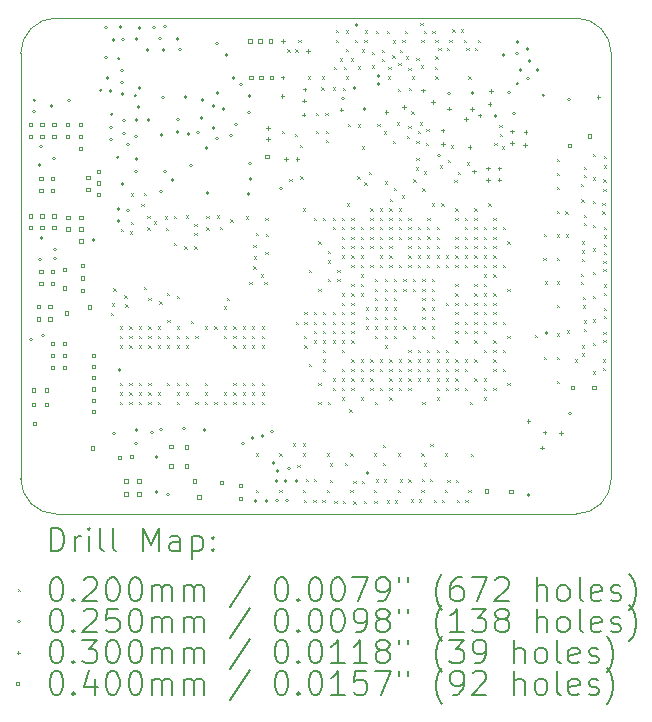
<source format=gbr>
%TF.GenerationSoftware,KiCad,Pcbnew,8.0.5-8.0.5-0~ubuntu24.04.1*%
%TF.CreationDate,2024-09-23T22:22:19+02:00*%
%TF.ProjectId,prova_fpga,70726f76-615f-4667-9067-612e6b696361,1.0*%
%TF.SameCoordinates,Original*%
%TF.FileFunction,Drillmap*%
%TF.FilePolarity,Positive*%
%FSLAX45Y45*%
G04 Gerber Fmt 4.5, Leading zero omitted, Abs format (unit mm)*
G04 Created by KiCad (PCBNEW 8.0.5-8.0.5-0~ubuntu24.04.1) date 2024-09-23 22:22:19*
%MOMM*%
%LPD*%
G01*
G04 APERTURE LIST*
%ADD10C,0.100000*%
%ADD11C,0.200000*%
G04 APERTURE END LIST*
D10*
X15750000Y-13000000D02*
G75*
G02*
X15450000Y-13300000I-300000J0D01*
G01*
X10750000Y-9400000D02*
G75*
G02*
X11050000Y-9100000I300000J0D01*
G01*
X11050000Y-9100000D02*
X15450000Y-9100000D01*
X11050000Y-13300000D02*
G75*
G02*
X10750000Y-13000000I0J300000D01*
G01*
X15750000Y-13000000D02*
X15750000Y-9400000D01*
X10750000Y-13000000D02*
X10750000Y-9400000D01*
X11050000Y-13300000D02*
X15450000Y-13300000D01*
X15450000Y-9100000D02*
G75*
G02*
X15750000Y-9400000I0J-300000D01*
G01*
D11*
D10*
X11514000Y-11598000D02*
X11534000Y-11618000D01*
X11534000Y-11598000D02*
X11514000Y-11618000D01*
X11519000Y-11515000D02*
X11539000Y-11535000D01*
X11539000Y-11515000D02*
X11519000Y-11535000D01*
X11535000Y-11389000D02*
X11555000Y-11409000D01*
X11555000Y-11389000D02*
X11535000Y-11409000D01*
X11589000Y-11710000D02*
X11609000Y-11730000D01*
X11609000Y-11710000D02*
X11589000Y-11730000D01*
X11589000Y-11790000D02*
X11609000Y-11810000D01*
X11609000Y-11790000D02*
X11589000Y-11810000D01*
X11589000Y-11870000D02*
X11609000Y-11890000D01*
X11609000Y-11870000D02*
X11589000Y-11890000D01*
X11589000Y-12190000D02*
X11609000Y-12210000D01*
X11609000Y-12190000D02*
X11589000Y-12210000D01*
X11589000Y-12270000D02*
X11609000Y-12290000D01*
X11609000Y-12270000D02*
X11589000Y-12290000D01*
X11589000Y-12350000D02*
X11609000Y-12370000D01*
X11609000Y-12350000D02*
X11589000Y-12370000D01*
X11596000Y-10887000D02*
X11616000Y-10907000D01*
X11616000Y-10887000D02*
X11596000Y-10907000D01*
X11627000Y-11448000D02*
X11647000Y-11468000D01*
X11647000Y-11448000D02*
X11627000Y-11468000D01*
X11634000Y-11522500D02*
X11654000Y-11542500D01*
X11654000Y-11522500D02*
X11634000Y-11542500D01*
X11669000Y-11710000D02*
X11689000Y-11730000D01*
X11689000Y-11710000D02*
X11669000Y-11730000D01*
X11669000Y-11790000D02*
X11689000Y-11810000D01*
X11689000Y-11790000D02*
X11669000Y-11810000D01*
X11669000Y-11870000D02*
X11689000Y-11890000D01*
X11689000Y-11870000D02*
X11669000Y-11890000D01*
X11669000Y-12190000D02*
X11689000Y-12210000D01*
X11689000Y-12190000D02*
X11669000Y-12210000D01*
X11669000Y-12270000D02*
X11689000Y-12290000D01*
X11689000Y-12270000D02*
X11669000Y-12290000D01*
X11669000Y-12350000D02*
X11689000Y-12370000D01*
X11689000Y-12350000D02*
X11669000Y-12370000D01*
X11672000Y-10906000D02*
X11692000Y-10926000D01*
X11692000Y-10906000D02*
X11672000Y-10926000D01*
X11680000Y-10825000D02*
X11700000Y-10845000D01*
X11700000Y-10825000D02*
X11680000Y-10845000D01*
X11683000Y-10583000D02*
X11703000Y-10603000D01*
X11703000Y-10583000D02*
X11683000Y-10603000D01*
X11749000Y-11710000D02*
X11769000Y-11730000D01*
X11769000Y-11710000D02*
X11749000Y-11730000D01*
X11749000Y-11790000D02*
X11769000Y-11810000D01*
X11769000Y-11790000D02*
X11749000Y-11810000D01*
X11749000Y-11870000D02*
X11769000Y-11890000D01*
X11769000Y-11870000D02*
X11749000Y-11890000D01*
X11749000Y-12190000D02*
X11769000Y-12210000D01*
X11769000Y-12190000D02*
X11749000Y-12210000D01*
X11749000Y-12270000D02*
X11769000Y-12290000D01*
X11769000Y-12270000D02*
X11749000Y-12290000D01*
X11749000Y-12350000D02*
X11769000Y-12370000D01*
X11769000Y-12350000D02*
X11749000Y-12370000D01*
X11771500Y-10672000D02*
X11791500Y-10692000D01*
X11791500Y-10672000D02*
X11771500Y-10692000D01*
X11791000Y-11378000D02*
X11811000Y-11398000D01*
X11811000Y-11378000D02*
X11791000Y-11398000D01*
X11792354Y-10579100D02*
X11812354Y-10599100D01*
X11812354Y-10579100D02*
X11792354Y-10599100D01*
X11821000Y-10772000D02*
X11841000Y-10792000D01*
X11841000Y-10772000D02*
X11821000Y-10792000D01*
X11821000Y-10872000D02*
X11841000Y-10892000D01*
X11841000Y-10872000D02*
X11821000Y-10892000D01*
X11829000Y-11710000D02*
X11849000Y-11730000D01*
X11849000Y-11710000D02*
X11829000Y-11730000D01*
X11829000Y-11790000D02*
X11849000Y-11810000D01*
X11849000Y-11790000D02*
X11829000Y-11810000D01*
X11829000Y-11870000D02*
X11849000Y-11890000D01*
X11849000Y-11870000D02*
X11829000Y-11890000D01*
X11829000Y-12190000D02*
X11849000Y-12210000D01*
X11849000Y-12190000D02*
X11829000Y-12210000D01*
X11829000Y-12270000D02*
X11849000Y-12290000D01*
X11849000Y-12270000D02*
X11829000Y-12290000D01*
X11829000Y-12350000D02*
X11849000Y-12370000D01*
X11849000Y-12350000D02*
X11829000Y-12370000D01*
X11830000Y-11470000D02*
X11850000Y-11490000D01*
X11850000Y-11470000D02*
X11830000Y-11490000D01*
X11874000Y-10820000D02*
X11894000Y-10840000D01*
X11894000Y-10820000D02*
X11874000Y-10840000D01*
X11909000Y-11710000D02*
X11929000Y-11730000D01*
X11929000Y-11710000D02*
X11909000Y-11730000D01*
X11909000Y-11790000D02*
X11929000Y-11810000D01*
X11929000Y-11790000D02*
X11909000Y-11810000D01*
X11909000Y-11870000D02*
X11929000Y-11890000D01*
X11929000Y-11870000D02*
X11909000Y-11890000D01*
X11909000Y-12270000D02*
X11929000Y-12290000D01*
X11929000Y-12270000D02*
X11909000Y-12290000D01*
X11909000Y-12350000D02*
X11929000Y-12370000D01*
X11929000Y-12350000D02*
X11909000Y-12370000D01*
X11922500Y-11497500D02*
X11942500Y-11517500D01*
X11942500Y-11497500D02*
X11922500Y-11517500D01*
X11971000Y-10778000D02*
X11991000Y-10798000D01*
X11991000Y-10778000D02*
X11971000Y-10798000D01*
X11980000Y-10876000D02*
X12000000Y-10896000D01*
X12000000Y-10876000D02*
X11980000Y-10896000D01*
X11989000Y-11790000D02*
X12009000Y-11810000D01*
X12009000Y-11790000D02*
X11989000Y-11810000D01*
X11989000Y-11870000D02*
X12009000Y-11890000D01*
X12009000Y-11870000D02*
X11989000Y-11890000D01*
X11989000Y-12190000D02*
X12009000Y-12210000D01*
X12009000Y-12190000D02*
X11989000Y-12210000D01*
X11989000Y-11425000D02*
X12009000Y-11445000D01*
X12009000Y-11425000D02*
X11989000Y-11445000D01*
X11990000Y-11654000D02*
X12010000Y-11674000D01*
X12010000Y-11654000D02*
X11990000Y-11674000D01*
X12044000Y-10777000D02*
X12064000Y-10797000D01*
X12064000Y-10777000D02*
X12044000Y-10797000D01*
X12044000Y-11002000D02*
X12064000Y-11022000D01*
X12064000Y-11002000D02*
X12044000Y-11022000D01*
X12069000Y-11710000D02*
X12089000Y-11730000D01*
X12089000Y-11710000D02*
X12069000Y-11730000D01*
X12069000Y-11790000D02*
X12089000Y-11810000D01*
X12089000Y-11790000D02*
X12069000Y-11810000D01*
X12069000Y-11870000D02*
X12089000Y-11890000D01*
X12089000Y-11870000D02*
X12069000Y-11890000D01*
X12069000Y-12190000D02*
X12089000Y-12210000D01*
X12089000Y-12190000D02*
X12069000Y-12210000D01*
X12069000Y-12270000D02*
X12089000Y-12290000D01*
X12089000Y-12270000D02*
X12069000Y-12290000D01*
X12069000Y-12350000D02*
X12089000Y-12370000D01*
X12089000Y-12350000D02*
X12069000Y-12370000D01*
X12070000Y-11454000D02*
X12090000Y-11474000D01*
X12090000Y-11454000D02*
X12070000Y-11474000D01*
X12135000Y-11032000D02*
X12155000Y-11052000D01*
X12155000Y-11032000D02*
X12135000Y-11052000D01*
X12149000Y-11790000D02*
X12169000Y-11810000D01*
X12169000Y-11790000D02*
X12149000Y-11810000D01*
X12149000Y-11870000D02*
X12169000Y-11890000D01*
X12169000Y-11870000D02*
X12149000Y-11890000D01*
X12149000Y-12190000D02*
X12169000Y-12210000D01*
X12169000Y-12190000D02*
X12149000Y-12210000D01*
X12149000Y-12270000D02*
X12169000Y-12290000D01*
X12169000Y-12270000D02*
X12149000Y-12290000D01*
X12150000Y-10771000D02*
X12170000Y-10791000D01*
X12170000Y-10771000D02*
X12150000Y-10791000D01*
X12189000Y-11663000D02*
X12209000Y-11683000D01*
X12209000Y-11663000D02*
X12189000Y-11683000D01*
X12220000Y-10844000D02*
X12240000Y-10864000D01*
X12240000Y-10844000D02*
X12220000Y-10864000D01*
X12221000Y-10921000D02*
X12241000Y-10941000D01*
X12241000Y-10921000D02*
X12221000Y-10941000D01*
X12221000Y-11033000D02*
X12241000Y-11053000D01*
X12241000Y-11033000D02*
X12221000Y-11053000D01*
X12229000Y-11790000D02*
X12249000Y-11810000D01*
X12249000Y-11790000D02*
X12229000Y-11810000D01*
X12229000Y-12350000D02*
X12249000Y-12370000D01*
X12249000Y-12350000D02*
X12229000Y-12370000D01*
X12309000Y-11710000D02*
X12329000Y-11730000D01*
X12329000Y-11710000D02*
X12309000Y-11730000D01*
X12309000Y-12190000D02*
X12329000Y-12210000D01*
X12329000Y-12190000D02*
X12309000Y-12210000D01*
X12309000Y-12270000D02*
X12329000Y-12290000D01*
X12329000Y-12270000D02*
X12309000Y-12290000D01*
X12309000Y-12350000D02*
X12329000Y-12370000D01*
X12329000Y-12350000D02*
X12309000Y-12370000D01*
X12321000Y-10772000D02*
X12341000Y-10792000D01*
X12341000Y-10772000D02*
X12321000Y-10792000D01*
X12321000Y-10871000D02*
X12341000Y-10891000D01*
X12341000Y-10871000D02*
X12321000Y-10891000D01*
X12389000Y-11710000D02*
X12409000Y-11730000D01*
X12409000Y-11710000D02*
X12389000Y-11730000D01*
X12389000Y-12350000D02*
X12409000Y-12370000D01*
X12409000Y-12350000D02*
X12389000Y-12370000D01*
X12410000Y-10771000D02*
X12430000Y-10791000D01*
X12430000Y-10771000D02*
X12410000Y-10791000D01*
X12435000Y-10867500D02*
X12455000Y-10887500D01*
X12455000Y-10867500D02*
X12435000Y-10887500D01*
X12469000Y-11710000D02*
X12489000Y-11730000D01*
X12489000Y-11710000D02*
X12469000Y-11730000D01*
X12469000Y-11790000D02*
X12489000Y-11810000D01*
X12489000Y-11790000D02*
X12469000Y-11810000D01*
X12469000Y-12270000D02*
X12489000Y-12290000D01*
X12489000Y-12270000D02*
X12469000Y-12290000D01*
X12469000Y-12350000D02*
X12489000Y-12370000D01*
X12489000Y-12350000D02*
X12469000Y-12370000D01*
X12469000Y-11542000D02*
X12489000Y-11562000D01*
X12489000Y-11542000D02*
X12469000Y-11562000D01*
X12492000Y-11468000D02*
X12512000Y-11488000D01*
X12512000Y-11468000D02*
X12492000Y-11488000D01*
X12523000Y-10805000D02*
X12543000Y-10825000D01*
X12543000Y-10805000D02*
X12523000Y-10825000D01*
X12549000Y-11710000D02*
X12569000Y-11730000D01*
X12569000Y-11710000D02*
X12549000Y-11730000D01*
X12549000Y-11790000D02*
X12569000Y-11810000D01*
X12569000Y-11790000D02*
X12549000Y-11810000D01*
X12549000Y-11870000D02*
X12569000Y-11890000D01*
X12569000Y-11870000D02*
X12549000Y-11890000D01*
X12549000Y-12190000D02*
X12569000Y-12210000D01*
X12569000Y-12190000D02*
X12549000Y-12210000D01*
X12549000Y-12270000D02*
X12569000Y-12290000D01*
X12569000Y-12270000D02*
X12549000Y-12290000D01*
X12549000Y-12350000D02*
X12569000Y-12370000D01*
X12569000Y-12350000D02*
X12549000Y-12370000D01*
X12629000Y-11710000D02*
X12649000Y-11730000D01*
X12649000Y-11710000D02*
X12629000Y-11730000D01*
X12629000Y-11790000D02*
X12649000Y-11810000D01*
X12649000Y-11790000D02*
X12629000Y-11810000D01*
X12629000Y-11870000D02*
X12649000Y-11890000D01*
X12649000Y-11870000D02*
X12629000Y-11890000D01*
X12629000Y-12190000D02*
X12649000Y-12210000D01*
X12649000Y-12190000D02*
X12629000Y-12210000D01*
X12629000Y-12270000D02*
X12649000Y-12290000D01*
X12649000Y-12270000D02*
X12629000Y-12290000D01*
X12629000Y-12350000D02*
X12649000Y-12370000D01*
X12649000Y-12350000D02*
X12629000Y-12370000D01*
X12656000Y-10779000D02*
X12676000Y-10799000D01*
X12676000Y-10779000D02*
X12656000Y-10799000D01*
X12686000Y-11333000D02*
X12706000Y-11353000D01*
X12706000Y-11333000D02*
X12686000Y-11353000D01*
X12709000Y-11710000D02*
X12729000Y-11730000D01*
X12729000Y-11710000D02*
X12709000Y-11730000D01*
X12709000Y-11790000D02*
X12729000Y-11810000D01*
X12729000Y-11790000D02*
X12709000Y-11810000D01*
X12709000Y-11870000D02*
X12729000Y-11890000D01*
X12729000Y-11870000D02*
X12709000Y-11890000D01*
X12709000Y-12190000D02*
X12729000Y-12210000D01*
X12729000Y-12190000D02*
X12709000Y-12210000D01*
X12709000Y-12270000D02*
X12729000Y-12290000D01*
X12729000Y-12270000D02*
X12709000Y-12290000D01*
X12709000Y-12350000D02*
X12729000Y-12370000D01*
X12729000Y-12350000D02*
X12709000Y-12370000D01*
X12717500Y-11202500D02*
X12737500Y-11222500D01*
X12737500Y-11202500D02*
X12717500Y-11222500D01*
X12720000Y-11020000D02*
X12740000Y-11040000D01*
X12740000Y-11020000D02*
X12720000Y-11040000D01*
X12723000Y-11117500D02*
X12743000Y-11137500D01*
X12743000Y-11117500D02*
X12723000Y-11137500D01*
X12740000Y-12785000D02*
X12760000Y-12805000D01*
X12760000Y-12785000D02*
X12740000Y-12805000D01*
X12740000Y-13094000D02*
X12760000Y-13114000D01*
X12760000Y-13094000D02*
X12740000Y-13114000D01*
X12741000Y-10918000D02*
X12761000Y-10938000D01*
X12761000Y-10918000D02*
X12741000Y-10938000D01*
X12780000Y-11270000D02*
X12800000Y-11290000D01*
X12800000Y-11270000D02*
X12780000Y-11290000D01*
X12789000Y-11710000D02*
X12809000Y-11730000D01*
X12809000Y-11710000D02*
X12789000Y-11730000D01*
X12789000Y-11790000D02*
X12809000Y-11810000D01*
X12809000Y-11790000D02*
X12789000Y-11810000D01*
X12789000Y-11870000D02*
X12809000Y-11890000D01*
X12809000Y-11870000D02*
X12789000Y-11890000D01*
X12789000Y-12190000D02*
X12809000Y-12210000D01*
X12809000Y-12190000D02*
X12789000Y-12210000D01*
X12789000Y-12270000D02*
X12809000Y-12290000D01*
X12809000Y-12270000D02*
X12789000Y-12290000D01*
X12789000Y-12350000D02*
X12809000Y-12370000D01*
X12809000Y-12350000D02*
X12789000Y-12370000D01*
X12811000Y-11333000D02*
X12831000Y-11353000D01*
X12831000Y-11333000D02*
X12811000Y-11353000D01*
X12820000Y-11077500D02*
X12840000Y-11097500D01*
X12840000Y-11077500D02*
X12820000Y-11097500D01*
X12820000Y-10789000D02*
X12840000Y-10809000D01*
X12840000Y-10789000D02*
X12820000Y-10809000D01*
X12827000Y-10925000D02*
X12847000Y-10945000D01*
X12847000Y-10925000D02*
X12827000Y-10945000D01*
X12940000Y-12786000D02*
X12960000Y-12806000D01*
X12960000Y-12786000D02*
X12940000Y-12806000D01*
X12940000Y-13094000D02*
X12960000Y-13114000D01*
X12960000Y-13094000D02*
X12940000Y-13114000D01*
X12962500Y-10052500D02*
X12982500Y-10072500D01*
X12982500Y-10052500D02*
X12962500Y-10072500D01*
X13006000Y-9365000D02*
X13026000Y-9385000D01*
X13026000Y-9365000D02*
X13006000Y-9385000D01*
X13025000Y-10460000D02*
X13045000Y-10480000D01*
X13045000Y-10460000D02*
X13025000Y-10480000D01*
X13055000Y-12700000D02*
X13075000Y-12720000D01*
X13075000Y-12700000D02*
X13055000Y-12720000D01*
X13070000Y-10082500D02*
X13090000Y-10102500D01*
X13090000Y-10082500D02*
X13070000Y-10102500D01*
X13076000Y-9365000D02*
X13096000Y-9385000D01*
X13096000Y-9365000D02*
X13076000Y-9385000D01*
X13078750Y-11673750D02*
X13098750Y-11693750D01*
X13098750Y-11673750D02*
X13078750Y-11693750D01*
X13092500Y-12885000D02*
X13112500Y-12905000D01*
X13112500Y-12885000D02*
X13092500Y-12905000D01*
X13100000Y-9286000D02*
X13120000Y-9306000D01*
X13120000Y-9286000D02*
X13100000Y-9306000D01*
X13115000Y-10171250D02*
X13135000Y-10191250D01*
X13135000Y-10171250D02*
X13115000Y-10191250D01*
X13117500Y-10440000D02*
X13137500Y-10460000D01*
X13137500Y-10440000D02*
X13117500Y-10460000D01*
X13137500Y-12700000D02*
X13157500Y-12720000D01*
X13157500Y-12700000D02*
X13137500Y-12720000D01*
X13140000Y-10710000D02*
X13160000Y-10730000D01*
X13160000Y-10710000D02*
X13140000Y-10730000D01*
X13140000Y-12786000D02*
X13160000Y-12806000D01*
X13160000Y-12786000D02*
X13140000Y-12806000D01*
X13140000Y-13094000D02*
X13160000Y-13114000D01*
X13160000Y-13094000D02*
X13140000Y-13114000D01*
X13147500Y-11792500D02*
X13167500Y-11812500D01*
X13167500Y-11792500D02*
X13147500Y-11812500D01*
X13147500Y-13180000D02*
X13167500Y-13200000D01*
X13167500Y-13180000D02*
X13147500Y-13200000D01*
X13150000Y-11590000D02*
X13170000Y-11610000D01*
X13170000Y-11590000D02*
X13150000Y-11610000D01*
X13150000Y-11670000D02*
X13170000Y-11690000D01*
X13170000Y-11670000D02*
X13150000Y-11690000D01*
X13150000Y-11870000D02*
X13170000Y-11890000D01*
X13170000Y-11870000D02*
X13150000Y-11890000D01*
X13161000Y-13000000D02*
X13181000Y-13020000D01*
X13181000Y-13000000D02*
X13161000Y-13020000D01*
X13180000Y-9594000D02*
X13200000Y-9614000D01*
X13200000Y-9594000D02*
X13180000Y-9614000D01*
X13190000Y-11230000D02*
X13210000Y-11250000D01*
X13210000Y-11230000D02*
X13190000Y-11250000D01*
X13190000Y-12030000D02*
X13210000Y-12050000D01*
X13210000Y-12030000D02*
X13190000Y-12050000D01*
X13227991Y-13180000D02*
X13247991Y-13200000D01*
X13247991Y-13180000D02*
X13227991Y-13200000D01*
X13230000Y-10790000D02*
X13250000Y-10810000D01*
X13250000Y-10790000D02*
X13230000Y-10810000D01*
X13230000Y-11670000D02*
X13250000Y-11690000D01*
X13250000Y-11670000D02*
X13230000Y-11690000D01*
X13230000Y-11830000D02*
X13250000Y-11850000D01*
X13250000Y-11830000D02*
X13230000Y-11850000D01*
X13230000Y-11590000D02*
X13250000Y-11610000D01*
X13250000Y-11590000D02*
X13230000Y-11610000D01*
X13230000Y-11750000D02*
X13250000Y-11770000D01*
X13250000Y-11750000D02*
X13230000Y-11770000D01*
X13231000Y-13000000D02*
X13251000Y-13020000D01*
X13251000Y-13000000D02*
X13231000Y-13020000D01*
X13247500Y-9905000D02*
X13267500Y-9925000D01*
X13267500Y-9905000D02*
X13247500Y-9925000D01*
X13247500Y-10052500D02*
X13267500Y-10072500D01*
X13267500Y-10052500D02*
X13247500Y-10072500D01*
X13270000Y-10990000D02*
X13290000Y-11010000D01*
X13290000Y-10990000D02*
X13270000Y-11010000D01*
X13270000Y-11390000D02*
X13290000Y-11410000D01*
X13290000Y-11390000D02*
X13270000Y-11410000D01*
X13270000Y-12190000D02*
X13290000Y-12210000D01*
X13290000Y-12190000D02*
X13270000Y-12210000D01*
X13270000Y-12350000D02*
X13290000Y-12370000D01*
X13290000Y-12350000D02*
X13270000Y-12370000D01*
X13295000Y-9687500D02*
X13315000Y-9707500D01*
X13315000Y-9687500D02*
X13295000Y-9707500D01*
X13300000Y-9594000D02*
X13320000Y-9614000D01*
X13320000Y-9594000D02*
X13300000Y-9614000D01*
X13303000Y-13179000D02*
X13323000Y-13199000D01*
X13323000Y-13179000D02*
X13303000Y-13199000D01*
X13310000Y-10790000D02*
X13330000Y-10810000D01*
X13330000Y-10790000D02*
X13310000Y-10810000D01*
X13310000Y-11590000D02*
X13330000Y-11610000D01*
X13330000Y-11590000D02*
X13310000Y-11610000D01*
X13310000Y-11670000D02*
X13330000Y-11690000D01*
X13330000Y-11670000D02*
X13310000Y-11690000D01*
X13310000Y-11750000D02*
X13330000Y-11770000D01*
X13330000Y-11750000D02*
X13310000Y-11770000D01*
X13310000Y-11830000D02*
X13330000Y-11850000D01*
X13330000Y-11830000D02*
X13310000Y-11850000D01*
X13310000Y-11990000D02*
X13330000Y-12010000D01*
X13330000Y-11990000D02*
X13310000Y-12010000D01*
X13310000Y-11910000D02*
X13330000Y-11930000D01*
X13330000Y-11910000D02*
X13310000Y-11930000D01*
X13310000Y-12070000D02*
X13330000Y-12090000D01*
X13330000Y-12070000D02*
X13310000Y-12090000D01*
X13330000Y-9902500D02*
X13350000Y-9922500D01*
X13350000Y-9902500D02*
X13330000Y-9922500D01*
X13332000Y-10133000D02*
X13352000Y-10153000D01*
X13352000Y-10133000D02*
X13332000Y-10153000D01*
X13333750Y-10052500D02*
X13353750Y-10072500D01*
X13353750Y-10052500D02*
X13333750Y-10072500D01*
X13340000Y-12786000D02*
X13360000Y-12806000D01*
X13360000Y-12786000D02*
X13340000Y-12806000D01*
X13340000Y-13094000D02*
X13360000Y-13114000D01*
X13360000Y-13094000D02*
X13340000Y-13114000D01*
X13350000Y-11070000D02*
X13370000Y-11090000D01*
X13370000Y-11070000D02*
X13350000Y-11090000D01*
X13350000Y-11150000D02*
X13370000Y-11170000D01*
X13370000Y-11150000D02*
X13350000Y-11170000D01*
X13350000Y-11310000D02*
X13370000Y-11330000D01*
X13370000Y-11310000D02*
X13350000Y-11330000D01*
X13350000Y-12350000D02*
X13370000Y-12370000D01*
X13370000Y-12350000D02*
X13350000Y-12370000D01*
X13367500Y-12870000D02*
X13387500Y-12890000D01*
X13387500Y-12870000D02*
X13367500Y-12890000D01*
X13367500Y-13007500D02*
X13387500Y-13027500D01*
X13387500Y-13007500D02*
X13367500Y-13027500D01*
X13390000Y-10792500D02*
X13410000Y-10812500D01*
X13410000Y-10792500D02*
X13390000Y-10812500D01*
X13390000Y-11590000D02*
X13410000Y-11610000D01*
X13410000Y-11590000D02*
X13390000Y-11610000D01*
X13390000Y-11750000D02*
X13410000Y-11770000D01*
X13410000Y-11750000D02*
X13390000Y-11770000D01*
X13390000Y-12150000D02*
X13410000Y-12170000D01*
X13410000Y-12150000D02*
X13390000Y-12170000D01*
X13390000Y-10870000D02*
X13410000Y-10890000D01*
X13410000Y-10870000D02*
X13390000Y-10890000D01*
X13390000Y-11670000D02*
X13410000Y-11690000D01*
X13410000Y-11670000D02*
X13390000Y-11690000D01*
X13390000Y-11830000D02*
X13410000Y-11850000D01*
X13410000Y-11830000D02*
X13390000Y-11850000D01*
X13390000Y-12230000D02*
X13410000Y-12250000D01*
X13410000Y-12230000D02*
X13390000Y-12250000D01*
X13392500Y-9687500D02*
X13412500Y-9707500D01*
X13412500Y-9687500D02*
X13392500Y-9707500D01*
X13400000Y-9515000D02*
X13420000Y-9535000D01*
X13420000Y-9515000D02*
X13400000Y-9535000D01*
X13405000Y-13185000D02*
X13425000Y-13205000D01*
X13425000Y-13185000D02*
X13405000Y-13205000D01*
X13418200Y-9201800D02*
X13438200Y-9221800D01*
X13438200Y-9201800D02*
X13418200Y-9221800D01*
X13420000Y-9286000D02*
X13440000Y-9306000D01*
X13440000Y-9286000D02*
X13420000Y-9306000D01*
X13430000Y-11310000D02*
X13450000Y-11330000D01*
X13450000Y-11310000D02*
X13430000Y-11330000D01*
X13430000Y-11230000D02*
X13450000Y-11250000D01*
X13450000Y-11230000D02*
X13430000Y-11250000D01*
X13449000Y-9440000D02*
X13469000Y-9460000D01*
X13469000Y-9440000D02*
X13449000Y-9460000D01*
X13470000Y-10870000D02*
X13490000Y-10890000D01*
X13490000Y-10870000D02*
X13470000Y-10890000D01*
X13470000Y-10950000D02*
X13490000Y-10970000D01*
X13490000Y-10950000D02*
X13470000Y-10970000D01*
X13470000Y-11110000D02*
X13490000Y-11130000D01*
X13490000Y-11110000D02*
X13470000Y-11130000D01*
X13470000Y-11430000D02*
X13490000Y-11450000D01*
X13490000Y-11430000D02*
X13470000Y-11450000D01*
X13470000Y-11510000D02*
X13490000Y-11530000D01*
X13490000Y-11510000D02*
X13470000Y-11530000D01*
X13470000Y-11590000D02*
X13490000Y-11610000D01*
X13490000Y-11590000D02*
X13470000Y-11610000D01*
X13470000Y-11670000D02*
X13490000Y-11690000D01*
X13490000Y-11670000D02*
X13470000Y-11690000D01*
X13470000Y-11750000D02*
X13490000Y-11770000D01*
X13490000Y-11750000D02*
X13470000Y-11770000D01*
X13470000Y-11830000D02*
X13490000Y-11850000D01*
X13490000Y-11830000D02*
X13470000Y-11850000D01*
X13470000Y-12070000D02*
X13490000Y-12090000D01*
X13490000Y-12070000D02*
X13470000Y-12090000D01*
X13470000Y-12150000D02*
X13490000Y-12170000D01*
X13490000Y-12150000D02*
X13470000Y-12170000D01*
X13470000Y-10790000D02*
X13490000Y-10810000D01*
X13490000Y-10790000D02*
X13470000Y-10810000D01*
X13470000Y-11030000D02*
X13490000Y-11050000D01*
X13490000Y-11030000D02*
X13470000Y-11050000D01*
X13470000Y-11910000D02*
X13490000Y-11930000D01*
X13490000Y-11910000D02*
X13470000Y-11930000D01*
X13470000Y-12230000D02*
X13490000Y-12250000D01*
X13490000Y-12230000D02*
X13470000Y-12250000D01*
X13470000Y-12310000D02*
X13490000Y-12330000D01*
X13490000Y-12310000D02*
X13470000Y-12330000D01*
X13475000Y-13185000D02*
X13495000Y-13205000D01*
X13495000Y-13185000D02*
X13475000Y-13205000D01*
X13479000Y-9690000D02*
X13499000Y-9710000D01*
X13499000Y-9690000D02*
X13479000Y-9710000D01*
X13485000Y-9512500D02*
X13505000Y-9532500D01*
X13505000Y-9512500D02*
X13485000Y-9532500D01*
X13495000Y-12865000D02*
X13515000Y-12885000D01*
X13515000Y-12865000D02*
X13495000Y-12885000D01*
X13500000Y-9205000D02*
X13520000Y-9225000D01*
X13520000Y-9205000D02*
X13500000Y-9225000D01*
X13500000Y-9362500D02*
X13520000Y-9382500D01*
X13520000Y-9362500D02*
X13500000Y-9382500D01*
X13500000Y-9594000D02*
X13520000Y-9614000D01*
X13520000Y-9594000D02*
X13500000Y-9614000D01*
X13510000Y-10670000D02*
X13530000Y-10690000D01*
X13530000Y-10670000D02*
X13510000Y-10690000D01*
X13520000Y-9995000D02*
X13540000Y-10015000D01*
X13540000Y-9995000D02*
X13520000Y-10015000D01*
X13532500Y-12412500D02*
X13552500Y-12432500D01*
X13552500Y-12412500D02*
X13532500Y-12432500D01*
X13540000Y-12786000D02*
X13560000Y-12806000D01*
X13560000Y-12786000D02*
X13540000Y-12806000D01*
X13540000Y-13094000D02*
X13560000Y-13114000D01*
X13560000Y-13094000D02*
X13540000Y-13114000D01*
X13545000Y-9440000D02*
X13565000Y-9460000D01*
X13565000Y-9440000D02*
X13545000Y-9460000D01*
X13550000Y-10870000D02*
X13570000Y-10890000D01*
X13570000Y-10870000D02*
X13550000Y-10890000D01*
X13550000Y-10950000D02*
X13570000Y-10970000D01*
X13570000Y-10950000D02*
X13550000Y-10970000D01*
X13550000Y-11030000D02*
X13570000Y-11050000D01*
X13570000Y-11030000D02*
X13550000Y-11050000D01*
X13550000Y-11110000D02*
X13570000Y-11130000D01*
X13570000Y-11110000D02*
X13550000Y-11130000D01*
X13550000Y-11190000D02*
X13570000Y-11210000D01*
X13570000Y-11190000D02*
X13550000Y-11210000D01*
X13550000Y-11430000D02*
X13570000Y-11450000D01*
X13570000Y-11430000D02*
X13550000Y-11450000D01*
X13550000Y-11510000D02*
X13570000Y-11530000D01*
X13570000Y-11510000D02*
X13550000Y-11530000D01*
X13550000Y-11590000D02*
X13570000Y-11610000D01*
X13570000Y-11590000D02*
X13550000Y-11610000D01*
X13550000Y-11750000D02*
X13570000Y-11770000D01*
X13570000Y-11750000D02*
X13550000Y-11770000D01*
X13550000Y-11830000D02*
X13570000Y-11850000D01*
X13570000Y-11830000D02*
X13550000Y-11850000D01*
X13550000Y-11990000D02*
X13570000Y-12010000D01*
X13570000Y-11990000D02*
X13550000Y-12010000D01*
X13550000Y-12070000D02*
X13570000Y-12090000D01*
X13570000Y-12070000D02*
X13550000Y-12090000D01*
X13550000Y-10790000D02*
X13570000Y-10810000D01*
X13570000Y-10790000D02*
X13550000Y-10810000D01*
X13550000Y-11350000D02*
X13570000Y-11370000D01*
X13570000Y-11350000D02*
X13550000Y-11370000D01*
X13550000Y-11670000D02*
X13570000Y-11690000D01*
X13570000Y-11670000D02*
X13550000Y-11690000D01*
X13550000Y-12150000D02*
X13570000Y-12170000D01*
X13570000Y-12150000D02*
X13550000Y-12170000D01*
X13550000Y-12230000D02*
X13570000Y-12250000D01*
X13570000Y-12230000D02*
X13550000Y-12250000D01*
X13565000Y-13019000D02*
X13585000Y-13039000D01*
X13585000Y-13019000D02*
X13565000Y-13039000D01*
X13565000Y-13192500D02*
X13585000Y-13212500D01*
X13585000Y-13192500D02*
X13565000Y-13212500D01*
X13580000Y-9286000D02*
X13600000Y-9306000D01*
X13600000Y-9286000D02*
X13580000Y-9306000D01*
X13600000Y-10440000D02*
X13620000Y-10460000D01*
X13620000Y-10440000D02*
X13600000Y-10460000D01*
X13602500Y-9510000D02*
X13622500Y-9530000D01*
X13622500Y-9510000D02*
X13602500Y-9530000D01*
X13606000Y-10001000D02*
X13626000Y-10021000D01*
X13626000Y-10001000D02*
X13606000Y-10021000D01*
X13630000Y-10870000D02*
X13650000Y-10890000D01*
X13650000Y-10870000D02*
X13630000Y-10890000D01*
X13630000Y-10950000D02*
X13650000Y-10970000D01*
X13650000Y-10950000D02*
X13630000Y-10970000D01*
X13630000Y-11110000D02*
X13650000Y-11130000D01*
X13650000Y-11110000D02*
X13630000Y-11130000D01*
X13630000Y-11190000D02*
X13650000Y-11210000D01*
X13650000Y-11190000D02*
X13630000Y-11210000D01*
X13630000Y-11270000D02*
X13650000Y-11290000D01*
X13650000Y-11270000D02*
X13630000Y-11290000D01*
X13630000Y-11430000D02*
X13650000Y-11450000D01*
X13650000Y-11430000D02*
X13630000Y-11450000D01*
X13630000Y-11030000D02*
X13650000Y-11050000D01*
X13650000Y-11030000D02*
X13630000Y-11050000D01*
X13630000Y-11350000D02*
X13650000Y-11370000D01*
X13650000Y-11350000D02*
X13630000Y-11370000D01*
X13630000Y-11990000D02*
X13650000Y-12010000D01*
X13650000Y-11990000D02*
X13630000Y-12010000D01*
X13630000Y-12070000D02*
X13650000Y-12090000D01*
X13650000Y-12070000D02*
X13630000Y-12090000D01*
X13630000Y-12150000D02*
X13650000Y-12170000D01*
X13650000Y-12150000D02*
X13630000Y-12170000D01*
X13630000Y-12310000D02*
X13650000Y-12330000D01*
X13650000Y-12310000D02*
X13630000Y-12330000D01*
X13635000Y-9365000D02*
X13655000Y-9385000D01*
X13655000Y-9365000D02*
X13635000Y-9385000D01*
X13635000Y-13019000D02*
X13655000Y-13039000D01*
X13655000Y-13019000D02*
X13635000Y-13039000D01*
X13637500Y-10185000D02*
X13657500Y-10205000D01*
X13657500Y-10185000D02*
X13637500Y-10205000D01*
X13655000Y-13185000D02*
X13675000Y-13205000D01*
X13675000Y-13185000D02*
X13655000Y-13205000D01*
X13660000Y-9286000D02*
X13680000Y-9306000D01*
X13680000Y-9286000D02*
X13660000Y-9306000D01*
X13660000Y-10492000D02*
X13680000Y-10512000D01*
X13680000Y-10492000D02*
X13660000Y-10512000D01*
X13661000Y-9205000D02*
X13681000Y-9225000D01*
X13681000Y-9205000D02*
X13661000Y-9225000D01*
X13670000Y-11550000D02*
X13690000Y-11570000D01*
X13690000Y-11550000D02*
X13670000Y-11570000D01*
X13670000Y-11630000D02*
X13690000Y-11650000D01*
X13690000Y-11630000D02*
X13670000Y-11650000D01*
X13670000Y-11710000D02*
X13690000Y-11730000D01*
X13690000Y-11710000D02*
X13670000Y-11730000D01*
X13697000Y-10400000D02*
X13717000Y-10420000D01*
X13717000Y-10400000D02*
X13697000Y-10420000D01*
X13710000Y-10870000D02*
X13730000Y-10890000D01*
X13730000Y-10870000D02*
X13710000Y-10890000D01*
X13710000Y-10950000D02*
X13730000Y-10970000D01*
X13730000Y-10950000D02*
X13710000Y-10970000D01*
X13710000Y-11030000D02*
X13730000Y-11050000D01*
X13730000Y-11030000D02*
X13710000Y-11050000D01*
X13710000Y-10710000D02*
X13730000Y-10730000D01*
X13730000Y-10710000D02*
X13710000Y-10730000D01*
X13710000Y-10790000D02*
X13730000Y-10810000D01*
X13730000Y-10790000D02*
X13710000Y-10810000D01*
X13710000Y-11190000D02*
X13730000Y-11210000D01*
X13730000Y-11190000D02*
X13710000Y-11210000D01*
X13710000Y-11990000D02*
X13730000Y-12010000D01*
X13730000Y-11990000D02*
X13710000Y-12010000D01*
X13710000Y-12070000D02*
X13730000Y-12090000D01*
X13730000Y-12070000D02*
X13710000Y-12090000D01*
X13710000Y-12150000D02*
X13730000Y-12170000D01*
X13730000Y-12150000D02*
X13710000Y-12170000D01*
X13710000Y-12230000D02*
X13730000Y-12250000D01*
X13730000Y-12230000D02*
X13710000Y-12250000D01*
X13720000Y-9501000D02*
X13740000Y-9521000D01*
X13740000Y-9501000D02*
X13720000Y-9521000D01*
X13722500Y-9385000D02*
X13742500Y-9405000D01*
X13742500Y-9385000D02*
X13722500Y-9405000D01*
X13740000Y-12786000D02*
X13760000Y-12806000D01*
X13760000Y-12786000D02*
X13740000Y-12806000D01*
X13740000Y-13094000D02*
X13760000Y-13114000D01*
X13760000Y-13094000D02*
X13740000Y-13114000D01*
X13745000Y-13185000D02*
X13765000Y-13205000D01*
X13765000Y-13185000D02*
X13745000Y-13205000D01*
X13750000Y-11310000D02*
X13770000Y-11330000D01*
X13770000Y-11310000D02*
X13750000Y-11330000D01*
X13750000Y-11390000D02*
X13770000Y-11410000D01*
X13770000Y-11390000D02*
X13750000Y-11410000D01*
X13750000Y-11470000D02*
X13770000Y-11490000D01*
X13770000Y-11470000D02*
X13750000Y-11490000D01*
X13750000Y-11550000D02*
X13770000Y-11570000D01*
X13770000Y-11550000D02*
X13750000Y-11570000D01*
X13750000Y-11630000D02*
X13770000Y-11650000D01*
X13770000Y-11630000D02*
X13750000Y-11650000D01*
X13750000Y-11710000D02*
X13770000Y-11730000D01*
X13770000Y-11710000D02*
X13750000Y-11730000D01*
X13750000Y-11790000D02*
X13770000Y-11810000D01*
X13770000Y-11790000D02*
X13750000Y-11810000D01*
X13750000Y-12350000D02*
X13770000Y-12370000D01*
X13770000Y-12350000D02*
X13750000Y-12370000D01*
X13755000Y-9207500D02*
X13775000Y-9227500D01*
X13775000Y-9207500D02*
X13755000Y-9227500D01*
X13756000Y-13007000D02*
X13776000Y-13027000D01*
X13776000Y-13007000D02*
X13756000Y-13027000D01*
X13767500Y-9997500D02*
X13787500Y-10017500D01*
X13787500Y-9997500D02*
X13767500Y-10017500D01*
X13790000Y-10950000D02*
X13810000Y-10970000D01*
X13810000Y-10950000D02*
X13790000Y-10970000D01*
X13790000Y-11030000D02*
X13810000Y-11050000D01*
X13810000Y-11030000D02*
X13790000Y-11050000D01*
X13790000Y-11110000D02*
X13810000Y-11130000D01*
X13810000Y-11110000D02*
X13790000Y-11130000D01*
X13790000Y-10710000D02*
X13810000Y-10730000D01*
X13810000Y-10710000D02*
X13790000Y-10730000D01*
X13790000Y-10790000D02*
X13810000Y-10810000D01*
X13810000Y-10790000D02*
X13790000Y-10810000D01*
X13790000Y-10870000D02*
X13810000Y-10890000D01*
X13810000Y-10870000D02*
X13790000Y-10890000D01*
X13790000Y-11190000D02*
X13810000Y-11210000D01*
X13810000Y-11190000D02*
X13790000Y-11210000D01*
X13790000Y-11990000D02*
X13810000Y-12010000D01*
X13810000Y-11990000D02*
X13790000Y-12010000D01*
X13790000Y-12070000D02*
X13810000Y-12090000D01*
X13810000Y-12070000D02*
X13790000Y-12090000D01*
X13790000Y-12230000D02*
X13810000Y-12250000D01*
X13810000Y-12230000D02*
X13790000Y-12250000D01*
X13805000Y-9443000D02*
X13825000Y-9463000D01*
X13825000Y-9443000D02*
X13805000Y-9463000D01*
X13807500Y-9370000D02*
X13827500Y-9390000D01*
X13827500Y-9370000D02*
X13807500Y-9390000D01*
X13815000Y-12712500D02*
X13835000Y-12732500D01*
X13835000Y-12712500D02*
X13815000Y-12732500D01*
X13817500Y-12867500D02*
X13837500Y-12887500D01*
X13837500Y-12867500D02*
X13817500Y-12887500D01*
X13825000Y-10060000D02*
X13845000Y-10080000D01*
X13845000Y-10060000D02*
X13825000Y-10080000D01*
X13826000Y-13007000D02*
X13846000Y-13027000D01*
X13846000Y-13007000D02*
X13826000Y-13027000D01*
X13830000Y-11310000D02*
X13850000Y-11330000D01*
X13850000Y-11310000D02*
X13830000Y-11330000D01*
X13830000Y-11390000D02*
X13850000Y-11410000D01*
X13850000Y-11390000D02*
X13830000Y-11410000D01*
X13830000Y-11470000D02*
X13850000Y-11490000D01*
X13850000Y-11470000D02*
X13830000Y-11490000D01*
X13830000Y-11550000D02*
X13850000Y-11570000D01*
X13850000Y-11550000D02*
X13830000Y-11570000D01*
X13830000Y-11630000D02*
X13850000Y-11650000D01*
X13850000Y-11630000D02*
X13830000Y-11650000D01*
X13830000Y-11710000D02*
X13850000Y-11730000D01*
X13850000Y-11710000D02*
X13830000Y-11730000D01*
X13830000Y-11790000D02*
X13850000Y-11810000D01*
X13850000Y-11790000D02*
X13830000Y-11810000D01*
X13830000Y-11870000D02*
X13850000Y-11890000D01*
X13850000Y-11870000D02*
X13830000Y-11890000D01*
X13831000Y-10482000D02*
X13851000Y-10502000D01*
X13851000Y-10482000D02*
X13831000Y-10502000D01*
X13847000Y-13182000D02*
X13867000Y-13202000D01*
X13867000Y-13182000D02*
X13847000Y-13202000D01*
X13848000Y-9206000D02*
X13868000Y-9226000D01*
X13868000Y-9206000D02*
X13848000Y-9226000D01*
X13860000Y-9594000D02*
X13880000Y-9614000D01*
X13880000Y-9594000D02*
X13860000Y-9614000D01*
X13862500Y-9515000D02*
X13882500Y-9535000D01*
X13882500Y-9515000D02*
X13862500Y-9535000D01*
X13870000Y-10710000D02*
X13890000Y-10730000D01*
X13890000Y-10710000D02*
X13870000Y-10730000D01*
X13870000Y-11110000D02*
X13890000Y-11130000D01*
X13890000Y-11110000D02*
X13870000Y-11130000D01*
X13870000Y-11190000D02*
X13890000Y-11210000D01*
X13890000Y-11190000D02*
X13870000Y-11210000D01*
X13870000Y-10790000D02*
X13890000Y-10810000D01*
X13890000Y-10790000D02*
X13870000Y-10810000D01*
X13870000Y-10870000D02*
X13890000Y-10890000D01*
X13890000Y-10870000D02*
X13870000Y-10890000D01*
X13870000Y-10950000D02*
X13890000Y-10970000D01*
X13890000Y-10950000D02*
X13870000Y-10970000D01*
X13870000Y-11030000D02*
X13890000Y-11050000D01*
X13890000Y-11030000D02*
X13870000Y-11050000D01*
X13870000Y-11990000D02*
X13890000Y-12010000D01*
X13890000Y-11990000D02*
X13870000Y-12010000D01*
X13870000Y-12070000D02*
X13890000Y-12090000D01*
X13890000Y-12070000D02*
X13870000Y-12090000D01*
X13870000Y-12150000D02*
X13890000Y-12170000D01*
X13890000Y-12150000D02*
X13870000Y-12170000D01*
X13870000Y-12230000D02*
X13890000Y-12250000D01*
X13890000Y-12230000D02*
X13870000Y-12250000D01*
X13870000Y-12310000D02*
X13890000Y-12330000D01*
X13890000Y-12310000D02*
X13870000Y-12330000D01*
X13872500Y-10632500D02*
X13892500Y-10652500D01*
X13892500Y-10632500D02*
X13872500Y-10652500D01*
X13895000Y-9417000D02*
X13915000Y-9437000D01*
X13915000Y-9417000D02*
X13895000Y-9437000D01*
X13900000Y-9287500D02*
X13920000Y-9307500D01*
X13920000Y-9287500D02*
X13900000Y-9307500D01*
X13900000Y-10140000D02*
X13920000Y-10160000D01*
X13920000Y-10140000D02*
X13900000Y-10160000D01*
X13910000Y-11310000D02*
X13930000Y-11330000D01*
X13930000Y-11310000D02*
X13910000Y-11330000D01*
X13910000Y-11390000D02*
X13930000Y-11410000D01*
X13930000Y-11390000D02*
X13910000Y-11410000D01*
X13910000Y-11470000D02*
X13930000Y-11490000D01*
X13930000Y-11470000D02*
X13910000Y-11490000D01*
X13910000Y-11550000D02*
X13930000Y-11570000D01*
X13930000Y-11550000D02*
X13910000Y-11570000D01*
X13910000Y-11630000D02*
X13930000Y-11650000D01*
X13930000Y-11630000D02*
X13910000Y-11650000D01*
X13910000Y-11710000D02*
X13930000Y-11730000D01*
X13930000Y-11710000D02*
X13910000Y-11730000D01*
X13910000Y-11790000D02*
X13930000Y-11810000D01*
X13930000Y-11790000D02*
X13910000Y-11810000D01*
X13910000Y-10535000D02*
X13930000Y-10555000D01*
X13930000Y-10535000D02*
X13910000Y-10555000D01*
X13917000Y-13182000D02*
X13937000Y-13202000D01*
X13937000Y-13182000D02*
X13917000Y-13202000D01*
X13934000Y-9982000D02*
X13954000Y-10002000D01*
X13954000Y-9982000D02*
X13934000Y-10002000D01*
X13940000Y-12786000D02*
X13960000Y-12806000D01*
X13960000Y-12786000D02*
X13940000Y-12806000D01*
X13940000Y-13094000D02*
X13960000Y-13114000D01*
X13960000Y-13094000D02*
X13940000Y-13114000D01*
X13942000Y-9700000D02*
X13962000Y-9720000D01*
X13962000Y-9700000D02*
X13942000Y-9720000D01*
X13946000Y-9478000D02*
X13966000Y-9498000D01*
X13966000Y-9478000D02*
X13946000Y-9498000D01*
X13950000Y-10710000D02*
X13970000Y-10730000D01*
X13970000Y-10710000D02*
X13950000Y-10730000D01*
X13950000Y-10870000D02*
X13970000Y-10890000D01*
X13970000Y-10870000D02*
X13950000Y-10890000D01*
X13950000Y-10950000D02*
X13970000Y-10970000D01*
X13970000Y-10950000D02*
X13950000Y-10970000D01*
X13950000Y-10790000D02*
X13970000Y-10810000D01*
X13970000Y-10790000D02*
X13950000Y-10810000D01*
X13950000Y-11190000D02*
X13970000Y-11210000D01*
X13970000Y-11190000D02*
X13950000Y-11210000D01*
X13950000Y-11990000D02*
X13970000Y-12010000D01*
X13970000Y-11990000D02*
X13950000Y-12010000D01*
X13950000Y-12070000D02*
X13970000Y-12090000D01*
X13970000Y-12070000D02*
X13950000Y-12090000D01*
X13950000Y-12150000D02*
X13970000Y-12170000D01*
X13970000Y-12150000D02*
X13950000Y-12170000D01*
X13950000Y-12230000D02*
X13970000Y-12250000D01*
X13970000Y-12230000D02*
X13950000Y-12250000D01*
X13960000Y-13004000D02*
X13980000Y-13024000D01*
X13980000Y-13004000D02*
X13960000Y-13024000D01*
X13961000Y-9371000D02*
X13981000Y-9391000D01*
X13981000Y-9371000D02*
X13961000Y-9391000D01*
X13975000Y-10600000D02*
X13995000Y-10620000D01*
X13995000Y-10600000D02*
X13975000Y-10620000D01*
X13980000Y-9286000D02*
X14000000Y-9306000D01*
X14000000Y-9286000D02*
X13980000Y-9306000D01*
X13990000Y-11310000D02*
X14010000Y-11330000D01*
X14010000Y-11310000D02*
X13990000Y-11330000D01*
X13990000Y-11390000D02*
X14010000Y-11410000D01*
X14010000Y-11390000D02*
X13990000Y-11410000D01*
X13990000Y-11710000D02*
X14010000Y-11730000D01*
X14010000Y-11710000D02*
X13990000Y-11730000D01*
X14003000Y-9208000D02*
X14023000Y-9228000D01*
X14023000Y-9208000D02*
X14003000Y-9228000D01*
X14012000Y-9424000D02*
X14032000Y-9444000D01*
X14032000Y-9424000D02*
X14012000Y-9444000D01*
X14020000Y-10098000D02*
X14040000Y-10118000D01*
X14040000Y-10098000D02*
X14020000Y-10118000D01*
X14030000Y-10790000D02*
X14050000Y-10810000D01*
X14050000Y-10790000D02*
X14030000Y-10810000D01*
X14030000Y-10870000D02*
X14050000Y-10890000D01*
X14050000Y-10870000D02*
X14030000Y-10890000D01*
X14030000Y-10950000D02*
X14050000Y-10970000D01*
X14050000Y-10950000D02*
X14030000Y-10970000D01*
X14030000Y-11110000D02*
X14050000Y-11130000D01*
X14050000Y-11110000D02*
X14030000Y-11130000D01*
X14030000Y-11190000D02*
X14050000Y-11210000D01*
X14050000Y-11190000D02*
X14030000Y-11210000D01*
X14030000Y-10012500D02*
X14050000Y-10032500D01*
X14050000Y-10012500D02*
X14030000Y-10032500D01*
X14030000Y-11030000D02*
X14050000Y-11050000D01*
X14050000Y-11030000D02*
X14030000Y-11050000D01*
X14030000Y-11910000D02*
X14050000Y-11930000D01*
X14050000Y-11910000D02*
X14030000Y-11930000D01*
X14030000Y-11990000D02*
X14050000Y-12010000D01*
X14050000Y-11990000D02*
X14030000Y-12010000D01*
X14030000Y-12070000D02*
X14050000Y-12090000D01*
X14050000Y-12070000D02*
X14030000Y-12090000D01*
X14030000Y-12150000D02*
X14050000Y-12170000D01*
X14050000Y-12150000D02*
X14030000Y-12170000D01*
X14030000Y-12230000D02*
X14050000Y-12250000D01*
X14050000Y-12230000D02*
X14030000Y-12250000D01*
X14030000Y-13004000D02*
X14050000Y-13024000D01*
X14050000Y-13004000D02*
X14030000Y-13024000D01*
X14032000Y-9521000D02*
X14052000Y-9541000D01*
X14052000Y-9521000D02*
X14032000Y-9541000D01*
X14037000Y-9690000D02*
X14057000Y-9710000D01*
X14057000Y-9690000D02*
X14037000Y-9710000D01*
X14051134Y-13176326D02*
X14071134Y-13196326D01*
X14071134Y-13176326D02*
X14051134Y-13196326D01*
X14056000Y-9890000D02*
X14076000Y-9910000D01*
X14076000Y-9890000D02*
X14056000Y-9910000D01*
X14060000Y-9594000D02*
X14080000Y-9614000D01*
X14080000Y-9594000D02*
X14060000Y-9614000D01*
X14070000Y-11310000D02*
X14090000Y-11330000D01*
X14090000Y-11310000D02*
X14070000Y-11330000D01*
X14070000Y-11710000D02*
X14090000Y-11730000D01*
X14090000Y-11710000D02*
X14070000Y-11730000D01*
X14070000Y-11390000D02*
X14090000Y-11410000D01*
X14090000Y-11390000D02*
X14070000Y-11410000D01*
X14070000Y-11790000D02*
X14090000Y-11810000D01*
X14090000Y-11790000D02*
X14070000Y-11810000D01*
X14074000Y-10464000D02*
X14094000Y-10484000D01*
X14094000Y-10464000D02*
X14074000Y-10484000D01*
X14097500Y-10362500D02*
X14117500Y-10382500D01*
X14117500Y-10362500D02*
X14097500Y-10382500D01*
X14098000Y-10284000D02*
X14118000Y-10304000D01*
X14118000Y-10284000D02*
X14098000Y-10304000D01*
X14100000Y-9437500D02*
X14120000Y-9457500D01*
X14120000Y-9437500D02*
X14100000Y-9457500D01*
X14100000Y-10140000D02*
X14120000Y-10160000D01*
X14120000Y-10140000D02*
X14100000Y-10160000D01*
X14110000Y-11110000D02*
X14130000Y-11130000D01*
X14130000Y-11110000D02*
X14110000Y-11130000D01*
X14110000Y-11190000D02*
X14130000Y-11210000D01*
X14130000Y-11190000D02*
X14110000Y-11210000D01*
X14110000Y-10870000D02*
X14130000Y-10890000D01*
X14130000Y-10870000D02*
X14110000Y-10890000D01*
X14110000Y-10950000D02*
X14130000Y-10970000D01*
X14130000Y-10950000D02*
X14110000Y-10970000D01*
X14110000Y-11030000D02*
X14130000Y-11050000D01*
X14130000Y-11030000D02*
X14110000Y-11050000D01*
X14110000Y-11910000D02*
X14130000Y-11930000D01*
X14130000Y-11910000D02*
X14110000Y-11930000D01*
X14110000Y-11990000D02*
X14130000Y-12010000D01*
X14130000Y-11990000D02*
X14110000Y-12010000D01*
X14110000Y-12070000D02*
X14130000Y-12090000D01*
X14130000Y-12070000D02*
X14110000Y-12090000D01*
X14110000Y-12150000D02*
X14130000Y-12170000D01*
X14130000Y-12150000D02*
X14110000Y-12170000D01*
X14111000Y-10053000D02*
X14131000Y-10073000D01*
X14131000Y-10053000D02*
X14111000Y-10073000D01*
X14121134Y-13176326D02*
X14141134Y-13196326D01*
X14141134Y-13176326D02*
X14121134Y-13196326D01*
X14131000Y-9983000D02*
X14151000Y-10003000D01*
X14151000Y-9983000D02*
X14131000Y-10003000D01*
X14132500Y-9142500D02*
X14152500Y-9162500D01*
X14152500Y-9142500D02*
X14132500Y-9162500D01*
X14137500Y-9500000D02*
X14157500Y-9520000D01*
X14157500Y-9500000D02*
X14137500Y-9520000D01*
X14140000Y-9286000D02*
X14160000Y-9306000D01*
X14160000Y-9286000D02*
X14140000Y-9306000D01*
X14140000Y-12786000D02*
X14160000Y-12806000D01*
X14160000Y-12786000D02*
X14140000Y-12806000D01*
X14140000Y-13094000D02*
X14160000Y-13114000D01*
X14160000Y-13094000D02*
X14140000Y-13114000D01*
X14145000Y-12999000D02*
X14165000Y-13019000D01*
X14165000Y-12999000D02*
X14145000Y-13019000D01*
X14150000Y-11310000D02*
X14170000Y-11330000D01*
X14170000Y-11310000D02*
X14150000Y-11330000D01*
X14150000Y-11390000D02*
X14170000Y-11410000D01*
X14170000Y-11390000D02*
X14150000Y-11410000D01*
X14150000Y-11470000D02*
X14170000Y-11490000D01*
X14170000Y-11470000D02*
X14150000Y-11490000D01*
X14150000Y-11550000D02*
X14170000Y-11570000D01*
X14170000Y-11550000D02*
X14150000Y-11570000D01*
X14150000Y-11630000D02*
X14170000Y-11650000D01*
X14170000Y-11630000D02*
X14150000Y-11650000D01*
X14150000Y-11710000D02*
X14170000Y-11730000D01*
X14170000Y-11710000D02*
X14150000Y-11730000D01*
X14150000Y-10542000D02*
X14170000Y-10562000D01*
X14170000Y-10542000D02*
X14150000Y-10562000D01*
X14150000Y-12350000D02*
X14170000Y-12370000D01*
X14170000Y-12350000D02*
X14150000Y-12370000D01*
X14160000Y-12870000D02*
X14180000Y-12890000D01*
X14180000Y-12870000D02*
X14160000Y-12890000D01*
X14163000Y-10398000D02*
X14183000Y-10418000D01*
X14183000Y-10398000D02*
X14163000Y-10418000D01*
X14165000Y-9207500D02*
X14185000Y-9227500D01*
X14185000Y-9207500D02*
X14165000Y-9227500D01*
X14182000Y-10158000D02*
X14202000Y-10178000D01*
X14202000Y-10158000D02*
X14182000Y-10178000D01*
X14185000Y-10038000D02*
X14205000Y-10058000D01*
X14205000Y-10038000D02*
X14185000Y-10058000D01*
X14190000Y-11110000D02*
X14210000Y-11130000D01*
X14210000Y-11110000D02*
X14190000Y-11130000D01*
X14190000Y-11190000D02*
X14210000Y-11210000D01*
X14210000Y-11190000D02*
X14190000Y-11210000D01*
X14190000Y-10870000D02*
X14210000Y-10890000D01*
X14210000Y-10870000D02*
X14190000Y-10890000D01*
X14190000Y-11030000D02*
X14210000Y-11050000D01*
X14210000Y-11030000D02*
X14190000Y-11050000D01*
X14190000Y-11910000D02*
X14210000Y-11930000D01*
X14210000Y-11910000D02*
X14190000Y-11930000D01*
X14190000Y-11990000D02*
X14210000Y-12010000D01*
X14210000Y-11990000D02*
X14190000Y-12010000D01*
X14190000Y-12070000D02*
X14210000Y-12090000D01*
X14210000Y-12070000D02*
X14190000Y-12090000D01*
X14190000Y-12150000D02*
X14210000Y-12170000D01*
X14210000Y-12150000D02*
X14190000Y-12170000D01*
X14191500Y-10949500D02*
X14211500Y-10969500D01*
X14211500Y-10949500D02*
X14191500Y-10969500D01*
X14192500Y-10792500D02*
X14212500Y-10812500D01*
X14212500Y-10792500D02*
X14192500Y-10812500D01*
X14215000Y-12999000D02*
X14235000Y-13019000D01*
X14235000Y-12999000D02*
X14215000Y-13019000D01*
X14217500Y-12705000D02*
X14237500Y-12725000D01*
X14237500Y-12705000D02*
X14217500Y-12725000D01*
X14230000Y-11310000D02*
X14250000Y-11330000D01*
X14250000Y-11310000D02*
X14230000Y-11330000D01*
X14230000Y-11390000D02*
X14250000Y-11410000D01*
X14250000Y-11390000D02*
X14230000Y-11410000D01*
X14230000Y-11470000D02*
X14250000Y-11490000D01*
X14250000Y-11470000D02*
X14230000Y-11490000D01*
X14230000Y-11550000D02*
X14250000Y-11570000D01*
X14250000Y-11550000D02*
X14230000Y-11570000D01*
X14230000Y-11630000D02*
X14250000Y-11650000D01*
X14250000Y-11630000D02*
X14230000Y-11650000D01*
X14230000Y-11710000D02*
X14250000Y-11730000D01*
X14250000Y-11710000D02*
X14230000Y-11730000D01*
X14230000Y-11790000D02*
X14250000Y-11810000D01*
X14250000Y-11790000D02*
X14230000Y-11810000D01*
X14230000Y-10670000D02*
X14250000Y-10690000D01*
X14250000Y-10670000D02*
X14230000Y-10690000D01*
X14235000Y-9207500D02*
X14255000Y-9227500D01*
X14255000Y-9207500D02*
X14235000Y-9227500D01*
X14245000Y-13179000D02*
X14265000Y-13199000D01*
X14265000Y-13179000D02*
X14245000Y-13199000D01*
X14258000Y-9513000D02*
X14278000Y-9533000D01*
X14278000Y-9513000D02*
X14258000Y-9533000D01*
X14260000Y-9286000D02*
X14280000Y-9306000D01*
X14280000Y-9286000D02*
X14260000Y-9306000D01*
X14260000Y-9425000D02*
X14280000Y-9445000D01*
X14280000Y-9425000D02*
X14260000Y-9445000D01*
X14260000Y-9594000D02*
X14280000Y-9614000D01*
X14280000Y-9594000D02*
X14260000Y-9614000D01*
X14270000Y-11110000D02*
X14290000Y-11130000D01*
X14290000Y-11110000D02*
X14270000Y-11130000D01*
X14270000Y-10870000D02*
X14290000Y-10890000D01*
X14290000Y-10870000D02*
X14270000Y-10890000D01*
X14270000Y-10950000D02*
X14290000Y-10970000D01*
X14290000Y-10950000D02*
X14270000Y-10970000D01*
X14270000Y-11030000D02*
X14290000Y-11050000D01*
X14290000Y-11030000D02*
X14270000Y-11050000D01*
X14270000Y-11190000D02*
X14290000Y-11210000D01*
X14290000Y-11190000D02*
X14270000Y-11210000D01*
X14270000Y-11910000D02*
X14290000Y-11930000D01*
X14290000Y-11910000D02*
X14270000Y-11930000D01*
X14270000Y-11990000D02*
X14290000Y-12010000D01*
X14290000Y-11990000D02*
X14270000Y-12010000D01*
X14270000Y-12070000D02*
X14290000Y-12090000D01*
X14290000Y-12070000D02*
X14270000Y-12090000D01*
X14270000Y-12150000D02*
X14290000Y-12170000D01*
X14290000Y-12150000D02*
X14270000Y-12170000D01*
X14270000Y-12230000D02*
X14290000Y-12250000D01*
X14290000Y-12230000D02*
X14270000Y-12250000D01*
X14270000Y-12310000D02*
X14290000Y-12330000D01*
X14290000Y-12310000D02*
X14270000Y-12330000D01*
X14285150Y-9353945D02*
X14305150Y-9373945D01*
X14305150Y-9353945D02*
X14285150Y-9373945D01*
X14298000Y-10348000D02*
X14318000Y-10368000D01*
X14318000Y-10348000D02*
X14298000Y-10368000D01*
X14310000Y-10670000D02*
X14330000Y-10690000D01*
X14330000Y-10670000D02*
X14310000Y-10690000D01*
X14315000Y-13179000D02*
X14335000Y-13199000D01*
X14335000Y-13179000D02*
X14315000Y-13199000D01*
X14340000Y-12786000D02*
X14360000Y-12806000D01*
X14360000Y-12786000D02*
X14340000Y-12806000D01*
X14340000Y-13094000D02*
X14360000Y-13114000D01*
X14360000Y-13094000D02*
X14340000Y-13114000D01*
X14350000Y-11110000D02*
X14370000Y-11130000D01*
X14370000Y-11110000D02*
X14350000Y-11130000D01*
X14350000Y-11190000D02*
X14370000Y-11210000D01*
X14370000Y-11190000D02*
X14350000Y-11210000D01*
X14350000Y-11510000D02*
X14370000Y-11530000D01*
X14370000Y-11510000D02*
X14350000Y-11530000D01*
X14350000Y-11910000D02*
X14370000Y-11930000D01*
X14370000Y-11910000D02*
X14350000Y-11930000D01*
X14350000Y-11990000D02*
X14370000Y-12010000D01*
X14370000Y-11990000D02*
X14350000Y-12010000D01*
X14350000Y-12070000D02*
X14370000Y-12090000D01*
X14370000Y-12070000D02*
X14350000Y-12090000D01*
X14350000Y-12150000D02*
X14370000Y-12170000D01*
X14370000Y-12150000D02*
X14350000Y-12170000D01*
X14350000Y-12230000D02*
X14370000Y-12250000D01*
X14370000Y-12230000D02*
X14350000Y-12250000D01*
X14355150Y-9353945D02*
X14375150Y-9373945D01*
X14375150Y-9353945D02*
X14355150Y-9373945D01*
X14362581Y-13010567D02*
X14382581Y-13030567D01*
X14382581Y-13010567D02*
X14362581Y-13030567D01*
X14366000Y-10303000D02*
X14386000Y-10323000D01*
X14386000Y-10303000D02*
X14366000Y-10323000D01*
X14380000Y-9286000D02*
X14400000Y-9306000D01*
X14400000Y-9286000D02*
X14380000Y-9306000D01*
X14390000Y-10177500D02*
X14410000Y-10197500D01*
X14410000Y-10177500D02*
X14390000Y-10197500D01*
X14405000Y-9195000D02*
X14425000Y-9215000D01*
X14425000Y-9195000D02*
X14405000Y-9215000D01*
X14422000Y-10472000D02*
X14442000Y-10492000D01*
X14442000Y-10472000D02*
X14422000Y-10492000D01*
X14430000Y-10710000D02*
X14450000Y-10730000D01*
X14450000Y-10710000D02*
X14430000Y-10730000D01*
X14430000Y-10790000D02*
X14450000Y-10810000D01*
X14450000Y-10790000D02*
X14430000Y-10810000D01*
X14430000Y-10950000D02*
X14450000Y-10970000D01*
X14450000Y-10950000D02*
X14430000Y-10970000D01*
X14430000Y-11030000D02*
X14450000Y-11050000D01*
X14450000Y-11030000D02*
X14430000Y-11050000D01*
X14430000Y-11110000D02*
X14450000Y-11130000D01*
X14450000Y-11110000D02*
X14430000Y-11130000D01*
X14430000Y-11190000D02*
X14450000Y-11210000D01*
X14450000Y-11190000D02*
X14430000Y-11210000D01*
X14430000Y-11350000D02*
X14450000Y-11370000D01*
X14450000Y-11350000D02*
X14430000Y-11370000D01*
X14430000Y-11430000D02*
X14450000Y-11450000D01*
X14450000Y-11430000D02*
X14430000Y-11450000D01*
X14430000Y-11510000D02*
X14450000Y-11530000D01*
X14450000Y-11510000D02*
X14430000Y-11530000D01*
X14430000Y-11590000D02*
X14450000Y-11610000D01*
X14450000Y-11590000D02*
X14430000Y-11610000D01*
X14430000Y-11670000D02*
X14450000Y-11690000D01*
X14450000Y-11670000D02*
X14430000Y-11690000D01*
X14430000Y-11750000D02*
X14450000Y-11770000D01*
X14450000Y-11750000D02*
X14430000Y-11770000D01*
X14430000Y-11830000D02*
X14450000Y-11850000D01*
X14450000Y-11830000D02*
X14430000Y-11850000D01*
X14430000Y-11990000D02*
X14450000Y-12010000D01*
X14450000Y-11990000D02*
X14430000Y-12010000D01*
X14430000Y-12070000D02*
X14450000Y-12090000D01*
X14450000Y-12070000D02*
X14430000Y-12090000D01*
X14430000Y-12150000D02*
X14450000Y-12170000D01*
X14450000Y-12150000D02*
X14430000Y-12170000D01*
X14430000Y-12230000D02*
X14450000Y-12250000D01*
X14450000Y-12230000D02*
X14430000Y-12250000D01*
X14432581Y-13010567D02*
X14452581Y-13030567D01*
X14452581Y-13010567D02*
X14432581Y-13030567D01*
X14443798Y-13177729D02*
X14463798Y-13197729D01*
X14463798Y-13177729D02*
X14443798Y-13197729D01*
X14450000Y-10400000D02*
X14470000Y-10420000D01*
X14470000Y-10400000D02*
X14450000Y-10420000D01*
X14475000Y-9195000D02*
X14495000Y-9215000D01*
X14495000Y-9195000D02*
X14475000Y-9215000D01*
X14500000Y-9286000D02*
X14520000Y-9306000D01*
X14520000Y-9286000D02*
X14500000Y-9306000D01*
X14510000Y-10790000D02*
X14530000Y-10810000D01*
X14530000Y-10790000D02*
X14510000Y-10810000D01*
X14510000Y-10870000D02*
X14530000Y-10890000D01*
X14530000Y-10870000D02*
X14510000Y-10890000D01*
X14510000Y-10950000D02*
X14530000Y-10970000D01*
X14530000Y-10950000D02*
X14510000Y-10970000D01*
X14510000Y-11030000D02*
X14530000Y-11050000D01*
X14530000Y-11030000D02*
X14510000Y-11050000D01*
X14510000Y-11110000D02*
X14530000Y-11130000D01*
X14530000Y-11110000D02*
X14510000Y-11130000D01*
X14510000Y-11190000D02*
X14530000Y-11210000D01*
X14530000Y-11190000D02*
X14510000Y-11210000D01*
X14510000Y-11510000D02*
X14530000Y-11530000D01*
X14530000Y-11510000D02*
X14510000Y-11530000D01*
X14510000Y-11670000D02*
X14530000Y-11690000D01*
X14530000Y-11670000D02*
X14510000Y-11690000D01*
X14510000Y-11750000D02*
X14530000Y-11770000D01*
X14530000Y-11750000D02*
X14510000Y-11770000D01*
X14510000Y-11990000D02*
X14530000Y-12010000D01*
X14530000Y-11990000D02*
X14510000Y-12010000D01*
X14510000Y-12070000D02*
X14530000Y-12090000D01*
X14530000Y-12070000D02*
X14510000Y-12090000D01*
X14510000Y-12230000D02*
X14530000Y-12250000D01*
X14530000Y-12230000D02*
X14510000Y-12250000D01*
X14513798Y-13177729D02*
X14533798Y-13197729D01*
X14533798Y-13177729D02*
X14513798Y-13197729D01*
X14522500Y-9352500D02*
X14542500Y-9372500D01*
X14542500Y-9352500D02*
X14522500Y-9372500D01*
X14526000Y-10322500D02*
X14546000Y-10342500D01*
X14546000Y-10322500D02*
X14526000Y-10342500D01*
X14540000Y-9594000D02*
X14560000Y-9614000D01*
X14560000Y-9594000D02*
X14540000Y-9614000D01*
X14540000Y-13094000D02*
X14560000Y-13114000D01*
X14560000Y-13094000D02*
X14540000Y-13114000D01*
X14550000Y-12350000D02*
X14570000Y-12370000D01*
X14570000Y-12350000D02*
X14550000Y-12370000D01*
X14560000Y-12787000D02*
X14580000Y-12807000D01*
X14580000Y-12787000D02*
X14560000Y-12807000D01*
X14590000Y-10710000D02*
X14610000Y-10730000D01*
X14610000Y-10710000D02*
X14590000Y-10730000D01*
X14590000Y-10790000D02*
X14610000Y-10810000D01*
X14610000Y-10790000D02*
X14590000Y-10810000D01*
X14590000Y-10870000D02*
X14610000Y-10890000D01*
X14610000Y-10870000D02*
X14590000Y-10890000D01*
X14590000Y-10950000D02*
X14610000Y-10970000D01*
X14610000Y-10950000D02*
X14590000Y-10970000D01*
X14590000Y-11030000D02*
X14610000Y-11050000D01*
X14610000Y-11030000D02*
X14590000Y-11050000D01*
X14590000Y-11110000D02*
X14610000Y-11130000D01*
X14610000Y-11110000D02*
X14590000Y-11130000D01*
X14590000Y-11190000D02*
X14610000Y-11210000D01*
X14610000Y-11190000D02*
X14590000Y-11210000D01*
X14590000Y-11350000D02*
X14610000Y-11370000D01*
X14610000Y-11350000D02*
X14590000Y-11370000D01*
X14590000Y-11430000D02*
X14610000Y-11450000D01*
X14610000Y-11430000D02*
X14590000Y-11450000D01*
X14590000Y-11510000D02*
X14610000Y-11530000D01*
X14610000Y-11510000D02*
X14590000Y-11530000D01*
X14590000Y-11590000D02*
X14610000Y-11610000D01*
X14610000Y-11590000D02*
X14590000Y-11610000D01*
X14590000Y-11670000D02*
X14610000Y-11690000D01*
X14610000Y-11670000D02*
X14590000Y-11690000D01*
X14590000Y-11750000D02*
X14610000Y-11770000D01*
X14610000Y-11750000D02*
X14590000Y-11770000D01*
X14590000Y-11830000D02*
X14610000Y-11850000D01*
X14610000Y-11830000D02*
X14590000Y-11850000D01*
X14590000Y-11990000D02*
X14610000Y-12010000D01*
X14610000Y-11990000D02*
X14590000Y-12010000D01*
X14590000Y-12150000D02*
X14610000Y-12170000D01*
X14610000Y-12150000D02*
X14590000Y-12170000D01*
X14592500Y-9352500D02*
X14612500Y-9372500D01*
X14612500Y-9352500D02*
X14592500Y-9372500D01*
X14620000Y-9286000D02*
X14640000Y-9306000D01*
X14640000Y-9286000D02*
X14620000Y-9306000D01*
X14670000Y-10870000D02*
X14690000Y-10890000D01*
X14690000Y-10870000D02*
X14670000Y-10890000D01*
X14670000Y-10950000D02*
X14690000Y-10970000D01*
X14690000Y-10950000D02*
X14670000Y-10970000D01*
X14670000Y-11030000D02*
X14690000Y-11050000D01*
X14690000Y-11030000D02*
X14670000Y-11050000D01*
X14670000Y-11110000D02*
X14690000Y-11130000D01*
X14690000Y-11110000D02*
X14670000Y-11130000D01*
X14670000Y-11190000D02*
X14690000Y-11210000D01*
X14690000Y-11190000D02*
X14670000Y-11210000D01*
X14670000Y-11270000D02*
X14690000Y-11290000D01*
X14690000Y-11270000D02*
X14670000Y-11290000D01*
X14670000Y-11350000D02*
X14690000Y-11370000D01*
X14690000Y-11350000D02*
X14670000Y-11370000D01*
X14670000Y-11430000D02*
X14690000Y-11450000D01*
X14690000Y-11430000D02*
X14670000Y-11450000D01*
X14670000Y-11510000D02*
X14690000Y-11530000D01*
X14690000Y-11510000D02*
X14670000Y-11530000D01*
X14670000Y-11590000D02*
X14690000Y-11610000D01*
X14690000Y-11590000D02*
X14670000Y-11610000D01*
X14670000Y-11670000D02*
X14690000Y-11690000D01*
X14690000Y-11670000D02*
X14670000Y-11690000D01*
X14670000Y-11750000D02*
X14690000Y-11770000D01*
X14690000Y-11750000D02*
X14670000Y-11770000D01*
X14670000Y-11910000D02*
X14690000Y-11930000D01*
X14690000Y-11910000D02*
X14670000Y-11930000D01*
X14670000Y-12150000D02*
X14690000Y-12170000D01*
X14690000Y-12150000D02*
X14670000Y-12170000D01*
X14670000Y-12230000D02*
X14690000Y-12250000D01*
X14690000Y-12230000D02*
X14670000Y-12250000D01*
X14670000Y-12310000D02*
X14690000Y-12330000D01*
X14690000Y-12310000D02*
X14670000Y-12330000D01*
X14710000Y-10670000D02*
X14730000Y-10690000D01*
X14730000Y-10670000D02*
X14710000Y-10690000D01*
X14750000Y-10790000D02*
X14770000Y-10810000D01*
X14770000Y-10790000D02*
X14750000Y-10810000D01*
X14750000Y-10870000D02*
X14770000Y-10890000D01*
X14770000Y-10870000D02*
X14750000Y-10890000D01*
X14750000Y-10950000D02*
X14770000Y-10970000D01*
X14770000Y-10950000D02*
X14750000Y-10970000D01*
X14750000Y-11030000D02*
X14770000Y-11050000D01*
X14770000Y-11030000D02*
X14750000Y-11050000D01*
X14750000Y-11110000D02*
X14770000Y-11130000D01*
X14770000Y-11110000D02*
X14750000Y-11130000D01*
X14750000Y-11190000D02*
X14770000Y-11210000D01*
X14770000Y-11190000D02*
X14750000Y-11210000D01*
X14750000Y-11270000D02*
X14770000Y-11290000D01*
X14770000Y-11270000D02*
X14750000Y-11290000D01*
X14750000Y-11430000D02*
X14770000Y-11450000D01*
X14770000Y-11430000D02*
X14750000Y-11450000D01*
X14750000Y-11510000D02*
X14770000Y-11530000D01*
X14770000Y-11510000D02*
X14750000Y-11530000D01*
X14750000Y-11590000D02*
X14770000Y-11610000D01*
X14770000Y-11590000D02*
X14750000Y-11610000D01*
X14750000Y-11670000D02*
X14770000Y-11690000D01*
X14770000Y-11670000D02*
X14750000Y-11690000D01*
X14750000Y-11830000D02*
X14770000Y-11850000D01*
X14770000Y-11830000D02*
X14750000Y-11850000D01*
X14750000Y-11910000D02*
X14770000Y-11930000D01*
X14770000Y-11910000D02*
X14750000Y-11930000D01*
X14750000Y-11990000D02*
X14770000Y-12010000D01*
X14770000Y-11990000D02*
X14750000Y-12010000D01*
X14750000Y-12070000D02*
X14770000Y-12090000D01*
X14770000Y-12070000D02*
X14750000Y-12090000D01*
X14750000Y-12230000D02*
X14770000Y-12250000D01*
X14770000Y-12230000D02*
X14750000Y-12250000D01*
X14758000Y-10159000D02*
X14778000Y-10179000D01*
X14778000Y-10159000D02*
X14758000Y-10179000D01*
X14803000Y-10002000D02*
X14823000Y-10022000D01*
X14823000Y-10002000D02*
X14803000Y-10022000D01*
X14805000Y-10080000D02*
X14825000Y-10100000D01*
X14825000Y-10080000D02*
X14805000Y-10100000D01*
X14823000Y-10187000D02*
X14843000Y-10207000D01*
X14843000Y-10187000D02*
X14823000Y-10207000D01*
X14830000Y-10870000D02*
X14850000Y-10890000D01*
X14850000Y-10870000D02*
X14830000Y-10890000D01*
X14830000Y-11190000D02*
X14850000Y-11210000D01*
X14850000Y-11190000D02*
X14830000Y-11210000D01*
X14830000Y-11670000D02*
X14850000Y-11690000D01*
X14850000Y-11670000D02*
X14830000Y-11690000D01*
X14830000Y-11910000D02*
X14850000Y-11930000D01*
X14850000Y-11910000D02*
X14830000Y-11930000D01*
X14830000Y-12070000D02*
X14850000Y-12090000D01*
X14850000Y-12070000D02*
X14830000Y-12090000D01*
X14870000Y-10990000D02*
X14890000Y-11010000D01*
X14890000Y-10990000D02*
X14870000Y-11010000D01*
X14870000Y-11390000D02*
X14890000Y-11410000D01*
X14890000Y-11390000D02*
X14870000Y-11410000D01*
X14870000Y-11790000D02*
X14890000Y-11810000D01*
X14890000Y-11790000D02*
X14870000Y-11810000D01*
X14870000Y-12190000D02*
X14890000Y-12210000D01*
X14890000Y-12190000D02*
X14870000Y-12210000D01*
X15100000Y-11780000D02*
X15120000Y-11800000D01*
X15120000Y-11780000D02*
X15100000Y-11800000D01*
X15175000Y-11130000D02*
X15195000Y-11150000D01*
X15195000Y-11130000D02*
X15175000Y-11150000D01*
X15177500Y-10927500D02*
X15197500Y-10947500D01*
X15197500Y-10927500D02*
X15177500Y-10947500D01*
X15180000Y-11967500D02*
X15200000Y-11987500D01*
X15200000Y-11967500D02*
X15180000Y-11987500D01*
X15186000Y-11330000D02*
X15206000Y-11350000D01*
X15206000Y-11330000D02*
X15186000Y-11350000D01*
X15286000Y-10290000D02*
X15306000Y-10310000D01*
X15306000Y-10290000D02*
X15286000Y-10310000D01*
X15286000Y-10410000D02*
X15306000Y-10430000D01*
X15306000Y-10410000D02*
X15286000Y-10430000D01*
X15286000Y-10530000D02*
X15306000Y-10550000D01*
X15306000Y-10530000D02*
X15286000Y-10550000D01*
X15286000Y-10730000D02*
X15306000Y-10750000D01*
X15306000Y-10730000D02*
X15286000Y-10750000D01*
X15286000Y-10930000D02*
X15306000Y-10950000D01*
X15306000Y-10930000D02*
X15286000Y-10950000D01*
X15286000Y-11130000D02*
X15306000Y-11150000D01*
X15306000Y-11130000D02*
X15286000Y-11150000D01*
X15286000Y-11330000D02*
X15306000Y-11350000D01*
X15306000Y-11330000D02*
X15286000Y-11350000D01*
X15286000Y-11530000D02*
X15306000Y-11550000D01*
X15306000Y-11530000D02*
X15286000Y-11550000D01*
X15286000Y-11770000D02*
X15306000Y-11790000D01*
X15306000Y-11770000D02*
X15286000Y-11790000D01*
X15286000Y-11970000D02*
X15306000Y-11990000D01*
X15306000Y-11970000D02*
X15286000Y-11990000D01*
X15286000Y-12170000D02*
X15306000Y-12190000D01*
X15306000Y-12170000D02*
X15286000Y-12190000D01*
X15360000Y-10735000D02*
X15380000Y-10755000D01*
X15380000Y-10735000D02*
X15360000Y-10755000D01*
X15362500Y-10932500D02*
X15382500Y-10952500D01*
X15382500Y-10932500D02*
X15362500Y-10952500D01*
X15375000Y-11742500D02*
X15395000Y-11762500D01*
X15395000Y-11742500D02*
X15375000Y-11762500D01*
X15439000Y-11989000D02*
X15459000Y-12009000D01*
X15459000Y-11989000D02*
X15439000Y-12009000D01*
X15490000Y-10505000D02*
X15510000Y-10525000D01*
X15510000Y-10505000D02*
X15490000Y-10525000D01*
X15492000Y-11265000D02*
X15512000Y-11285000D01*
X15512000Y-11265000D02*
X15492000Y-11285000D01*
X15492000Y-11335000D02*
X15512000Y-11355000D01*
X15512000Y-11335000D02*
X15492000Y-11355000D01*
X15497500Y-10635000D02*
X15517500Y-10655000D01*
X15517500Y-10635000D02*
X15497500Y-10655000D01*
X15501000Y-10991000D02*
X15521000Y-11011000D01*
X15521000Y-10991000D02*
X15501000Y-11011000D01*
X15501000Y-11869923D02*
X15521000Y-11889923D01*
X15521000Y-11869923D02*
X15501000Y-11889923D01*
X15501000Y-11939923D02*
X15521000Y-11959923D01*
X15521000Y-11939923D02*
X15501000Y-11959923D01*
X15503000Y-11066000D02*
X15523000Y-11086000D01*
X15523000Y-11066000D02*
X15503000Y-11086000D01*
X15503000Y-11136000D02*
X15523000Y-11156000D01*
X15523000Y-11136000D02*
X15503000Y-11156000D01*
X15508000Y-11462000D02*
X15528000Y-11482000D01*
X15528000Y-11462000D02*
X15508000Y-11482000D01*
X15508000Y-11532000D02*
X15528000Y-11552000D01*
X15528000Y-11532000D02*
X15508000Y-11552000D01*
X15514805Y-11730000D02*
X15534805Y-11750000D01*
X15534805Y-11730000D02*
X15514805Y-11750000D01*
X15515000Y-10765000D02*
X15535000Y-10785000D01*
X15535000Y-10765000D02*
X15515000Y-10785000D01*
X15515000Y-10835000D02*
X15535000Y-10855000D01*
X15535000Y-10835000D02*
X15515000Y-10855000D01*
X15515000Y-11660000D02*
X15535000Y-11680000D01*
X15535000Y-11660000D02*
X15515000Y-11680000D01*
X15517500Y-10360000D02*
X15537500Y-10380000D01*
X15537500Y-10360000D02*
X15517500Y-10380000D01*
X15517500Y-10430000D02*
X15537500Y-10450000D01*
X15537500Y-10430000D02*
X15517500Y-10450000D01*
X15594000Y-10250000D02*
X15614000Y-10270000D01*
X15614000Y-10250000D02*
X15594000Y-10270000D01*
X15594000Y-10850000D02*
X15614000Y-10870000D01*
X15614000Y-10850000D02*
X15594000Y-10870000D01*
X15594000Y-11050000D02*
X15614000Y-11070000D01*
X15614000Y-11050000D02*
X15594000Y-11070000D01*
X15594000Y-11250000D02*
X15614000Y-11270000D01*
X15614000Y-11250000D02*
X15594000Y-11270000D01*
X15594000Y-11450000D02*
X15614000Y-11470000D01*
X15614000Y-11450000D02*
X15594000Y-11470000D01*
X15594000Y-11650000D02*
X15614000Y-11670000D01*
X15614000Y-11650000D02*
X15594000Y-11670000D01*
X15594000Y-11850000D02*
X15614000Y-11870000D01*
X15614000Y-11850000D02*
X15594000Y-11870000D01*
X15594000Y-12090000D02*
X15614000Y-12110000D01*
X15614000Y-12090000D02*
X15594000Y-12110000D01*
X15595000Y-10450000D02*
X15615000Y-10470000D01*
X15615000Y-10450000D02*
X15595000Y-10470000D01*
X15595000Y-10650000D02*
X15615000Y-10670000D01*
X15615000Y-10650000D02*
X15595000Y-10670000D01*
X15675000Y-10665000D02*
X15695000Y-10685000D01*
X15695000Y-10665000D02*
X15675000Y-10685000D01*
X15675000Y-10735000D02*
X15695000Y-10755000D01*
X15695000Y-10735000D02*
X15675000Y-10755000D01*
X15680586Y-11989650D02*
X15700586Y-12009650D01*
X15700586Y-11989650D02*
X15680586Y-12009650D01*
X15680586Y-12059650D02*
X15700586Y-12079650D01*
X15700586Y-12059650D02*
X15680586Y-12079650D01*
X15681152Y-11755000D02*
X15701152Y-11775000D01*
X15701152Y-11755000D02*
X15681152Y-11775000D01*
X15681152Y-11825000D02*
X15701152Y-11845000D01*
X15701152Y-11825000D02*
X15681152Y-11845000D01*
X15681311Y-10466154D02*
X15701311Y-10486154D01*
X15701311Y-10466154D02*
X15681311Y-10486154D01*
X15681311Y-10546154D02*
X15701311Y-10566154D01*
X15701311Y-10546154D02*
X15681311Y-10566154D01*
X15682500Y-11155000D02*
X15702500Y-11175000D01*
X15702500Y-11155000D02*
X15682500Y-11175000D01*
X15682500Y-11225000D02*
X15702500Y-11245000D01*
X15702500Y-11225000D02*
X15682500Y-11245000D01*
X15684000Y-11082000D02*
X15704000Y-11102000D01*
X15704000Y-11082000D02*
X15684000Y-11102000D01*
X15685000Y-10870000D02*
X15705000Y-10890000D01*
X15705000Y-10870000D02*
X15685000Y-10890000D01*
X15685000Y-10940000D02*
X15705000Y-10960000D01*
X15705000Y-10940000D02*
X15685000Y-10960000D01*
X15685000Y-11010000D02*
X15705000Y-11030000D01*
X15705000Y-11010000D02*
X15685000Y-11030000D01*
X15685408Y-10268246D02*
X15705408Y-10288246D01*
X15705408Y-10268246D02*
X15685408Y-10288246D01*
X15685408Y-10348246D02*
X15705408Y-10368246D01*
X15705408Y-10348246D02*
X15685408Y-10368246D01*
X15687152Y-11552500D02*
X15707152Y-11572500D01*
X15707152Y-11552500D02*
X15687152Y-11572500D01*
X15687152Y-11622500D02*
X15707152Y-11642500D01*
X15707152Y-11622500D02*
X15687152Y-11642500D01*
X15687500Y-11355000D02*
X15707500Y-11375000D01*
X15707500Y-11355000D02*
X15687500Y-11375000D01*
X15687500Y-11425000D02*
X15707500Y-11445000D01*
X15707500Y-11425000D02*
X15687500Y-11445000D01*
X10847750Y-11820750D02*
G75*
G02*
X10822750Y-11820750I-12500J0D01*
G01*
X10822750Y-11820750D02*
G75*
G02*
X10847750Y-11820750I12500J0D01*
G01*
X10872500Y-9892000D02*
G75*
G02*
X10847500Y-9892000I-12500J0D01*
G01*
X10847500Y-9892000D02*
G75*
G02*
X10872500Y-9892000I12500J0D01*
G01*
X10875000Y-9794500D02*
G75*
G02*
X10850000Y-9794500I-12500J0D01*
G01*
X10850000Y-9794500D02*
G75*
G02*
X10875000Y-9794500I12500J0D01*
G01*
X10922500Y-10342000D02*
G75*
G02*
X10897500Y-10342000I-12500J0D01*
G01*
X10897500Y-10342000D02*
G75*
G02*
X10922500Y-10342000I12500J0D01*
G01*
X10925000Y-11142000D02*
G75*
G02*
X10900000Y-11142000I-12500J0D01*
G01*
X10900000Y-11142000D02*
G75*
G02*
X10925000Y-11142000I12500J0D01*
G01*
X10937500Y-10187500D02*
G75*
G02*
X10912500Y-10187500I-12500J0D01*
G01*
X10912500Y-10187500D02*
G75*
G02*
X10937500Y-10187500I12500J0D01*
G01*
X10937500Y-10959500D02*
G75*
G02*
X10912500Y-10959500I-12500J0D01*
G01*
X10912500Y-10959500D02*
G75*
G02*
X10937500Y-10959500I12500J0D01*
G01*
X10950250Y-11788250D02*
G75*
G02*
X10925250Y-11788250I-12500J0D01*
G01*
X10925250Y-11788250D02*
G75*
G02*
X10950250Y-11788250I12500J0D01*
G01*
X11022500Y-9847000D02*
G75*
G02*
X10997500Y-9847000I-12500J0D01*
G01*
X10997500Y-9847000D02*
G75*
G02*
X11022500Y-9847000I12500J0D01*
G01*
X11042500Y-10289500D02*
G75*
G02*
X11017500Y-10289500I-12500J0D01*
G01*
X11017500Y-10289500D02*
G75*
G02*
X11042500Y-10289500I12500J0D01*
G01*
X11052500Y-11062000D02*
G75*
G02*
X11027500Y-11062000I-12500J0D01*
G01*
X11027500Y-11062000D02*
G75*
G02*
X11052500Y-11062000I12500J0D01*
G01*
X11052500Y-11137000D02*
G75*
G02*
X11027500Y-11137000I-12500J0D01*
G01*
X11027500Y-11137000D02*
G75*
G02*
X11052500Y-11137000I12500J0D01*
G01*
X11170000Y-9797000D02*
G75*
G02*
X11145000Y-9797000I-12500J0D01*
G01*
X11145000Y-9797000D02*
G75*
G02*
X11170000Y-9797000I12500J0D01*
G01*
X11380500Y-10980000D02*
G75*
G02*
X11355500Y-10980000I-12500J0D01*
G01*
X11355500Y-10980000D02*
G75*
G02*
X11380500Y-10980000I12500J0D01*
G01*
X11441112Y-9709993D02*
G75*
G02*
X11416112Y-9709993I-12500J0D01*
G01*
X11416112Y-9709993D02*
G75*
G02*
X11441112Y-9709993I12500J0D01*
G01*
X11482500Y-9180000D02*
G75*
G02*
X11457500Y-9180000I-12500J0D01*
G01*
X11457500Y-9180000D02*
G75*
G02*
X11482500Y-9180000I12500J0D01*
G01*
X11486500Y-9433000D02*
G75*
G02*
X11461500Y-9433000I-12500J0D01*
G01*
X11461500Y-9433000D02*
G75*
G02*
X11486500Y-9433000I12500J0D01*
G01*
X11497500Y-9605000D02*
G75*
G02*
X11472500Y-9605000I-12500J0D01*
G01*
X11472500Y-9605000D02*
G75*
G02*
X11497500Y-9605000I12500J0D01*
G01*
X11522500Y-9720000D02*
G75*
G02*
X11497500Y-9720000I-12500J0D01*
G01*
X11497500Y-9720000D02*
G75*
G02*
X11522500Y-9720000I12500J0D01*
G01*
X11527500Y-10025000D02*
G75*
G02*
X11502500Y-10025000I-12500J0D01*
G01*
X11502500Y-10025000D02*
G75*
G02*
X11527500Y-10025000I12500J0D01*
G01*
X11528500Y-10130000D02*
G75*
G02*
X11503500Y-10130000I-12500J0D01*
G01*
X11503500Y-10130000D02*
G75*
G02*
X11528500Y-10130000I12500J0D01*
G01*
X11532500Y-9915000D02*
G75*
G02*
X11507500Y-9915000I-12500J0D01*
G01*
X11507500Y-9915000D02*
G75*
G02*
X11532500Y-9915000I12500J0D01*
G01*
X11547500Y-9283000D02*
G75*
G02*
X11522500Y-9283000I-12500J0D01*
G01*
X11522500Y-9283000D02*
G75*
G02*
X11547500Y-9283000I12500J0D01*
G01*
X11552500Y-12620000D02*
G75*
G02*
X11527500Y-12620000I-12500J0D01*
G01*
X11527500Y-12620000D02*
G75*
G02*
X11552500Y-12620000I12500J0D01*
G01*
X11582500Y-10280000D02*
G75*
G02*
X11557500Y-10280000I-12500J0D01*
G01*
X11557500Y-10280000D02*
G75*
G02*
X11582500Y-10280000I12500J0D01*
G01*
X11587500Y-10817000D02*
G75*
G02*
X11562500Y-10817000I-12500J0D01*
G01*
X11562500Y-10817000D02*
G75*
G02*
X11587500Y-10817000I12500J0D01*
G01*
X11590500Y-10720000D02*
G75*
G02*
X11565500Y-10720000I-12500J0D01*
G01*
X11565500Y-10720000D02*
G75*
G02*
X11590500Y-10720000I12500J0D01*
G01*
X11592500Y-9445000D02*
G75*
G02*
X11567500Y-9445000I-12500J0D01*
G01*
X11567500Y-9445000D02*
G75*
G02*
X11592500Y-9445000I12500J0D01*
G01*
X11598500Y-12078000D02*
G75*
G02*
X11573500Y-12078000I-12500J0D01*
G01*
X11573500Y-12078000D02*
G75*
G02*
X11598500Y-12078000I12500J0D01*
G01*
X11605500Y-9177500D02*
G75*
G02*
X11580500Y-9177500I-12500J0D01*
G01*
X11580500Y-9177500D02*
G75*
G02*
X11605500Y-9177500I12500J0D01*
G01*
X11622500Y-9545000D02*
G75*
G02*
X11597500Y-9545000I-12500J0D01*
G01*
X11597500Y-9545000D02*
G75*
G02*
X11622500Y-9545000I12500J0D01*
G01*
X11622500Y-9645000D02*
G75*
G02*
X11597500Y-9645000I-12500J0D01*
G01*
X11597500Y-9645000D02*
G75*
G02*
X11622500Y-9645000I12500J0D01*
G01*
X11622500Y-9745000D02*
G75*
G02*
X11597500Y-9745000I-12500J0D01*
G01*
X11597500Y-9745000D02*
G75*
G02*
X11622500Y-9745000I12500J0D01*
G01*
X11623500Y-10503000D02*
G75*
G02*
X11598500Y-10503000I-12500J0D01*
G01*
X11598500Y-10503000D02*
G75*
G02*
X11623500Y-10503000I12500J0D01*
G01*
X11625000Y-9282500D02*
G75*
G02*
X11600000Y-9282500I-12500J0D01*
G01*
X11600000Y-9282500D02*
G75*
G02*
X11625000Y-9282500I12500J0D01*
G01*
X11637500Y-9965000D02*
G75*
G02*
X11612500Y-9965000I-12500J0D01*
G01*
X11612500Y-9965000D02*
G75*
G02*
X11637500Y-9965000I12500J0D01*
G01*
X11637500Y-10080000D02*
G75*
G02*
X11612500Y-10080000I-12500J0D01*
G01*
X11612500Y-10080000D02*
G75*
G02*
X11637500Y-10080000I12500J0D01*
G01*
X11671500Y-10730000D02*
G75*
G02*
X11646500Y-10730000I-12500J0D01*
G01*
X11646500Y-10730000D02*
G75*
G02*
X11671500Y-10730000I12500J0D01*
G01*
X11672500Y-10170000D02*
G75*
G02*
X11647500Y-10170000I-12500J0D01*
G01*
X11647500Y-10170000D02*
G75*
G02*
X11672500Y-10170000I12500J0D01*
G01*
X11730000Y-9760000D02*
G75*
G02*
X11705000Y-9760000I-12500J0D01*
G01*
X11705000Y-9760000D02*
G75*
G02*
X11730000Y-9760000I12500J0D01*
G01*
X11737500Y-10102500D02*
G75*
G02*
X11712500Y-10102500I-12500J0D01*
G01*
X11712500Y-10102500D02*
G75*
G02*
X11737500Y-10102500I12500J0D01*
G01*
X11737500Y-10400000D02*
G75*
G02*
X11712500Y-10400000I-12500J0D01*
G01*
X11712500Y-10400000D02*
G75*
G02*
X11737500Y-10400000I12500J0D01*
G01*
X11737500Y-12705000D02*
G75*
G02*
X11712500Y-12705000I-12500J0D01*
G01*
X11712500Y-12705000D02*
G75*
G02*
X11737500Y-12705000I12500J0D01*
G01*
X11741500Y-12589000D02*
G75*
G02*
X11716500Y-12589000I-12500J0D01*
G01*
X11716500Y-12589000D02*
G75*
G02*
X11741500Y-12589000I12500J0D01*
G01*
X11742500Y-10290000D02*
G75*
G02*
X11717500Y-10290000I-12500J0D01*
G01*
X11717500Y-10290000D02*
G75*
G02*
X11742500Y-10290000I12500J0D01*
G01*
X11742700Y-9274800D02*
G75*
G02*
X11717700Y-9274800I-12500J0D01*
G01*
X11717700Y-9274800D02*
G75*
G02*
X11742700Y-9274800I12500J0D01*
G01*
X11742700Y-9965200D02*
G75*
G02*
X11717700Y-9965200I-12500J0D01*
G01*
X11717700Y-9965200D02*
G75*
G02*
X11742700Y-9965200I12500J0D01*
G01*
X11762500Y-9852500D02*
G75*
G02*
X11737500Y-9852500I-12500J0D01*
G01*
X11737500Y-9852500D02*
G75*
G02*
X11762500Y-9852500I12500J0D01*
G01*
X11769500Y-9690000D02*
G75*
G02*
X11744500Y-9690000I-12500J0D01*
G01*
X11744500Y-9690000D02*
G75*
G02*
X11769500Y-9690000I12500J0D01*
G01*
X11770000Y-9182500D02*
G75*
G02*
X11745000Y-9182500I-12500J0D01*
G01*
X11745000Y-9182500D02*
G75*
G02*
X11770000Y-9182500I12500J0D01*
G01*
X11835000Y-9370000D02*
G75*
G02*
X11810000Y-9370000I-12500J0D01*
G01*
X11810000Y-9370000D02*
G75*
G02*
X11835000Y-9370000I12500J0D01*
G01*
X11842500Y-9965000D02*
G75*
G02*
X11817500Y-9965000I-12500J0D01*
G01*
X11817500Y-9965000D02*
G75*
G02*
X11842500Y-9965000I12500J0D01*
G01*
X11872500Y-12610000D02*
G75*
G02*
X11847500Y-12610000I-12500J0D01*
G01*
X11847500Y-12610000D02*
G75*
G02*
X11872500Y-12610000I12500J0D01*
G01*
X11892700Y-9180000D02*
G75*
G02*
X11867700Y-9180000I-12500J0D01*
G01*
X11867700Y-9180000D02*
G75*
G02*
X11892700Y-9180000I12500J0D01*
G01*
X11910000Y-13112300D02*
G75*
G02*
X11885000Y-13112300I-12500J0D01*
G01*
X11885000Y-13112300D02*
G75*
G02*
X11910000Y-13112300I12500J0D01*
G01*
X11910000Y-12815000D02*
G75*
G02*
X11885000Y-12815000I-12500J0D01*
G01*
X11885000Y-12815000D02*
G75*
G02*
X11910000Y-12815000I12500J0D01*
G01*
X11942500Y-9275000D02*
G75*
G02*
X11917500Y-9275000I-12500J0D01*
G01*
X11917500Y-9275000D02*
G75*
G02*
X11942500Y-9275000I12500J0D01*
G01*
X11951500Y-12586000D02*
G75*
G02*
X11926500Y-12586000I-12500J0D01*
G01*
X11926500Y-12586000D02*
G75*
G02*
X11951500Y-12586000I12500J0D01*
G01*
X11952500Y-10090000D02*
G75*
G02*
X11927500Y-10090000I-12500J0D01*
G01*
X11927500Y-10090000D02*
G75*
G02*
X11952500Y-10090000I12500J0D01*
G01*
X11952500Y-10570000D02*
G75*
G02*
X11927500Y-10570000I-12500J0D01*
G01*
X11927500Y-10570000D02*
G75*
G02*
X11952500Y-10570000I12500J0D01*
G01*
X11967500Y-9772000D02*
G75*
G02*
X11942500Y-9772000I-12500J0D01*
G01*
X11942500Y-9772000D02*
G75*
G02*
X11967500Y-9772000I12500J0D01*
G01*
X11970000Y-9370000D02*
G75*
G02*
X11945000Y-9370000I-12500J0D01*
G01*
X11945000Y-9370000D02*
G75*
G02*
X11970000Y-9370000I12500J0D01*
G01*
X11982500Y-9170000D02*
G75*
G02*
X11957500Y-9170000I-12500J0D01*
G01*
X11957500Y-9170000D02*
G75*
G02*
X11982500Y-9170000I12500J0D01*
G01*
X11982500Y-10400000D02*
G75*
G02*
X11957500Y-10400000I-12500J0D01*
G01*
X11957500Y-10400000D02*
G75*
G02*
X11982500Y-10400000I12500J0D01*
G01*
X12007500Y-13135000D02*
G75*
G02*
X11982500Y-13135000I-12500J0D01*
G01*
X11982500Y-13135000D02*
G75*
G02*
X12007500Y-13135000I12500J0D01*
G01*
X12047500Y-10470000D02*
G75*
G02*
X12022500Y-10470000I-12500J0D01*
G01*
X12022500Y-10470000D02*
G75*
G02*
X12047500Y-10470000I12500J0D01*
G01*
X12087500Y-10065000D02*
G75*
G02*
X12062500Y-10065000I-12500J0D01*
G01*
X12062500Y-10065000D02*
G75*
G02*
X12087500Y-10065000I12500J0D01*
G01*
X12092500Y-9277500D02*
G75*
G02*
X12067500Y-9277500I-12500J0D01*
G01*
X12067500Y-9277500D02*
G75*
G02*
X12092500Y-9277500I12500J0D01*
G01*
X12092500Y-9960000D02*
G75*
G02*
X12067500Y-9960000I-12500J0D01*
G01*
X12067500Y-9960000D02*
G75*
G02*
X12092500Y-9960000I12500J0D01*
G01*
X12112500Y-9367500D02*
G75*
G02*
X12087500Y-9367500I-12500J0D01*
G01*
X12087500Y-9367500D02*
G75*
G02*
X12112500Y-9367500I12500J0D01*
G01*
X12142500Y-12575000D02*
G75*
G02*
X12117500Y-12575000I-12500J0D01*
G01*
X12117500Y-12575000D02*
G75*
G02*
X12142500Y-12575000I12500J0D01*
G01*
X12157500Y-9770000D02*
G75*
G02*
X12132500Y-9770000I-12500J0D01*
G01*
X12132500Y-9770000D02*
G75*
G02*
X12157500Y-9770000I12500J0D01*
G01*
X12182500Y-10080000D02*
G75*
G02*
X12157500Y-10080000I-12500J0D01*
G01*
X12157500Y-10080000D02*
G75*
G02*
X12182500Y-10080000I12500J0D01*
G01*
X12202500Y-10350000D02*
G75*
G02*
X12177500Y-10350000I-12500J0D01*
G01*
X12177500Y-10350000D02*
G75*
G02*
X12202500Y-10350000I12500J0D01*
G01*
X12264500Y-10069000D02*
G75*
G02*
X12239500Y-10069000I-12500J0D01*
G01*
X12239500Y-10069000D02*
G75*
G02*
X12264500Y-10069000I12500J0D01*
G01*
X12292500Y-9950000D02*
G75*
G02*
X12267500Y-9950000I-12500J0D01*
G01*
X12267500Y-9950000D02*
G75*
G02*
X12292500Y-9950000I12500J0D01*
G01*
X12302500Y-9795000D02*
G75*
G02*
X12277500Y-9795000I-12500J0D01*
G01*
X12277500Y-9795000D02*
G75*
G02*
X12302500Y-9795000I12500J0D01*
G01*
X12320500Y-12588000D02*
G75*
G02*
X12295500Y-12588000I-12500J0D01*
G01*
X12295500Y-12588000D02*
G75*
G02*
X12320500Y-12588000I12500J0D01*
G01*
X12332500Y-10199000D02*
G75*
G02*
X12307500Y-10199000I-12500J0D01*
G01*
X12307500Y-10199000D02*
G75*
G02*
X12332500Y-10199000I12500J0D01*
G01*
X12342500Y-10580000D02*
G75*
G02*
X12317500Y-10580000I-12500J0D01*
G01*
X12317500Y-10580000D02*
G75*
G02*
X12342500Y-10580000I12500J0D01*
G01*
X12392500Y-9845000D02*
G75*
G02*
X12367500Y-9845000I-12500J0D01*
G01*
X12367500Y-9845000D02*
G75*
G02*
X12392500Y-9845000I12500J0D01*
G01*
X12392500Y-10030000D02*
G75*
G02*
X12367500Y-10030000I-12500J0D01*
G01*
X12367500Y-10030000D02*
G75*
G02*
X12392500Y-10030000I12500J0D01*
G01*
X12422500Y-9317500D02*
G75*
G02*
X12397500Y-9317500I-12500J0D01*
G01*
X12397500Y-9317500D02*
G75*
G02*
X12422500Y-9317500I12500J0D01*
G01*
X12422500Y-10120000D02*
G75*
G02*
X12397500Y-10120000I-12500J0D01*
G01*
X12397500Y-10120000D02*
G75*
G02*
X12422500Y-10120000I12500J0D01*
G01*
X12427500Y-9735000D02*
G75*
G02*
X12402500Y-9735000I-12500J0D01*
G01*
X12402500Y-9735000D02*
G75*
G02*
X12427500Y-9735000I12500J0D01*
G01*
X12480500Y-9869000D02*
G75*
G02*
X12455500Y-9869000I-12500J0D01*
G01*
X12455500Y-9869000D02*
G75*
G02*
X12480500Y-9869000I12500J0D01*
G01*
X12502500Y-9412500D02*
G75*
G02*
X12477500Y-9412500I-12500J0D01*
G01*
X12477500Y-9412500D02*
G75*
G02*
X12502500Y-9412500I12500J0D01*
G01*
X12542500Y-10095000D02*
G75*
G02*
X12517500Y-10095000I-12500J0D01*
G01*
X12517500Y-10095000D02*
G75*
G02*
X12542500Y-10095000I12500J0D01*
G01*
X12563500Y-9610000D02*
G75*
G02*
X12538500Y-9610000I-12500J0D01*
G01*
X12538500Y-9610000D02*
G75*
G02*
X12563500Y-9610000I12500J0D01*
G01*
X12586200Y-10000197D02*
G75*
G02*
X12561200Y-10000197I-12500J0D01*
G01*
X12561200Y-10000197D02*
G75*
G02*
X12586200Y-10000197I12500J0D01*
G01*
X12627500Y-9662000D02*
G75*
G02*
X12602500Y-9662000I-12500J0D01*
G01*
X12602500Y-9662000D02*
G75*
G02*
X12627500Y-9662000I12500J0D01*
G01*
X12645000Y-12700000D02*
G75*
G02*
X12620000Y-12700000I-12500J0D01*
G01*
X12620000Y-12700000D02*
G75*
G02*
X12645000Y-12700000I12500J0D01*
G01*
X12692500Y-10590000D02*
G75*
G02*
X12667500Y-10590000I-12500J0D01*
G01*
X12667500Y-10590000D02*
G75*
G02*
X12692500Y-10590000I12500J0D01*
G01*
X12695500Y-9899000D02*
G75*
G02*
X12670500Y-9899000I-12500J0D01*
G01*
X12670500Y-9899000D02*
G75*
G02*
X12695500Y-9899000I12500J0D01*
G01*
X12702500Y-9760000D02*
G75*
G02*
X12677500Y-9760000I-12500J0D01*
G01*
X12677500Y-9760000D02*
G75*
G02*
X12702500Y-9760000I12500J0D01*
G01*
X12702500Y-10330000D02*
G75*
G02*
X12677500Y-10330000I-12500J0D01*
G01*
X12677500Y-10330000D02*
G75*
G02*
X12702500Y-10330000I12500J0D01*
G01*
X12705000Y-10463500D02*
G75*
G02*
X12680000Y-10463500I-12500J0D01*
G01*
X12680000Y-10463500D02*
G75*
G02*
X12705000Y-10463500I12500J0D01*
G01*
X12727500Y-12655000D02*
G75*
G02*
X12702500Y-12655000I-12500J0D01*
G01*
X12702500Y-12655000D02*
G75*
G02*
X12727500Y-12655000I12500J0D01*
G01*
X12747500Y-13190000D02*
G75*
G02*
X12722500Y-13190000I-12500J0D01*
G01*
X12722500Y-13190000D02*
G75*
G02*
X12747500Y-13190000I12500J0D01*
G01*
X12807500Y-12637500D02*
G75*
G02*
X12782500Y-12637500I-12500J0D01*
G01*
X12782500Y-12637500D02*
G75*
G02*
X12807500Y-12637500I12500J0D01*
G01*
X12842500Y-13187000D02*
G75*
G02*
X12817500Y-13187000I-12500J0D01*
G01*
X12817500Y-13187000D02*
G75*
G02*
X12842500Y-13187000I12500J0D01*
G01*
X12891500Y-12599000D02*
G75*
G02*
X12866500Y-12599000I-12500J0D01*
G01*
X12866500Y-12599000D02*
G75*
G02*
X12891500Y-12599000I12500J0D01*
G01*
X12902500Y-12865000D02*
G75*
G02*
X12877500Y-12865000I-12500J0D01*
G01*
X12877500Y-12865000D02*
G75*
G02*
X12902500Y-12865000I12500J0D01*
G01*
X12928500Y-13021000D02*
G75*
G02*
X12903500Y-13021000I-12500J0D01*
G01*
X12903500Y-13021000D02*
G75*
G02*
X12928500Y-13021000I12500J0D01*
G01*
X12930500Y-13185000D02*
G75*
G02*
X12905500Y-13185000I-12500J0D01*
G01*
X12905500Y-13185000D02*
G75*
G02*
X12930500Y-13185000I12500J0D01*
G01*
X12935000Y-12935000D02*
G75*
G02*
X12910000Y-12935000I-12500J0D01*
G01*
X12910000Y-12935000D02*
G75*
G02*
X12935000Y-12935000I12500J0D01*
G01*
X12965000Y-10542500D02*
G75*
G02*
X12940000Y-10542500I-12500J0D01*
G01*
X12940000Y-10542500D02*
G75*
G02*
X12965000Y-10542500I12500J0D01*
G01*
X13007500Y-13020000D02*
G75*
G02*
X12982500Y-13020000I-12500J0D01*
G01*
X12982500Y-13020000D02*
G75*
G02*
X13007500Y-13020000I12500J0D01*
G01*
X13016500Y-13188000D02*
G75*
G02*
X12991500Y-13188000I-12500J0D01*
G01*
X12991500Y-13188000D02*
G75*
G02*
X13016500Y-13188000I12500J0D01*
G01*
X13034500Y-12917000D02*
G75*
G02*
X13009500Y-12917000I-12500J0D01*
G01*
X13009500Y-12917000D02*
G75*
G02*
X13034500Y-12917000I12500J0D01*
G01*
X13095000Y-13020000D02*
G75*
G02*
X13070000Y-13020000I-12500J0D01*
G01*
X13070000Y-13020000D02*
G75*
G02*
X13095000Y-13020000I12500J0D01*
G01*
X13490000Y-9782500D02*
G75*
G02*
X13465000Y-9782500I-12500J0D01*
G01*
X13465000Y-9782500D02*
G75*
G02*
X13490000Y-9782500I12500J0D01*
G01*
X13585000Y-9692500D02*
G75*
G02*
X13560000Y-9692500I-12500J0D01*
G01*
X13560000Y-9692500D02*
G75*
G02*
X13585000Y-9692500I12500J0D01*
G01*
X13607500Y-9160000D02*
G75*
G02*
X13582500Y-9160000I-12500J0D01*
G01*
X13582500Y-9160000D02*
G75*
G02*
X13607500Y-9160000I12500J0D01*
G01*
X13672500Y-9872500D02*
G75*
G02*
X13647500Y-9872500I-12500J0D01*
G01*
X13647500Y-9872500D02*
G75*
G02*
X13672500Y-9872500I12500J0D01*
G01*
X13700000Y-12950000D02*
G75*
G02*
X13675000Y-12950000I-12500J0D01*
G01*
X13675000Y-12950000D02*
G75*
G02*
X13700000Y-12950000I12500J0D01*
G01*
X13792500Y-9593000D02*
G75*
G02*
X13767500Y-9593000I-12500J0D01*
G01*
X13767500Y-9593000D02*
G75*
G02*
X13792500Y-9593000I12500J0D01*
G01*
X13792500Y-9661000D02*
G75*
G02*
X13767500Y-9661000I-12500J0D01*
G01*
X13767500Y-9661000D02*
G75*
G02*
X13792500Y-9661000I12500J0D01*
G01*
X14303500Y-10267000D02*
G75*
G02*
X14278500Y-10267000I-12500J0D01*
G01*
X14278500Y-10267000D02*
G75*
G02*
X14303500Y-10267000I12500J0D01*
G01*
X14388500Y-9737000D02*
G75*
G02*
X14363500Y-9737000I-12500J0D01*
G01*
X14363500Y-9737000D02*
G75*
G02*
X14388500Y-9737000I12500J0D01*
G01*
X14588500Y-9737000D02*
G75*
G02*
X14563500Y-9737000I-12500J0D01*
G01*
X14563500Y-9737000D02*
G75*
G02*
X14588500Y-9737000I12500J0D01*
G01*
X14781500Y-9928000D02*
G75*
G02*
X14756500Y-9928000I-12500J0D01*
G01*
X14756500Y-9928000D02*
G75*
G02*
X14781500Y-9928000I12500J0D01*
G01*
X14850000Y-9410000D02*
G75*
G02*
X14825000Y-9410000I-12500J0D01*
G01*
X14825000Y-9410000D02*
G75*
G02*
X14850000Y-9410000I12500J0D01*
G01*
X14897500Y-9730000D02*
G75*
G02*
X14872500Y-9730000I-12500J0D01*
G01*
X14872500Y-9730000D02*
G75*
G02*
X14897500Y-9730000I12500J0D01*
G01*
X14937500Y-9910000D02*
G75*
G02*
X14912500Y-9910000I-12500J0D01*
G01*
X14912500Y-9910000D02*
G75*
G02*
X14937500Y-9910000I12500J0D01*
G01*
X14965000Y-9302500D02*
G75*
G02*
X14940000Y-9302500I-12500J0D01*
G01*
X14940000Y-9302500D02*
G75*
G02*
X14965000Y-9302500I12500J0D01*
G01*
X14965000Y-9400500D02*
G75*
G02*
X14940000Y-9400500I-12500J0D01*
G01*
X14940000Y-9400500D02*
G75*
G02*
X14965000Y-9400500I12500J0D01*
G01*
X14965000Y-9657500D02*
G75*
G02*
X14940000Y-9657500I-12500J0D01*
G01*
X14940000Y-9657500D02*
G75*
G02*
X14965000Y-9657500I12500J0D01*
G01*
X14995000Y-9537500D02*
G75*
G02*
X14970000Y-9537500I-12500J0D01*
G01*
X14970000Y-9537500D02*
G75*
G02*
X14995000Y-9537500I12500J0D01*
G01*
X15050000Y-9362500D02*
G75*
G02*
X15025000Y-9362500I-12500J0D01*
G01*
X15025000Y-9362500D02*
G75*
G02*
X15050000Y-9362500I12500J0D01*
G01*
X15059500Y-9612000D02*
G75*
G02*
X15034500Y-9612000I-12500J0D01*
G01*
X15034500Y-9612000D02*
G75*
G02*
X15059500Y-9612000I12500J0D01*
G01*
X15062500Y-13136000D02*
G75*
G02*
X15037500Y-13136000I-12500J0D01*
G01*
X15037500Y-13136000D02*
G75*
G02*
X15062500Y-13136000I12500J0D01*
G01*
X15067500Y-9462500D02*
G75*
G02*
X15042500Y-9462500I-12500J0D01*
G01*
X15042500Y-9462500D02*
G75*
G02*
X15067500Y-9462500I12500J0D01*
G01*
X15137500Y-9540000D02*
G75*
G02*
X15112500Y-9540000I-12500J0D01*
G01*
X15112500Y-9540000D02*
G75*
G02*
X15137500Y-9540000I12500J0D01*
G01*
X15187500Y-9755000D02*
G75*
G02*
X15162500Y-9755000I-12500J0D01*
G01*
X15162500Y-9755000D02*
G75*
G02*
X15187500Y-9755000I12500J0D01*
G01*
X15212000Y-11765000D02*
G75*
G02*
X15187000Y-11765000I-12500J0D01*
G01*
X15187000Y-11765000D02*
G75*
G02*
X15212000Y-11765000I12500J0D01*
G01*
X15407500Y-9790000D02*
G75*
G02*
X15382500Y-9790000I-12500J0D01*
G01*
X15382500Y-9790000D02*
G75*
G02*
X15407500Y-9790000I12500J0D01*
G01*
X15412500Y-12450000D02*
G75*
G02*
X15387500Y-12450000I-12500J0D01*
G01*
X15387500Y-12450000D02*
G75*
G02*
X15412500Y-12450000I12500J0D01*
G01*
X12845000Y-10014000D02*
X12845000Y-10044000D01*
X12830000Y-10029000D02*
X12860000Y-10029000D01*
X12845000Y-10110000D02*
X12845000Y-10140000D01*
X12830000Y-10125000D02*
X12860000Y-10125000D01*
X12965000Y-9745000D02*
X12965000Y-9775000D01*
X12950000Y-9760000D02*
X12980000Y-9760000D01*
X12967500Y-9587500D02*
X12967500Y-9617500D01*
X12952500Y-9602500D02*
X12982500Y-9602500D01*
X12970000Y-9280000D02*
X12970000Y-9310000D01*
X12955000Y-9295000D02*
X12985000Y-9295000D01*
X12997500Y-10277500D02*
X12997500Y-10307500D01*
X12982500Y-10292500D02*
X13012500Y-10292500D01*
X13092500Y-10277500D02*
X13092500Y-10307500D01*
X13077500Y-10292500D02*
X13107500Y-10292500D01*
X13145000Y-9902500D02*
X13145000Y-9932500D01*
X13130000Y-9917500D02*
X13160000Y-9917500D01*
X13150000Y-9785000D02*
X13150000Y-9815000D01*
X13135000Y-9800000D02*
X13165000Y-9800000D01*
X13152500Y-9690000D02*
X13152500Y-9720000D01*
X13137500Y-9705000D02*
X13167500Y-9705000D01*
X13182500Y-9365000D02*
X13182500Y-9395000D01*
X13167500Y-9380000D02*
X13197500Y-9380000D01*
X13465000Y-9860000D02*
X13465000Y-9890000D01*
X13450000Y-9875000D02*
X13480000Y-9875000D01*
X13845000Y-9880000D02*
X13845000Y-9910000D01*
X13830000Y-9895000D02*
X13860000Y-9895000D01*
X13995000Y-9840000D02*
X13995000Y-9870000D01*
X13980000Y-9855000D02*
X14010000Y-9855000D01*
X14155000Y-9697500D02*
X14155000Y-9727500D01*
X14140000Y-9712500D02*
X14170000Y-9712500D01*
X14240000Y-9797500D02*
X14240000Y-9827500D01*
X14225000Y-9812500D02*
X14255000Y-9812500D01*
X14322500Y-10035500D02*
X14322500Y-10065500D01*
X14307500Y-10050500D02*
X14337500Y-10050500D01*
X14325000Y-10149500D02*
X14325000Y-10179500D01*
X14310000Y-10164500D02*
X14340000Y-10164500D01*
X14377500Y-9852500D02*
X14377500Y-9882500D01*
X14362500Y-9867500D02*
X14392500Y-9867500D01*
X14517500Y-9942000D02*
X14517500Y-9972000D01*
X14502500Y-9957000D02*
X14532500Y-9957000D01*
X14550000Y-10175000D02*
X14550000Y-10205000D01*
X14535000Y-10190000D02*
X14565000Y-10190000D01*
X14572500Y-9855000D02*
X14572500Y-9885000D01*
X14557500Y-9870000D02*
X14587500Y-9870000D01*
X14587500Y-10382500D02*
X14587500Y-10412500D01*
X14572500Y-10397500D02*
X14602500Y-10397500D01*
X14635000Y-9910000D02*
X14635000Y-9940000D01*
X14620000Y-9925000D02*
X14650000Y-9925000D01*
X14707500Y-10357500D02*
X14707500Y-10387500D01*
X14692500Y-10372500D02*
X14722500Y-10372500D01*
X14707500Y-10455000D02*
X14707500Y-10485000D01*
X14692500Y-10470000D02*
X14722500Y-10470000D01*
X14719000Y-9811000D02*
X14719000Y-9841000D01*
X14704000Y-9826000D02*
X14734000Y-9826000D01*
X14732000Y-9702000D02*
X14732000Y-9732000D01*
X14717000Y-9717000D02*
X14747000Y-9717000D01*
X14802500Y-10357500D02*
X14802500Y-10387500D01*
X14787500Y-10372500D02*
X14817500Y-10372500D01*
X14802500Y-10452500D02*
X14802500Y-10482500D01*
X14787500Y-10467500D02*
X14817500Y-10467500D01*
X14910000Y-10045000D02*
X14910000Y-10075000D01*
X14895000Y-10060000D02*
X14925000Y-10060000D01*
X14910000Y-10143000D02*
X14910000Y-10173000D01*
X14895000Y-10158000D02*
X14925000Y-10158000D01*
X15020000Y-10160000D02*
X15020000Y-10190000D01*
X15005000Y-10175000D02*
X15035000Y-10175000D01*
X15025000Y-10048000D02*
X15025000Y-10078000D01*
X15010000Y-10063000D02*
X15040000Y-10063000D01*
X15047500Y-12495000D02*
X15047500Y-12525000D01*
X15032500Y-12510000D02*
X15062500Y-12510000D01*
X15165000Y-12722500D02*
X15165000Y-12752500D01*
X15150000Y-12737500D02*
X15180000Y-12737500D01*
X15185000Y-12592500D02*
X15185000Y-12622500D01*
X15170000Y-12607500D02*
X15200000Y-12607500D01*
X15322500Y-12600000D02*
X15322500Y-12630000D01*
X15307500Y-12615000D02*
X15337500Y-12615000D01*
X15640000Y-9755000D02*
X15640000Y-9785000D01*
X15625000Y-9770000D02*
X15655000Y-9770000D01*
X10844142Y-10017142D02*
X10844142Y-9988858D01*
X10815858Y-9988858D01*
X10815858Y-10017142D01*
X10844142Y-10017142D01*
X10844142Y-10116142D02*
X10844142Y-10087858D01*
X10815858Y-10087858D01*
X10815858Y-10116142D01*
X10844142Y-10116142D01*
X10849142Y-10791142D02*
X10849142Y-10762858D01*
X10820858Y-10762858D01*
X10820858Y-10791142D01*
X10849142Y-10791142D01*
X10849142Y-10889142D02*
X10849142Y-10860858D01*
X10820858Y-10860858D01*
X10820858Y-10889142D01*
X10849142Y-10889142D01*
X10874142Y-12264142D02*
X10874142Y-12235858D01*
X10845858Y-12235858D01*
X10845858Y-12264142D01*
X10874142Y-12264142D01*
X10874142Y-12384142D02*
X10874142Y-12355858D01*
X10845858Y-12355858D01*
X10845858Y-12384142D01*
X10874142Y-12384142D01*
X10883142Y-12546142D02*
X10883142Y-12517858D01*
X10854858Y-12517858D01*
X10854858Y-12546142D01*
X10883142Y-12546142D01*
X10913142Y-11555892D02*
X10913142Y-11527608D01*
X10884858Y-11527608D01*
X10884858Y-11555892D01*
X10913142Y-11555892D01*
X10913142Y-11661142D02*
X10913142Y-11632858D01*
X10884858Y-11632858D01*
X10884858Y-11661142D01*
X10913142Y-11661142D01*
X10934142Y-11261142D02*
X10934142Y-11232858D01*
X10905858Y-11232858D01*
X10905858Y-11261142D01*
X10934142Y-11261142D01*
X10934142Y-11361142D02*
X10934142Y-11332858D01*
X10905858Y-11332858D01*
X10905858Y-11361142D01*
X10934142Y-11361142D01*
X10935142Y-10472642D02*
X10935142Y-10444358D01*
X10906858Y-10444358D01*
X10906858Y-10472642D01*
X10935142Y-10472642D01*
X10935142Y-10572642D02*
X10935142Y-10544358D01*
X10906858Y-10544358D01*
X10906858Y-10572642D01*
X10935142Y-10572642D01*
X10944142Y-10016142D02*
X10944142Y-9987858D01*
X10915858Y-9987858D01*
X10915858Y-10016142D01*
X10944142Y-10016142D01*
X10944142Y-10115142D02*
X10944142Y-10086858D01*
X10915858Y-10086858D01*
X10915858Y-10115142D01*
X10944142Y-10115142D01*
X10944142Y-10791142D02*
X10944142Y-10762858D01*
X10915858Y-10762858D01*
X10915858Y-10791142D01*
X10944142Y-10791142D01*
X10944142Y-10889142D02*
X10944142Y-10860858D01*
X10915858Y-10860858D01*
X10915858Y-10889142D01*
X10944142Y-10889142D01*
X10984142Y-12264142D02*
X10984142Y-12235858D01*
X10955858Y-12235858D01*
X10955858Y-12264142D01*
X10984142Y-12264142D01*
X10984142Y-12384142D02*
X10984142Y-12355858D01*
X10955858Y-12355858D01*
X10955858Y-12384142D01*
X10984142Y-12384142D01*
X11013142Y-11555892D02*
X11013142Y-11527608D01*
X10984858Y-11527608D01*
X10984858Y-11555892D01*
X11013142Y-11555892D01*
X11013142Y-11661142D02*
X11013142Y-11632858D01*
X10984858Y-11632858D01*
X10984858Y-11661142D01*
X11013142Y-11661142D01*
X11031892Y-11972392D02*
X11031892Y-11944108D01*
X11003608Y-11944108D01*
X11003608Y-11972392D01*
X11031892Y-11972392D01*
X11031892Y-12072392D02*
X11031892Y-12044108D01*
X11003608Y-12044108D01*
X11003608Y-12072392D01*
X11031892Y-12072392D01*
X11032142Y-11872142D02*
X11032142Y-11843858D01*
X11003858Y-11843858D01*
X11003858Y-11872142D01*
X11032142Y-11872142D01*
X11034142Y-10472642D02*
X11034142Y-10444358D01*
X11005858Y-10444358D01*
X11005858Y-10472642D01*
X11034142Y-10472642D01*
X11034142Y-10572642D02*
X11034142Y-10544358D01*
X11005858Y-10544358D01*
X11005858Y-10572642D01*
X11034142Y-10572642D01*
X11034142Y-11261142D02*
X11034142Y-11232858D01*
X11005858Y-11232858D01*
X11005858Y-11261142D01*
X11034142Y-11261142D01*
X11034142Y-11361142D02*
X11034142Y-11332858D01*
X11005858Y-11332858D01*
X11005858Y-11361142D01*
X11034142Y-11361142D01*
X11044142Y-10016142D02*
X11044142Y-9987858D01*
X11015858Y-9987858D01*
X11015858Y-10016142D01*
X11044142Y-10016142D01*
X11044142Y-10115142D02*
X11044142Y-10086858D01*
X11015858Y-10086858D01*
X11015858Y-10115142D01*
X11044142Y-10115142D01*
X11044142Y-10791142D02*
X11044142Y-10762858D01*
X11015858Y-10762858D01*
X11015858Y-10791142D01*
X11044142Y-10791142D01*
X11044142Y-10889142D02*
X11044142Y-10860858D01*
X11015858Y-10860858D01*
X11015858Y-10889142D01*
X11044142Y-10889142D01*
X11131892Y-11972392D02*
X11131892Y-11944108D01*
X11103608Y-11944108D01*
X11103608Y-11972392D01*
X11131892Y-11972392D01*
X11131892Y-12072392D02*
X11131892Y-12044108D01*
X11103608Y-12044108D01*
X11103608Y-12072392D01*
X11131892Y-12072392D01*
X11132142Y-11872142D02*
X11132142Y-11843858D01*
X11103858Y-11843858D01*
X11103858Y-11872142D01*
X11132142Y-11872142D01*
X11134142Y-11399142D02*
X11134142Y-11370858D01*
X11105858Y-11370858D01*
X11105858Y-11399142D01*
X11134142Y-11399142D01*
X11136642Y-11241642D02*
X11136642Y-11213358D01*
X11108358Y-11213358D01*
X11108358Y-11241642D01*
X11136642Y-11241642D01*
X11149142Y-11611142D02*
X11149142Y-11582858D01*
X11120858Y-11582858D01*
X11120858Y-11611142D01*
X11149142Y-11611142D01*
X11159142Y-10016142D02*
X11159142Y-9987858D01*
X11130858Y-9987858D01*
X11130858Y-10016142D01*
X11159142Y-10016142D01*
X11159142Y-10116142D02*
X11159142Y-10087858D01*
X11130858Y-10087858D01*
X11130858Y-10116142D01*
X11159142Y-10116142D01*
X11164142Y-10801142D02*
X11164142Y-10772858D01*
X11135858Y-10772858D01*
X11135858Y-10801142D01*
X11164142Y-10801142D01*
X11164142Y-10901142D02*
X11164142Y-10872858D01*
X11135858Y-10872858D01*
X11135858Y-10901142D01*
X11164142Y-10901142D01*
X11269142Y-10016142D02*
X11269142Y-9987858D01*
X11240858Y-9987858D01*
X11240858Y-10016142D01*
X11269142Y-10016142D01*
X11269142Y-10116142D02*
X11269142Y-10087858D01*
X11240858Y-10087858D01*
X11240858Y-10116142D01*
X11269142Y-10116142D01*
X11269142Y-10216142D02*
X11269142Y-10187858D01*
X11240858Y-10187858D01*
X11240858Y-10216142D01*
X11269142Y-10216142D01*
X11274142Y-10801142D02*
X11274142Y-10772858D01*
X11245858Y-10772858D01*
X11245858Y-10801142D01*
X11274142Y-10801142D01*
X11274142Y-10901142D02*
X11274142Y-10872858D01*
X11245858Y-10872858D01*
X11245858Y-10901142D01*
X11274142Y-10901142D01*
X11274142Y-11001142D02*
X11274142Y-10972858D01*
X11245858Y-10972858D01*
X11245858Y-11001142D01*
X11274142Y-11001142D01*
X11284142Y-11211142D02*
X11284142Y-11182858D01*
X11255858Y-11182858D01*
X11255858Y-11211142D01*
X11284142Y-11211142D01*
X11284142Y-11316142D02*
X11284142Y-11287858D01*
X11255858Y-11287858D01*
X11255858Y-11316142D01*
X11284142Y-11316142D01*
X11284142Y-11421142D02*
X11284142Y-11392858D01*
X11255858Y-11392858D01*
X11255858Y-11421142D01*
X11284142Y-11421142D01*
X11334142Y-10466142D02*
X11334142Y-10437858D01*
X11305858Y-10437858D01*
X11305858Y-10466142D01*
X11334142Y-10466142D01*
X11334142Y-10566142D02*
X11334142Y-10537858D01*
X11305858Y-10537858D01*
X11305858Y-10566142D01*
X11334142Y-10566142D01*
X11344142Y-11561142D02*
X11344142Y-11532858D01*
X11315858Y-11532858D01*
X11315858Y-11561142D01*
X11344142Y-11561142D01*
X11374142Y-12754142D02*
X11374142Y-12725858D01*
X11345858Y-12725858D01*
X11345858Y-12754142D01*
X11374142Y-12754142D01*
X11378142Y-11971142D02*
X11378142Y-11942858D01*
X11349858Y-11942858D01*
X11349858Y-11971142D01*
X11378142Y-11971142D01*
X11378142Y-12064892D02*
X11378142Y-12036608D01*
X11349858Y-12036608D01*
X11349858Y-12064892D01*
X11378142Y-12064892D01*
X11378142Y-12159892D02*
X11378142Y-12131608D01*
X11349858Y-12131608D01*
X11349858Y-12159892D01*
X11378142Y-12159892D01*
X11378142Y-12254892D02*
X11378142Y-12226608D01*
X11349858Y-12226608D01*
X11349858Y-12254892D01*
X11378142Y-12254892D01*
X11378142Y-12349892D02*
X11378142Y-12321608D01*
X11349858Y-12321608D01*
X11349858Y-12349892D01*
X11378142Y-12349892D01*
X11378142Y-12444892D02*
X11378142Y-12416608D01*
X11349858Y-12416608D01*
X11349858Y-12444892D01*
X11378142Y-12444892D01*
X11424142Y-10416142D02*
X11424142Y-10387858D01*
X11395858Y-10387858D01*
X11395858Y-10416142D01*
X11424142Y-10416142D01*
X11424142Y-10511142D02*
X11424142Y-10482858D01*
X11395858Y-10482858D01*
X11395858Y-10511142D01*
X11424142Y-10511142D01*
X11424142Y-10606142D02*
X11424142Y-10577858D01*
X11395858Y-10577858D01*
X11395858Y-10606142D01*
X11424142Y-10606142D01*
X11598642Y-12833142D02*
X11598642Y-12804858D01*
X11570358Y-12804858D01*
X11570358Y-12833142D01*
X11598642Y-12833142D01*
X11654142Y-13034142D02*
X11654142Y-13005858D01*
X11625858Y-13005858D01*
X11625858Y-13034142D01*
X11654142Y-13034142D01*
X11654142Y-13144142D02*
X11654142Y-13115858D01*
X11625858Y-13115858D01*
X11625858Y-13144142D01*
X11654142Y-13144142D01*
X11699142Y-12829142D02*
X11699142Y-12800858D01*
X11670858Y-12800858D01*
X11670858Y-12829142D01*
X11699142Y-12829142D01*
X11764142Y-13034142D02*
X11764142Y-13005858D01*
X11735858Y-13005858D01*
X11735858Y-13034142D01*
X11764142Y-13034142D01*
X11764142Y-13144142D02*
X11764142Y-13115858D01*
X11735858Y-13115858D01*
X11735858Y-13144142D01*
X11764142Y-13144142D01*
X12036642Y-12743942D02*
X12036642Y-12715658D01*
X12008358Y-12715658D01*
X12008358Y-12743942D01*
X12036642Y-12743942D01*
X12036642Y-12906442D02*
X12036642Y-12878158D01*
X12008358Y-12878158D01*
X12008358Y-12906442D01*
X12036642Y-12906442D01*
X12166642Y-12746442D02*
X12166642Y-12718158D01*
X12138358Y-12718158D01*
X12138358Y-12746442D01*
X12166642Y-12746442D01*
X12166642Y-12906442D02*
X12166642Y-12878158D01*
X12138358Y-12878158D01*
X12138358Y-12906442D01*
X12166642Y-12906442D01*
X12234142Y-13034142D02*
X12234142Y-13005858D01*
X12205858Y-13005858D01*
X12205858Y-13034142D01*
X12234142Y-13034142D01*
X12274142Y-13170142D02*
X12274142Y-13141858D01*
X12245858Y-13141858D01*
X12245858Y-13170142D01*
X12274142Y-13170142D01*
X12464142Y-13044142D02*
X12464142Y-13015858D01*
X12435858Y-13015858D01*
X12435858Y-13044142D01*
X12464142Y-13044142D01*
X12624142Y-13074142D02*
X12624142Y-13045858D01*
X12595858Y-13045858D01*
X12595858Y-13074142D01*
X12624142Y-13074142D01*
X12624142Y-13184142D02*
X12624142Y-13155858D01*
X12595858Y-13155858D01*
X12595858Y-13184142D01*
X12624142Y-13184142D01*
X12704142Y-9309142D02*
X12704142Y-9280858D01*
X12675858Y-9280858D01*
X12675858Y-9309142D01*
X12704142Y-9309142D01*
X12714142Y-9619142D02*
X12714142Y-9590858D01*
X12685858Y-9590858D01*
X12685858Y-9619142D01*
X12714142Y-9619142D01*
X12789142Y-9309142D02*
X12789142Y-9280858D01*
X12760858Y-9280858D01*
X12760858Y-9309142D01*
X12789142Y-9309142D01*
X12799142Y-9619142D02*
X12799142Y-9590858D01*
X12770858Y-9590858D01*
X12770858Y-9619142D01*
X12799142Y-9619142D01*
X12849142Y-10284142D02*
X12849142Y-10255858D01*
X12820858Y-10255858D01*
X12820858Y-10284142D01*
X12849142Y-10284142D01*
X12879142Y-9309142D02*
X12879142Y-9280858D01*
X12850858Y-9280858D01*
X12850858Y-9309142D01*
X12879142Y-9309142D01*
X12886642Y-9619142D02*
X12886642Y-9590858D01*
X12858358Y-9590858D01*
X12858358Y-9619142D01*
X12886642Y-9619142D01*
X14709142Y-13119142D02*
X14709142Y-13090858D01*
X14680858Y-13090858D01*
X14680858Y-13119142D01*
X14709142Y-13119142D01*
X14914142Y-13124142D02*
X14914142Y-13095858D01*
X14885858Y-13095858D01*
X14885858Y-13124142D01*
X14914142Y-13124142D01*
X15409142Y-10191642D02*
X15409142Y-10163358D01*
X15380858Y-10163358D01*
X15380858Y-10191642D01*
X15409142Y-10191642D01*
X15434142Y-12244142D02*
X15434142Y-12215858D01*
X15405858Y-12215858D01*
X15405858Y-12244142D01*
X15434142Y-12244142D01*
X15579142Y-10111642D02*
X15579142Y-10083358D01*
X15550858Y-10083358D01*
X15550858Y-10111642D01*
X15579142Y-10111642D01*
X15616642Y-12244142D02*
X15616642Y-12215858D01*
X15588358Y-12215858D01*
X15588358Y-12244142D01*
X15616642Y-12244142D01*
D11*
X11005777Y-13616484D02*
X11005777Y-13416484D01*
X11005777Y-13416484D02*
X11053396Y-13416484D01*
X11053396Y-13416484D02*
X11081967Y-13426008D01*
X11081967Y-13426008D02*
X11101015Y-13445055D01*
X11101015Y-13445055D02*
X11110539Y-13464103D01*
X11110539Y-13464103D02*
X11120063Y-13502198D01*
X11120063Y-13502198D02*
X11120063Y-13530769D01*
X11120063Y-13530769D02*
X11110539Y-13568865D01*
X11110539Y-13568865D02*
X11101015Y-13587912D01*
X11101015Y-13587912D02*
X11081967Y-13606960D01*
X11081967Y-13606960D02*
X11053396Y-13616484D01*
X11053396Y-13616484D02*
X11005777Y-13616484D01*
X11205777Y-13616484D02*
X11205777Y-13483150D01*
X11205777Y-13521246D02*
X11215301Y-13502198D01*
X11215301Y-13502198D02*
X11224824Y-13492674D01*
X11224824Y-13492674D02*
X11243872Y-13483150D01*
X11243872Y-13483150D02*
X11262920Y-13483150D01*
X11329586Y-13616484D02*
X11329586Y-13483150D01*
X11329586Y-13416484D02*
X11320062Y-13426008D01*
X11320062Y-13426008D02*
X11329586Y-13435531D01*
X11329586Y-13435531D02*
X11339110Y-13426008D01*
X11339110Y-13426008D02*
X11329586Y-13416484D01*
X11329586Y-13416484D02*
X11329586Y-13435531D01*
X11453396Y-13616484D02*
X11434348Y-13606960D01*
X11434348Y-13606960D02*
X11424824Y-13587912D01*
X11424824Y-13587912D02*
X11424824Y-13416484D01*
X11558158Y-13616484D02*
X11539110Y-13606960D01*
X11539110Y-13606960D02*
X11529586Y-13587912D01*
X11529586Y-13587912D02*
X11529586Y-13416484D01*
X11786729Y-13616484D02*
X11786729Y-13416484D01*
X11786729Y-13416484D02*
X11853396Y-13559341D01*
X11853396Y-13559341D02*
X11920062Y-13416484D01*
X11920062Y-13416484D02*
X11920062Y-13616484D01*
X12101015Y-13616484D02*
X12101015Y-13511722D01*
X12101015Y-13511722D02*
X12091491Y-13492674D01*
X12091491Y-13492674D02*
X12072443Y-13483150D01*
X12072443Y-13483150D02*
X12034348Y-13483150D01*
X12034348Y-13483150D02*
X12015301Y-13492674D01*
X12101015Y-13606960D02*
X12081967Y-13616484D01*
X12081967Y-13616484D02*
X12034348Y-13616484D01*
X12034348Y-13616484D02*
X12015301Y-13606960D01*
X12015301Y-13606960D02*
X12005777Y-13587912D01*
X12005777Y-13587912D02*
X12005777Y-13568865D01*
X12005777Y-13568865D02*
X12015301Y-13549817D01*
X12015301Y-13549817D02*
X12034348Y-13540293D01*
X12034348Y-13540293D02*
X12081967Y-13540293D01*
X12081967Y-13540293D02*
X12101015Y-13530769D01*
X12196253Y-13483150D02*
X12196253Y-13683150D01*
X12196253Y-13492674D02*
X12215301Y-13483150D01*
X12215301Y-13483150D02*
X12253396Y-13483150D01*
X12253396Y-13483150D02*
X12272443Y-13492674D01*
X12272443Y-13492674D02*
X12281967Y-13502198D01*
X12281967Y-13502198D02*
X12291491Y-13521246D01*
X12291491Y-13521246D02*
X12291491Y-13578388D01*
X12291491Y-13578388D02*
X12281967Y-13597436D01*
X12281967Y-13597436D02*
X12272443Y-13606960D01*
X12272443Y-13606960D02*
X12253396Y-13616484D01*
X12253396Y-13616484D02*
X12215301Y-13616484D01*
X12215301Y-13616484D02*
X12196253Y-13606960D01*
X12377205Y-13597436D02*
X12386729Y-13606960D01*
X12386729Y-13606960D02*
X12377205Y-13616484D01*
X12377205Y-13616484D02*
X12367682Y-13606960D01*
X12367682Y-13606960D02*
X12377205Y-13597436D01*
X12377205Y-13597436D02*
X12377205Y-13616484D01*
X12377205Y-13492674D02*
X12386729Y-13502198D01*
X12386729Y-13502198D02*
X12377205Y-13511722D01*
X12377205Y-13511722D02*
X12367682Y-13502198D01*
X12367682Y-13502198D02*
X12377205Y-13492674D01*
X12377205Y-13492674D02*
X12377205Y-13511722D01*
D10*
X10725000Y-13935000D02*
X10745000Y-13955000D01*
X10745000Y-13935000D02*
X10725000Y-13955000D01*
D11*
X11043872Y-13836484D02*
X11062920Y-13836484D01*
X11062920Y-13836484D02*
X11081967Y-13846008D01*
X11081967Y-13846008D02*
X11091491Y-13855531D01*
X11091491Y-13855531D02*
X11101015Y-13874579D01*
X11101015Y-13874579D02*
X11110539Y-13912674D01*
X11110539Y-13912674D02*
X11110539Y-13960293D01*
X11110539Y-13960293D02*
X11101015Y-13998388D01*
X11101015Y-13998388D02*
X11091491Y-14017436D01*
X11091491Y-14017436D02*
X11081967Y-14026960D01*
X11081967Y-14026960D02*
X11062920Y-14036484D01*
X11062920Y-14036484D02*
X11043872Y-14036484D01*
X11043872Y-14036484D02*
X11024824Y-14026960D01*
X11024824Y-14026960D02*
X11015301Y-14017436D01*
X11015301Y-14017436D02*
X11005777Y-13998388D01*
X11005777Y-13998388D02*
X10996253Y-13960293D01*
X10996253Y-13960293D02*
X10996253Y-13912674D01*
X10996253Y-13912674D02*
X11005777Y-13874579D01*
X11005777Y-13874579D02*
X11015301Y-13855531D01*
X11015301Y-13855531D02*
X11024824Y-13846008D01*
X11024824Y-13846008D02*
X11043872Y-13836484D01*
X11196253Y-14017436D02*
X11205777Y-14026960D01*
X11205777Y-14026960D02*
X11196253Y-14036484D01*
X11196253Y-14036484D02*
X11186729Y-14026960D01*
X11186729Y-14026960D02*
X11196253Y-14017436D01*
X11196253Y-14017436D02*
X11196253Y-14036484D01*
X11281967Y-13855531D02*
X11291491Y-13846008D01*
X11291491Y-13846008D02*
X11310539Y-13836484D01*
X11310539Y-13836484D02*
X11358158Y-13836484D01*
X11358158Y-13836484D02*
X11377205Y-13846008D01*
X11377205Y-13846008D02*
X11386729Y-13855531D01*
X11386729Y-13855531D02*
X11396253Y-13874579D01*
X11396253Y-13874579D02*
X11396253Y-13893627D01*
X11396253Y-13893627D02*
X11386729Y-13922198D01*
X11386729Y-13922198D02*
X11272443Y-14036484D01*
X11272443Y-14036484D02*
X11396253Y-14036484D01*
X11520062Y-13836484D02*
X11539110Y-13836484D01*
X11539110Y-13836484D02*
X11558158Y-13846008D01*
X11558158Y-13846008D02*
X11567682Y-13855531D01*
X11567682Y-13855531D02*
X11577205Y-13874579D01*
X11577205Y-13874579D02*
X11586729Y-13912674D01*
X11586729Y-13912674D02*
X11586729Y-13960293D01*
X11586729Y-13960293D02*
X11577205Y-13998388D01*
X11577205Y-13998388D02*
X11567682Y-14017436D01*
X11567682Y-14017436D02*
X11558158Y-14026960D01*
X11558158Y-14026960D02*
X11539110Y-14036484D01*
X11539110Y-14036484D02*
X11520062Y-14036484D01*
X11520062Y-14036484D02*
X11501015Y-14026960D01*
X11501015Y-14026960D02*
X11491491Y-14017436D01*
X11491491Y-14017436D02*
X11481967Y-13998388D01*
X11481967Y-13998388D02*
X11472443Y-13960293D01*
X11472443Y-13960293D02*
X11472443Y-13912674D01*
X11472443Y-13912674D02*
X11481967Y-13874579D01*
X11481967Y-13874579D02*
X11491491Y-13855531D01*
X11491491Y-13855531D02*
X11501015Y-13846008D01*
X11501015Y-13846008D02*
X11520062Y-13836484D01*
X11710539Y-13836484D02*
X11729586Y-13836484D01*
X11729586Y-13836484D02*
X11748634Y-13846008D01*
X11748634Y-13846008D02*
X11758158Y-13855531D01*
X11758158Y-13855531D02*
X11767682Y-13874579D01*
X11767682Y-13874579D02*
X11777205Y-13912674D01*
X11777205Y-13912674D02*
X11777205Y-13960293D01*
X11777205Y-13960293D02*
X11767682Y-13998388D01*
X11767682Y-13998388D02*
X11758158Y-14017436D01*
X11758158Y-14017436D02*
X11748634Y-14026960D01*
X11748634Y-14026960D02*
X11729586Y-14036484D01*
X11729586Y-14036484D02*
X11710539Y-14036484D01*
X11710539Y-14036484D02*
X11691491Y-14026960D01*
X11691491Y-14026960D02*
X11681967Y-14017436D01*
X11681967Y-14017436D02*
X11672443Y-13998388D01*
X11672443Y-13998388D02*
X11662920Y-13960293D01*
X11662920Y-13960293D02*
X11662920Y-13912674D01*
X11662920Y-13912674D02*
X11672443Y-13874579D01*
X11672443Y-13874579D02*
X11681967Y-13855531D01*
X11681967Y-13855531D02*
X11691491Y-13846008D01*
X11691491Y-13846008D02*
X11710539Y-13836484D01*
X11862920Y-14036484D02*
X11862920Y-13903150D01*
X11862920Y-13922198D02*
X11872443Y-13912674D01*
X11872443Y-13912674D02*
X11891491Y-13903150D01*
X11891491Y-13903150D02*
X11920063Y-13903150D01*
X11920063Y-13903150D02*
X11939110Y-13912674D01*
X11939110Y-13912674D02*
X11948634Y-13931722D01*
X11948634Y-13931722D02*
X11948634Y-14036484D01*
X11948634Y-13931722D02*
X11958158Y-13912674D01*
X11958158Y-13912674D02*
X11977205Y-13903150D01*
X11977205Y-13903150D02*
X12005777Y-13903150D01*
X12005777Y-13903150D02*
X12024824Y-13912674D01*
X12024824Y-13912674D02*
X12034348Y-13931722D01*
X12034348Y-13931722D02*
X12034348Y-14036484D01*
X12129586Y-14036484D02*
X12129586Y-13903150D01*
X12129586Y-13922198D02*
X12139110Y-13912674D01*
X12139110Y-13912674D02*
X12158158Y-13903150D01*
X12158158Y-13903150D02*
X12186729Y-13903150D01*
X12186729Y-13903150D02*
X12205777Y-13912674D01*
X12205777Y-13912674D02*
X12215301Y-13931722D01*
X12215301Y-13931722D02*
X12215301Y-14036484D01*
X12215301Y-13931722D02*
X12224824Y-13912674D01*
X12224824Y-13912674D02*
X12243872Y-13903150D01*
X12243872Y-13903150D02*
X12272443Y-13903150D01*
X12272443Y-13903150D02*
X12291491Y-13912674D01*
X12291491Y-13912674D02*
X12301015Y-13931722D01*
X12301015Y-13931722D02*
X12301015Y-14036484D01*
X12691491Y-13826960D02*
X12520063Y-14084103D01*
X12948634Y-13836484D02*
X12967682Y-13836484D01*
X12967682Y-13836484D02*
X12986729Y-13846008D01*
X12986729Y-13846008D02*
X12996253Y-13855531D01*
X12996253Y-13855531D02*
X13005777Y-13874579D01*
X13005777Y-13874579D02*
X13015301Y-13912674D01*
X13015301Y-13912674D02*
X13015301Y-13960293D01*
X13015301Y-13960293D02*
X13005777Y-13998388D01*
X13005777Y-13998388D02*
X12996253Y-14017436D01*
X12996253Y-14017436D02*
X12986729Y-14026960D01*
X12986729Y-14026960D02*
X12967682Y-14036484D01*
X12967682Y-14036484D02*
X12948634Y-14036484D01*
X12948634Y-14036484D02*
X12929586Y-14026960D01*
X12929586Y-14026960D02*
X12920063Y-14017436D01*
X12920063Y-14017436D02*
X12910539Y-13998388D01*
X12910539Y-13998388D02*
X12901015Y-13960293D01*
X12901015Y-13960293D02*
X12901015Y-13912674D01*
X12901015Y-13912674D02*
X12910539Y-13874579D01*
X12910539Y-13874579D02*
X12920063Y-13855531D01*
X12920063Y-13855531D02*
X12929586Y-13846008D01*
X12929586Y-13846008D02*
X12948634Y-13836484D01*
X13101015Y-14017436D02*
X13110539Y-14026960D01*
X13110539Y-14026960D02*
X13101015Y-14036484D01*
X13101015Y-14036484D02*
X13091491Y-14026960D01*
X13091491Y-14026960D02*
X13101015Y-14017436D01*
X13101015Y-14017436D02*
X13101015Y-14036484D01*
X13234348Y-13836484D02*
X13253396Y-13836484D01*
X13253396Y-13836484D02*
X13272444Y-13846008D01*
X13272444Y-13846008D02*
X13281967Y-13855531D01*
X13281967Y-13855531D02*
X13291491Y-13874579D01*
X13291491Y-13874579D02*
X13301015Y-13912674D01*
X13301015Y-13912674D02*
X13301015Y-13960293D01*
X13301015Y-13960293D02*
X13291491Y-13998388D01*
X13291491Y-13998388D02*
X13281967Y-14017436D01*
X13281967Y-14017436D02*
X13272444Y-14026960D01*
X13272444Y-14026960D02*
X13253396Y-14036484D01*
X13253396Y-14036484D02*
X13234348Y-14036484D01*
X13234348Y-14036484D02*
X13215301Y-14026960D01*
X13215301Y-14026960D02*
X13205777Y-14017436D01*
X13205777Y-14017436D02*
X13196253Y-13998388D01*
X13196253Y-13998388D02*
X13186729Y-13960293D01*
X13186729Y-13960293D02*
X13186729Y-13912674D01*
X13186729Y-13912674D02*
X13196253Y-13874579D01*
X13196253Y-13874579D02*
X13205777Y-13855531D01*
X13205777Y-13855531D02*
X13215301Y-13846008D01*
X13215301Y-13846008D02*
X13234348Y-13836484D01*
X13424825Y-13836484D02*
X13443872Y-13836484D01*
X13443872Y-13836484D02*
X13462920Y-13846008D01*
X13462920Y-13846008D02*
X13472444Y-13855531D01*
X13472444Y-13855531D02*
X13481967Y-13874579D01*
X13481967Y-13874579D02*
X13491491Y-13912674D01*
X13491491Y-13912674D02*
X13491491Y-13960293D01*
X13491491Y-13960293D02*
X13481967Y-13998388D01*
X13481967Y-13998388D02*
X13472444Y-14017436D01*
X13472444Y-14017436D02*
X13462920Y-14026960D01*
X13462920Y-14026960D02*
X13443872Y-14036484D01*
X13443872Y-14036484D02*
X13424825Y-14036484D01*
X13424825Y-14036484D02*
X13405777Y-14026960D01*
X13405777Y-14026960D02*
X13396253Y-14017436D01*
X13396253Y-14017436D02*
X13386729Y-13998388D01*
X13386729Y-13998388D02*
X13377206Y-13960293D01*
X13377206Y-13960293D02*
X13377206Y-13912674D01*
X13377206Y-13912674D02*
X13386729Y-13874579D01*
X13386729Y-13874579D02*
X13396253Y-13855531D01*
X13396253Y-13855531D02*
X13405777Y-13846008D01*
X13405777Y-13846008D02*
X13424825Y-13836484D01*
X13558158Y-13836484D02*
X13691491Y-13836484D01*
X13691491Y-13836484D02*
X13605777Y-14036484D01*
X13777206Y-14036484D02*
X13815301Y-14036484D01*
X13815301Y-14036484D02*
X13834348Y-14026960D01*
X13834348Y-14026960D02*
X13843872Y-14017436D01*
X13843872Y-14017436D02*
X13862920Y-13988865D01*
X13862920Y-13988865D02*
X13872444Y-13950769D01*
X13872444Y-13950769D02*
X13872444Y-13874579D01*
X13872444Y-13874579D02*
X13862920Y-13855531D01*
X13862920Y-13855531D02*
X13853396Y-13846008D01*
X13853396Y-13846008D02*
X13834348Y-13836484D01*
X13834348Y-13836484D02*
X13796253Y-13836484D01*
X13796253Y-13836484D02*
X13777206Y-13846008D01*
X13777206Y-13846008D02*
X13767682Y-13855531D01*
X13767682Y-13855531D02*
X13758158Y-13874579D01*
X13758158Y-13874579D02*
X13758158Y-13922198D01*
X13758158Y-13922198D02*
X13767682Y-13941246D01*
X13767682Y-13941246D02*
X13777206Y-13950769D01*
X13777206Y-13950769D02*
X13796253Y-13960293D01*
X13796253Y-13960293D02*
X13834348Y-13960293D01*
X13834348Y-13960293D02*
X13853396Y-13950769D01*
X13853396Y-13950769D02*
X13862920Y-13941246D01*
X13862920Y-13941246D02*
X13872444Y-13922198D01*
X13948634Y-13836484D02*
X13948634Y-13874579D01*
X14024825Y-13836484D02*
X14024825Y-13874579D01*
X14320063Y-14112674D02*
X14310539Y-14103150D01*
X14310539Y-14103150D02*
X14291491Y-14074579D01*
X14291491Y-14074579D02*
X14281968Y-14055531D01*
X14281968Y-14055531D02*
X14272444Y-14026960D01*
X14272444Y-14026960D02*
X14262920Y-13979341D01*
X14262920Y-13979341D02*
X14262920Y-13941246D01*
X14262920Y-13941246D02*
X14272444Y-13893627D01*
X14272444Y-13893627D02*
X14281968Y-13865055D01*
X14281968Y-13865055D02*
X14291491Y-13846008D01*
X14291491Y-13846008D02*
X14310539Y-13817436D01*
X14310539Y-13817436D02*
X14320063Y-13807912D01*
X14481968Y-13836484D02*
X14443872Y-13836484D01*
X14443872Y-13836484D02*
X14424825Y-13846008D01*
X14424825Y-13846008D02*
X14415301Y-13855531D01*
X14415301Y-13855531D02*
X14396253Y-13884103D01*
X14396253Y-13884103D02*
X14386729Y-13922198D01*
X14386729Y-13922198D02*
X14386729Y-13998388D01*
X14386729Y-13998388D02*
X14396253Y-14017436D01*
X14396253Y-14017436D02*
X14405777Y-14026960D01*
X14405777Y-14026960D02*
X14424825Y-14036484D01*
X14424825Y-14036484D02*
X14462920Y-14036484D01*
X14462920Y-14036484D02*
X14481968Y-14026960D01*
X14481968Y-14026960D02*
X14491491Y-14017436D01*
X14491491Y-14017436D02*
X14501015Y-13998388D01*
X14501015Y-13998388D02*
X14501015Y-13950769D01*
X14501015Y-13950769D02*
X14491491Y-13931722D01*
X14491491Y-13931722D02*
X14481968Y-13922198D01*
X14481968Y-13922198D02*
X14462920Y-13912674D01*
X14462920Y-13912674D02*
X14424825Y-13912674D01*
X14424825Y-13912674D02*
X14405777Y-13922198D01*
X14405777Y-13922198D02*
X14396253Y-13931722D01*
X14396253Y-13931722D02*
X14386729Y-13950769D01*
X14567682Y-13836484D02*
X14701015Y-13836484D01*
X14701015Y-13836484D02*
X14615301Y-14036484D01*
X14767682Y-13855531D02*
X14777206Y-13846008D01*
X14777206Y-13846008D02*
X14796253Y-13836484D01*
X14796253Y-13836484D02*
X14843872Y-13836484D01*
X14843872Y-13836484D02*
X14862920Y-13846008D01*
X14862920Y-13846008D02*
X14872444Y-13855531D01*
X14872444Y-13855531D02*
X14881968Y-13874579D01*
X14881968Y-13874579D02*
X14881968Y-13893627D01*
X14881968Y-13893627D02*
X14872444Y-13922198D01*
X14872444Y-13922198D02*
X14758158Y-14036484D01*
X14758158Y-14036484D02*
X14881968Y-14036484D01*
X15120063Y-14036484D02*
X15120063Y-13836484D01*
X15205777Y-14036484D02*
X15205777Y-13931722D01*
X15205777Y-13931722D02*
X15196253Y-13912674D01*
X15196253Y-13912674D02*
X15177206Y-13903150D01*
X15177206Y-13903150D02*
X15148634Y-13903150D01*
X15148634Y-13903150D02*
X15129587Y-13912674D01*
X15129587Y-13912674D02*
X15120063Y-13922198D01*
X15329587Y-14036484D02*
X15310539Y-14026960D01*
X15310539Y-14026960D02*
X15301015Y-14017436D01*
X15301015Y-14017436D02*
X15291491Y-13998388D01*
X15291491Y-13998388D02*
X15291491Y-13941246D01*
X15291491Y-13941246D02*
X15301015Y-13922198D01*
X15301015Y-13922198D02*
X15310539Y-13912674D01*
X15310539Y-13912674D02*
X15329587Y-13903150D01*
X15329587Y-13903150D02*
X15358158Y-13903150D01*
X15358158Y-13903150D02*
X15377206Y-13912674D01*
X15377206Y-13912674D02*
X15386730Y-13922198D01*
X15386730Y-13922198D02*
X15396253Y-13941246D01*
X15396253Y-13941246D02*
X15396253Y-13998388D01*
X15396253Y-13998388D02*
X15386730Y-14017436D01*
X15386730Y-14017436D02*
X15377206Y-14026960D01*
X15377206Y-14026960D02*
X15358158Y-14036484D01*
X15358158Y-14036484D02*
X15329587Y-14036484D01*
X15510539Y-14036484D02*
X15491491Y-14026960D01*
X15491491Y-14026960D02*
X15481968Y-14007912D01*
X15481968Y-14007912D02*
X15481968Y-13836484D01*
X15662920Y-14026960D02*
X15643872Y-14036484D01*
X15643872Y-14036484D02*
X15605777Y-14036484D01*
X15605777Y-14036484D02*
X15586730Y-14026960D01*
X15586730Y-14026960D02*
X15577206Y-14007912D01*
X15577206Y-14007912D02*
X15577206Y-13931722D01*
X15577206Y-13931722D02*
X15586730Y-13912674D01*
X15586730Y-13912674D02*
X15605777Y-13903150D01*
X15605777Y-13903150D02*
X15643872Y-13903150D01*
X15643872Y-13903150D02*
X15662920Y-13912674D01*
X15662920Y-13912674D02*
X15672444Y-13931722D01*
X15672444Y-13931722D02*
X15672444Y-13950769D01*
X15672444Y-13950769D02*
X15577206Y-13969817D01*
X15748634Y-14026960D02*
X15767682Y-14036484D01*
X15767682Y-14036484D02*
X15805777Y-14036484D01*
X15805777Y-14036484D02*
X15824825Y-14026960D01*
X15824825Y-14026960D02*
X15834349Y-14007912D01*
X15834349Y-14007912D02*
X15834349Y-13998388D01*
X15834349Y-13998388D02*
X15824825Y-13979341D01*
X15824825Y-13979341D02*
X15805777Y-13969817D01*
X15805777Y-13969817D02*
X15777206Y-13969817D01*
X15777206Y-13969817D02*
X15758158Y-13960293D01*
X15758158Y-13960293D02*
X15748634Y-13941246D01*
X15748634Y-13941246D02*
X15748634Y-13931722D01*
X15748634Y-13931722D02*
X15758158Y-13912674D01*
X15758158Y-13912674D02*
X15777206Y-13903150D01*
X15777206Y-13903150D02*
X15805777Y-13903150D01*
X15805777Y-13903150D02*
X15824825Y-13912674D01*
X15901015Y-14112674D02*
X15910539Y-14103150D01*
X15910539Y-14103150D02*
X15929587Y-14074579D01*
X15929587Y-14074579D02*
X15939111Y-14055531D01*
X15939111Y-14055531D02*
X15948634Y-14026960D01*
X15948634Y-14026960D02*
X15958158Y-13979341D01*
X15958158Y-13979341D02*
X15958158Y-13941246D01*
X15958158Y-13941246D02*
X15948634Y-13893627D01*
X15948634Y-13893627D02*
X15939111Y-13865055D01*
X15939111Y-13865055D02*
X15929587Y-13846008D01*
X15929587Y-13846008D02*
X15910539Y-13817436D01*
X15910539Y-13817436D02*
X15901015Y-13807912D01*
D10*
X10745000Y-14209000D02*
G75*
G02*
X10720000Y-14209000I-12500J0D01*
G01*
X10720000Y-14209000D02*
G75*
G02*
X10745000Y-14209000I12500J0D01*
G01*
D11*
X11043872Y-14100484D02*
X11062920Y-14100484D01*
X11062920Y-14100484D02*
X11081967Y-14110008D01*
X11081967Y-14110008D02*
X11091491Y-14119531D01*
X11091491Y-14119531D02*
X11101015Y-14138579D01*
X11101015Y-14138579D02*
X11110539Y-14176674D01*
X11110539Y-14176674D02*
X11110539Y-14224293D01*
X11110539Y-14224293D02*
X11101015Y-14262388D01*
X11101015Y-14262388D02*
X11091491Y-14281436D01*
X11091491Y-14281436D02*
X11081967Y-14290960D01*
X11081967Y-14290960D02*
X11062920Y-14300484D01*
X11062920Y-14300484D02*
X11043872Y-14300484D01*
X11043872Y-14300484D02*
X11024824Y-14290960D01*
X11024824Y-14290960D02*
X11015301Y-14281436D01*
X11015301Y-14281436D02*
X11005777Y-14262388D01*
X11005777Y-14262388D02*
X10996253Y-14224293D01*
X10996253Y-14224293D02*
X10996253Y-14176674D01*
X10996253Y-14176674D02*
X11005777Y-14138579D01*
X11005777Y-14138579D02*
X11015301Y-14119531D01*
X11015301Y-14119531D02*
X11024824Y-14110008D01*
X11024824Y-14110008D02*
X11043872Y-14100484D01*
X11196253Y-14281436D02*
X11205777Y-14290960D01*
X11205777Y-14290960D02*
X11196253Y-14300484D01*
X11196253Y-14300484D02*
X11186729Y-14290960D01*
X11186729Y-14290960D02*
X11196253Y-14281436D01*
X11196253Y-14281436D02*
X11196253Y-14300484D01*
X11281967Y-14119531D02*
X11291491Y-14110008D01*
X11291491Y-14110008D02*
X11310539Y-14100484D01*
X11310539Y-14100484D02*
X11358158Y-14100484D01*
X11358158Y-14100484D02*
X11377205Y-14110008D01*
X11377205Y-14110008D02*
X11386729Y-14119531D01*
X11386729Y-14119531D02*
X11396253Y-14138579D01*
X11396253Y-14138579D02*
X11396253Y-14157627D01*
X11396253Y-14157627D02*
X11386729Y-14186198D01*
X11386729Y-14186198D02*
X11272443Y-14300484D01*
X11272443Y-14300484D02*
X11396253Y-14300484D01*
X11577205Y-14100484D02*
X11481967Y-14100484D01*
X11481967Y-14100484D02*
X11472443Y-14195722D01*
X11472443Y-14195722D02*
X11481967Y-14186198D01*
X11481967Y-14186198D02*
X11501015Y-14176674D01*
X11501015Y-14176674D02*
X11548634Y-14176674D01*
X11548634Y-14176674D02*
X11567682Y-14186198D01*
X11567682Y-14186198D02*
X11577205Y-14195722D01*
X11577205Y-14195722D02*
X11586729Y-14214769D01*
X11586729Y-14214769D02*
X11586729Y-14262388D01*
X11586729Y-14262388D02*
X11577205Y-14281436D01*
X11577205Y-14281436D02*
X11567682Y-14290960D01*
X11567682Y-14290960D02*
X11548634Y-14300484D01*
X11548634Y-14300484D02*
X11501015Y-14300484D01*
X11501015Y-14300484D02*
X11481967Y-14290960D01*
X11481967Y-14290960D02*
X11472443Y-14281436D01*
X11710539Y-14100484D02*
X11729586Y-14100484D01*
X11729586Y-14100484D02*
X11748634Y-14110008D01*
X11748634Y-14110008D02*
X11758158Y-14119531D01*
X11758158Y-14119531D02*
X11767682Y-14138579D01*
X11767682Y-14138579D02*
X11777205Y-14176674D01*
X11777205Y-14176674D02*
X11777205Y-14224293D01*
X11777205Y-14224293D02*
X11767682Y-14262388D01*
X11767682Y-14262388D02*
X11758158Y-14281436D01*
X11758158Y-14281436D02*
X11748634Y-14290960D01*
X11748634Y-14290960D02*
X11729586Y-14300484D01*
X11729586Y-14300484D02*
X11710539Y-14300484D01*
X11710539Y-14300484D02*
X11691491Y-14290960D01*
X11691491Y-14290960D02*
X11681967Y-14281436D01*
X11681967Y-14281436D02*
X11672443Y-14262388D01*
X11672443Y-14262388D02*
X11662920Y-14224293D01*
X11662920Y-14224293D02*
X11662920Y-14176674D01*
X11662920Y-14176674D02*
X11672443Y-14138579D01*
X11672443Y-14138579D02*
X11681967Y-14119531D01*
X11681967Y-14119531D02*
X11691491Y-14110008D01*
X11691491Y-14110008D02*
X11710539Y-14100484D01*
X11862920Y-14300484D02*
X11862920Y-14167150D01*
X11862920Y-14186198D02*
X11872443Y-14176674D01*
X11872443Y-14176674D02*
X11891491Y-14167150D01*
X11891491Y-14167150D02*
X11920063Y-14167150D01*
X11920063Y-14167150D02*
X11939110Y-14176674D01*
X11939110Y-14176674D02*
X11948634Y-14195722D01*
X11948634Y-14195722D02*
X11948634Y-14300484D01*
X11948634Y-14195722D02*
X11958158Y-14176674D01*
X11958158Y-14176674D02*
X11977205Y-14167150D01*
X11977205Y-14167150D02*
X12005777Y-14167150D01*
X12005777Y-14167150D02*
X12024824Y-14176674D01*
X12024824Y-14176674D02*
X12034348Y-14195722D01*
X12034348Y-14195722D02*
X12034348Y-14300484D01*
X12129586Y-14300484D02*
X12129586Y-14167150D01*
X12129586Y-14186198D02*
X12139110Y-14176674D01*
X12139110Y-14176674D02*
X12158158Y-14167150D01*
X12158158Y-14167150D02*
X12186729Y-14167150D01*
X12186729Y-14167150D02*
X12205777Y-14176674D01*
X12205777Y-14176674D02*
X12215301Y-14195722D01*
X12215301Y-14195722D02*
X12215301Y-14300484D01*
X12215301Y-14195722D02*
X12224824Y-14176674D01*
X12224824Y-14176674D02*
X12243872Y-14167150D01*
X12243872Y-14167150D02*
X12272443Y-14167150D01*
X12272443Y-14167150D02*
X12291491Y-14176674D01*
X12291491Y-14176674D02*
X12301015Y-14195722D01*
X12301015Y-14195722D02*
X12301015Y-14300484D01*
X12691491Y-14090960D02*
X12520063Y-14348103D01*
X12948634Y-14100484D02*
X12967682Y-14100484D01*
X12967682Y-14100484D02*
X12986729Y-14110008D01*
X12986729Y-14110008D02*
X12996253Y-14119531D01*
X12996253Y-14119531D02*
X13005777Y-14138579D01*
X13005777Y-14138579D02*
X13015301Y-14176674D01*
X13015301Y-14176674D02*
X13015301Y-14224293D01*
X13015301Y-14224293D02*
X13005777Y-14262388D01*
X13005777Y-14262388D02*
X12996253Y-14281436D01*
X12996253Y-14281436D02*
X12986729Y-14290960D01*
X12986729Y-14290960D02*
X12967682Y-14300484D01*
X12967682Y-14300484D02*
X12948634Y-14300484D01*
X12948634Y-14300484D02*
X12929586Y-14290960D01*
X12929586Y-14290960D02*
X12920063Y-14281436D01*
X12920063Y-14281436D02*
X12910539Y-14262388D01*
X12910539Y-14262388D02*
X12901015Y-14224293D01*
X12901015Y-14224293D02*
X12901015Y-14176674D01*
X12901015Y-14176674D02*
X12910539Y-14138579D01*
X12910539Y-14138579D02*
X12920063Y-14119531D01*
X12920063Y-14119531D02*
X12929586Y-14110008D01*
X12929586Y-14110008D02*
X12948634Y-14100484D01*
X13101015Y-14281436D02*
X13110539Y-14290960D01*
X13110539Y-14290960D02*
X13101015Y-14300484D01*
X13101015Y-14300484D02*
X13091491Y-14290960D01*
X13091491Y-14290960D02*
X13101015Y-14281436D01*
X13101015Y-14281436D02*
X13101015Y-14300484D01*
X13234348Y-14100484D02*
X13253396Y-14100484D01*
X13253396Y-14100484D02*
X13272444Y-14110008D01*
X13272444Y-14110008D02*
X13281967Y-14119531D01*
X13281967Y-14119531D02*
X13291491Y-14138579D01*
X13291491Y-14138579D02*
X13301015Y-14176674D01*
X13301015Y-14176674D02*
X13301015Y-14224293D01*
X13301015Y-14224293D02*
X13291491Y-14262388D01*
X13291491Y-14262388D02*
X13281967Y-14281436D01*
X13281967Y-14281436D02*
X13272444Y-14290960D01*
X13272444Y-14290960D02*
X13253396Y-14300484D01*
X13253396Y-14300484D02*
X13234348Y-14300484D01*
X13234348Y-14300484D02*
X13215301Y-14290960D01*
X13215301Y-14290960D02*
X13205777Y-14281436D01*
X13205777Y-14281436D02*
X13196253Y-14262388D01*
X13196253Y-14262388D02*
X13186729Y-14224293D01*
X13186729Y-14224293D02*
X13186729Y-14176674D01*
X13186729Y-14176674D02*
X13196253Y-14138579D01*
X13196253Y-14138579D02*
X13205777Y-14119531D01*
X13205777Y-14119531D02*
X13215301Y-14110008D01*
X13215301Y-14110008D02*
X13234348Y-14100484D01*
X13424825Y-14100484D02*
X13443872Y-14100484D01*
X13443872Y-14100484D02*
X13462920Y-14110008D01*
X13462920Y-14110008D02*
X13472444Y-14119531D01*
X13472444Y-14119531D02*
X13481967Y-14138579D01*
X13481967Y-14138579D02*
X13491491Y-14176674D01*
X13491491Y-14176674D02*
X13491491Y-14224293D01*
X13491491Y-14224293D02*
X13481967Y-14262388D01*
X13481967Y-14262388D02*
X13472444Y-14281436D01*
X13472444Y-14281436D02*
X13462920Y-14290960D01*
X13462920Y-14290960D02*
X13443872Y-14300484D01*
X13443872Y-14300484D02*
X13424825Y-14300484D01*
X13424825Y-14300484D02*
X13405777Y-14290960D01*
X13405777Y-14290960D02*
X13396253Y-14281436D01*
X13396253Y-14281436D02*
X13386729Y-14262388D01*
X13386729Y-14262388D02*
X13377206Y-14224293D01*
X13377206Y-14224293D02*
X13377206Y-14176674D01*
X13377206Y-14176674D02*
X13386729Y-14138579D01*
X13386729Y-14138579D02*
X13396253Y-14119531D01*
X13396253Y-14119531D02*
X13405777Y-14110008D01*
X13405777Y-14110008D02*
X13424825Y-14100484D01*
X13586729Y-14300484D02*
X13624825Y-14300484D01*
X13624825Y-14300484D02*
X13643872Y-14290960D01*
X13643872Y-14290960D02*
X13653396Y-14281436D01*
X13653396Y-14281436D02*
X13672444Y-14252865D01*
X13672444Y-14252865D02*
X13681967Y-14214769D01*
X13681967Y-14214769D02*
X13681967Y-14138579D01*
X13681967Y-14138579D02*
X13672444Y-14119531D01*
X13672444Y-14119531D02*
X13662920Y-14110008D01*
X13662920Y-14110008D02*
X13643872Y-14100484D01*
X13643872Y-14100484D02*
X13605777Y-14100484D01*
X13605777Y-14100484D02*
X13586729Y-14110008D01*
X13586729Y-14110008D02*
X13577206Y-14119531D01*
X13577206Y-14119531D02*
X13567682Y-14138579D01*
X13567682Y-14138579D02*
X13567682Y-14186198D01*
X13567682Y-14186198D02*
X13577206Y-14205246D01*
X13577206Y-14205246D02*
X13586729Y-14214769D01*
X13586729Y-14214769D02*
X13605777Y-14224293D01*
X13605777Y-14224293D02*
X13643872Y-14224293D01*
X13643872Y-14224293D02*
X13662920Y-14214769D01*
X13662920Y-14214769D02*
X13672444Y-14205246D01*
X13672444Y-14205246D02*
X13681967Y-14186198D01*
X13796253Y-14186198D02*
X13777206Y-14176674D01*
X13777206Y-14176674D02*
X13767682Y-14167150D01*
X13767682Y-14167150D02*
X13758158Y-14148103D01*
X13758158Y-14148103D02*
X13758158Y-14138579D01*
X13758158Y-14138579D02*
X13767682Y-14119531D01*
X13767682Y-14119531D02*
X13777206Y-14110008D01*
X13777206Y-14110008D02*
X13796253Y-14100484D01*
X13796253Y-14100484D02*
X13834348Y-14100484D01*
X13834348Y-14100484D02*
X13853396Y-14110008D01*
X13853396Y-14110008D02*
X13862920Y-14119531D01*
X13862920Y-14119531D02*
X13872444Y-14138579D01*
X13872444Y-14138579D02*
X13872444Y-14148103D01*
X13872444Y-14148103D02*
X13862920Y-14167150D01*
X13862920Y-14167150D02*
X13853396Y-14176674D01*
X13853396Y-14176674D02*
X13834348Y-14186198D01*
X13834348Y-14186198D02*
X13796253Y-14186198D01*
X13796253Y-14186198D02*
X13777206Y-14195722D01*
X13777206Y-14195722D02*
X13767682Y-14205246D01*
X13767682Y-14205246D02*
X13758158Y-14224293D01*
X13758158Y-14224293D02*
X13758158Y-14262388D01*
X13758158Y-14262388D02*
X13767682Y-14281436D01*
X13767682Y-14281436D02*
X13777206Y-14290960D01*
X13777206Y-14290960D02*
X13796253Y-14300484D01*
X13796253Y-14300484D02*
X13834348Y-14300484D01*
X13834348Y-14300484D02*
X13853396Y-14290960D01*
X13853396Y-14290960D02*
X13862920Y-14281436D01*
X13862920Y-14281436D02*
X13872444Y-14262388D01*
X13872444Y-14262388D02*
X13872444Y-14224293D01*
X13872444Y-14224293D02*
X13862920Y-14205246D01*
X13862920Y-14205246D02*
X13853396Y-14195722D01*
X13853396Y-14195722D02*
X13834348Y-14186198D01*
X13948634Y-14100484D02*
X13948634Y-14138579D01*
X14024825Y-14100484D02*
X14024825Y-14138579D01*
X14320063Y-14376674D02*
X14310539Y-14367150D01*
X14310539Y-14367150D02*
X14291491Y-14338579D01*
X14291491Y-14338579D02*
X14281968Y-14319531D01*
X14281968Y-14319531D02*
X14272444Y-14290960D01*
X14272444Y-14290960D02*
X14262920Y-14243341D01*
X14262920Y-14243341D02*
X14262920Y-14205246D01*
X14262920Y-14205246D02*
X14272444Y-14157627D01*
X14272444Y-14157627D02*
X14281968Y-14129055D01*
X14281968Y-14129055D02*
X14291491Y-14110008D01*
X14291491Y-14110008D02*
X14310539Y-14081436D01*
X14310539Y-14081436D02*
X14320063Y-14071912D01*
X14501015Y-14300484D02*
X14386729Y-14300484D01*
X14443872Y-14300484D02*
X14443872Y-14100484D01*
X14443872Y-14100484D02*
X14424825Y-14129055D01*
X14424825Y-14129055D02*
X14405777Y-14148103D01*
X14405777Y-14148103D02*
X14386729Y-14157627D01*
X14567682Y-14100484D02*
X14691491Y-14100484D01*
X14691491Y-14100484D02*
X14624825Y-14176674D01*
X14624825Y-14176674D02*
X14653396Y-14176674D01*
X14653396Y-14176674D02*
X14672444Y-14186198D01*
X14672444Y-14186198D02*
X14681968Y-14195722D01*
X14681968Y-14195722D02*
X14691491Y-14214769D01*
X14691491Y-14214769D02*
X14691491Y-14262388D01*
X14691491Y-14262388D02*
X14681968Y-14281436D01*
X14681968Y-14281436D02*
X14672444Y-14290960D01*
X14672444Y-14290960D02*
X14653396Y-14300484D01*
X14653396Y-14300484D02*
X14596253Y-14300484D01*
X14596253Y-14300484D02*
X14577206Y-14290960D01*
X14577206Y-14290960D02*
X14567682Y-14281436D01*
X14805777Y-14186198D02*
X14786729Y-14176674D01*
X14786729Y-14176674D02*
X14777206Y-14167150D01*
X14777206Y-14167150D02*
X14767682Y-14148103D01*
X14767682Y-14148103D02*
X14767682Y-14138579D01*
X14767682Y-14138579D02*
X14777206Y-14119531D01*
X14777206Y-14119531D02*
X14786729Y-14110008D01*
X14786729Y-14110008D02*
X14805777Y-14100484D01*
X14805777Y-14100484D02*
X14843872Y-14100484D01*
X14843872Y-14100484D02*
X14862920Y-14110008D01*
X14862920Y-14110008D02*
X14872444Y-14119531D01*
X14872444Y-14119531D02*
X14881968Y-14138579D01*
X14881968Y-14138579D02*
X14881968Y-14148103D01*
X14881968Y-14148103D02*
X14872444Y-14167150D01*
X14872444Y-14167150D02*
X14862920Y-14176674D01*
X14862920Y-14176674D02*
X14843872Y-14186198D01*
X14843872Y-14186198D02*
X14805777Y-14186198D01*
X14805777Y-14186198D02*
X14786729Y-14195722D01*
X14786729Y-14195722D02*
X14777206Y-14205246D01*
X14777206Y-14205246D02*
X14767682Y-14224293D01*
X14767682Y-14224293D02*
X14767682Y-14262388D01*
X14767682Y-14262388D02*
X14777206Y-14281436D01*
X14777206Y-14281436D02*
X14786729Y-14290960D01*
X14786729Y-14290960D02*
X14805777Y-14300484D01*
X14805777Y-14300484D02*
X14843872Y-14300484D01*
X14843872Y-14300484D02*
X14862920Y-14290960D01*
X14862920Y-14290960D02*
X14872444Y-14281436D01*
X14872444Y-14281436D02*
X14881968Y-14262388D01*
X14881968Y-14262388D02*
X14881968Y-14224293D01*
X14881968Y-14224293D02*
X14872444Y-14205246D01*
X14872444Y-14205246D02*
X14862920Y-14195722D01*
X14862920Y-14195722D02*
X14843872Y-14186198D01*
X15120063Y-14300484D02*
X15120063Y-14100484D01*
X15205777Y-14300484D02*
X15205777Y-14195722D01*
X15205777Y-14195722D02*
X15196253Y-14176674D01*
X15196253Y-14176674D02*
X15177206Y-14167150D01*
X15177206Y-14167150D02*
X15148634Y-14167150D01*
X15148634Y-14167150D02*
X15129587Y-14176674D01*
X15129587Y-14176674D02*
X15120063Y-14186198D01*
X15329587Y-14300484D02*
X15310539Y-14290960D01*
X15310539Y-14290960D02*
X15301015Y-14281436D01*
X15301015Y-14281436D02*
X15291491Y-14262388D01*
X15291491Y-14262388D02*
X15291491Y-14205246D01*
X15291491Y-14205246D02*
X15301015Y-14186198D01*
X15301015Y-14186198D02*
X15310539Y-14176674D01*
X15310539Y-14176674D02*
X15329587Y-14167150D01*
X15329587Y-14167150D02*
X15358158Y-14167150D01*
X15358158Y-14167150D02*
X15377206Y-14176674D01*
X15377206Y-14176674D02*
X15386730Y-14186198D01*
X15386730Y-14186198D02*
X15396253Y-14205246D01*
X15396253Y-14205246D02*
X15396253Y-14262388D01*
X15396253Y-14262388D02*
X15386730Y-14281436D01*
X15386730Y-14281436D02*
X15377206Y-14290960D01*
X15377206Y-14290960D02*
X15358158Y-14300484D01*
X15358158Y-14300484D02*
X15329587Y-14300484D01*
X15510539Y-14300484D02*
X15491491Y-14290960D01*
X15491491Y-14290960D02*
X15481968Y-14271912D01*
X15481968Y-14271912D02*
X15481968Y-14100484D01*
X15662920Y-14290960D02*
X15643872Y-14300484D01*
X15643872Y-14300484D02*
X15605777Y-14300484D01*
X15605777Y-14300484D02*
X15586730Y-14290960D01*
X15586730Y-14290960D02*
X15577206Y-14271912D01*
X15577206Y-14271912D02*
X15577206Y-14195722D01*
X15577206Y-14195722D02*
X15586730Y-14176674D01*
X15586730Y-14176674D02*
X15605777Y-14167150D01*
X15605777Y-14167150D02*
X15643872Y-14167150D01*
X15643872Y-14167150D02*
X15662920Y-14176674D01*
X15662920Y-14176674D02*
X15672444Y-14195722D01*
X15672444Y-14195722D02*
X15672444Y-14214769D01*
X15672444Y-14214769D02*
X15577206Y-14233817D01*
X15748634Y-14290960D02*
X15767682Y-14300484D01*
X15767682Y-14300484D02*
X15805777Y-14300484D01*
X15805777Y-14300484D02*
X15824825Y-14290960D01*
X15824825Y-14290960D02*
X15834349Y-14271912D01*
X15834349Y-14271912D02*
X15834349Y-14262388D01*
X15834349Y-14262388D02*
X15824825Y-14243341D01*
X15824825Y-14243341D02*
X15805777Y-14233817D01*
X15805777Y-14233817D02*
X15777206Y-14233817D01*
X15777206Y-14233817D02*
X15758158Y-14224293D01*
X15758158Y-14224293D02*
X15748634Y-14205246D01*
X15748634Y-14205246D02*
X15748634Y-14195722D01*
X15748634Y-14195722D02*
X15758158Y-14176674D01*
X15758158Y-14176674D02*
X15777206Y-14167150D01*
X15777206Y-14167150D02*
X15805777Y-14167150D01*
X15805777Y-14167150D02*
X15824825Y-14176674D01*
X15901015Y-14376674D02*
X15910539Y-14367150D01*
X15910539Y-14367150D02*
X15929587Y-14338579D01*
X15929587Y-14338579D02*
X15939111Y-14319531D01*
X15939111Y-14319531D02*
X15948634Y-14290960D01*
X15948634Y-14290960D02*
X15958158Y-14243341D01*
X15958158Y-14243341D02*
X15958158Y-14205246D01*
X15958158Y-14205246D02*
X15948634Y-14157627D01*
X15948634Y-14157627D02*
X15939111Y-14129055D01*
X15939111Y-14129055D02*
X15929587Y-14110008D01*
X15929587Y-14110008D02*
X15910539Y-14081436D01*
X15910539Y-14081436D02*
X15901015Y-14071912D01*
D10*
X10730000Y-14458000D02*
X10730000Y-14488000D01*
X10715000Y-14473000D02*
X10745000Y-14473000D01*
D11*
X11043872Y-14364484D02*
X11062920Y-14364484D01*
X11062920Y-14364484D02*
X11081967Y-14374008D01*
X11081967Y-14374008D02*
X11091491Y-14383531D01*
X11091491Y-14383531D02*
X11101015Y-14402579D01*
X11101015Y-14402579D02*
X11110539Y-14440674D01*
X11110539Y-14440674D02*
X11110539Y-14488293D01*
X11110539Y-14488293D02*
X11101015Y-14526388D01*
X11101015Y-14526388D02*
X11091491Y-14545436D01*
X11091491Y-14545436D02*
X11081967Y-14554960D01*
X11081967Y-14554960D02*
X11062920Y-14564484D01*
X11062920Y-14564484D02*
X11043872Y-14564484D01*
X11043872Y-14564484D02*
X11024824Y-14554960D01*
X11024824Y-14554960D02*
X11015301Y-14545436D01*
X11015301Y-14545436D02*
X11005777Y-14526388D01*
X11005777Y-14526388D02*
X10996253Y-14488293D01*
X10996253Y-14488293D02*
X10996253Y-14440674D01*
X10996253Y-14440674D02*
X11005777Y-14402579D01*
X11005777Y-14402579D02*
X11015301Y-14383531D01*
X11015301Y-14383531D02*
X11024824Y-14374008D01*
X11024824Y-14374008D02*
X11043872Y-14364484D01*
X11196253Y-14545436D02*
X11205777Y-14554960D01*
X11205777Y-14554960D02*
X11196253Y-14564484D01*
X11196253Y-14564484D02*
X11186729Y-14554960D01*
X11186729Y-14554960D02*
X11196253Y-14545436D01*
X11196253Y-14545436D02*
X11196253Y-14564484D01*
X11272443Y-14364484D02*
X11396253Y-14364484D01*
X11396253Y-14364484D02*
X11329586Y-14440674D01*
X11329586Y-14440674D02*
X11358158Y-14440674D01*
X11358158Y-14440674D02*
X11377205Y-14450198D01*
X11377205Y-14450198D02*
X11386729Y-14459722D01*
X11386729Y-14459722D02*
X11396253Y-14478769D01*
X11396253Y-14478769D02*
X11396253Y-14526388D01*
X11396253Y-14526388D02*
X11386729Y-14545436D01*
X11386729Y-14545436D02*
X11377205Y-14554960D01*
X11377205Y-14554960D02*
X11358158Y-14564484D01*
X11358158Y-14564484D02*
X11301015Y-14564484D01*
X11301015Y-14564484D02*
X11281967Y-14554960D01*
X11281967Y-14554960D02*
X11272443Y-14545436D01*
X11520062Y-14364484D02*
X11539110Y-14364484D01*
X11539110Y-14364484D02*
X11558158Y-14374008D01*
X11558158Y-14374008D02*
X11567682Y-14383531D01*
X11567682Y-14383531D02*
X11577205Y-14402579D01*
X11577205Y-14402579D02*
X11586729Y-14440674D01*
X11586729Y-14440674D02*
X11586729Y-14488293D01*
X11586729Y-14488293D02*
X11577205Y-14526388D01*
X11577205Y-14526388D02*
X11567682Y-14545436D01*
X11567682Y-14545436D02*
X11558158Y-14554960D01*
X11558158Y-14554960D02*
X11539110Y-14564484D01*
X11539110Y-14564484D02*
X11520062Y-14564484D01*
X11520062Y-14564484D02*
X11501015Y-14554960D01*
X11501015Y-14554960D02*
X11491491Y-14545436D01*
X11491491Y-14545436D02*
X11481967Y-14526388D01*
X11481967Y-14526388D02*
X11472443Y-14488293D01*
X11472443Y-14488293D02*
X11472443Y-14440674D01*
X11472443Y-14440674D02*
X11481967Y-14402579D01*
X11481967Y-14402579D02*
X11491491Y-14383531D01*
X11491491Y-14383531D02*
X11501015Y-14374008D01*
X11501015Y-14374008D02*
X11520062Y-14364484D01*
X11710539Y-14364484D02*
X11729586Y-14364484D01*
X11729586Y-14364484D02*
X11748634Y-14374008D01*
X11748634Y-14374008D02*
X11758158Y-14383531D01*
X11758158Y-14383531D02*
X11767682Y-14402579D01*
X11767682Y-14402579D02*
X11777205Y-14440674D01*
X11777205Y-14440674D02*
X11777205Y-14488293D01*
X11777205Y-14488293D02*
X11767682Y-14526388D01*
X11767682Y-14526388D02*
X11758158Y-14545436D01*
X11758158Y-14545436D02*
X11748634Y-14554960D01*
X11748634Y-14554960D02*
X11729586Y-14564484D01*
X11729586Y-14564484D02*
X11710539Y-14564484D01*
X11710539Y-14564484D02*
X11691491Y-14554960D01*
X11691491Y-14554960D02*
X11681967Y-14545436D01*
X11681967Y-14545436D02*
X11672443Y-14526388D01*
X11672443Y-14526388D02*
X11662920Y-14488293D01*
X11662920Y-14488293D02*
X11662920Y-14440674D01*
X11662920Y-14440674D02*
X11672443Y-14402579D01*
X11672443Y-14402579D02*
X11681967Y-14383531D01*
X11681967Y-14383531D02*
X11691491Y-14374008D01*
X11691491Y-14374008D02*
X11710539Y-14364484D01*
X11862920Y-14564484D02*
X11862920Y-14431150D01*
X11862920Y-14450198D02*
X11872443Y-14440674D01*
X11872443Y-14440674D02*
X11891491Y-14431150D01*
X11891491Y-14431150D02*
X11920063Y-14431150D01*
X11920063Y-14431150D02*
X11939110Y-14440674D01*
X11939110Y-14440674D02*
X11948634Y-14459722D01*
X11948634Y-14459722D02*
X11948634Y-14564484D01*
X11948634Y-14459722D02*
X11958158Y-14440674D01*
X11958158Y-14440674D02*
X11977205Y-14431150D01*
X11977205Y-14431150D02*
X12005777Y-14431150D01*
X12005777Y-14431150D02*
X12024824Y-14440674D01*
X12024824Y-14440674D02*
X12034348Y-14459722D01*
X12034348Y-14459722D02*
X12034348Y-14564484D01*
X12129586Y-14564484D02*
X12129586Y-14431150D01*
X12129586Y-14450198D02*
X12139110Y-14440674D01*
X12139110Y-14440674D02*
X12158158Y-14431150D01*
X12158158Y-14431150D02*
X12186729Y-14431150D01*
X12186729Y-14431150D02*
X12205777Y-14440674D01*
X12205777Y-14440674D02*
X12215301Y-14459722D01*
X12215301Y-14459722D02*
X12215301Y-14564484D01*
X12215301Y-14459722D02*
X12224824Y-14440674D01*
X12224824Y-14440674D02*
X12243872Y-14431150D01*
X12243872Y-14431150D02*
X12272443Y-14431150D01*
X12272443Y-14431150D02*
X12291491Y-14440674D01*
X12291491Y-14440674D02*
X12301015Y-14459722D01*
X12301015Y-14459722D02*
X12301015Y-14564484D01*
X12691491Y-14354960D02*
X12520063Y-14612103D01*
X12948634Y-14364484D02*
X12967682Y-14364484D01*
X12967682Y-14364484D02*
X12986729Y-14374008D01*
X12986729Y-14374008D02*
X12996253Y-14383531D01*
X12996253Y-14383531D02*
X13005777Y-14402579D01*
X13005777Y-14402579D02*
X13015301Y-14440674D01*
X13015301Y-14440674D02*
X13015301Y-14488293D01*
X13015301Y-14488293D02*
X13005777Y-14526388D01*
X13005777Y-14526388D02*
X12996253Y-14545436D01*
X12996253Y-14545436D02*
X12986729Y-14554960D01*
X12986729Y-14554960D02*
X12967682Y-14564484D01*
X12967682Y-14564484D02*
X12948634Y-14564484D01*
X12948634Y-14564484D02*
X12929586Y-14554960D01*
X12929586Y-14554960D02*
X12920063Y-14545436D01*
X12920063Y-14545436D02*
X12910539Y-14526388D01*
X12910539Y-14526388D02*
X12901015Y-14488293D01*
X12901015Y-14488293D02*
X12901015Y-14440674D01*
X12901015Y-14440674D02*
X12910539Y-14402579D01*
X12910539Y-14402579D02*
X12920063Y-14383531D01*
X12920063Y-14383531D02*
X12929586Y-14374008D01*
X12929586Y-14374008D02*
X12948634Y-14364484D01*
X13101015Y-14545436D02*
X13110539Y-14554960D01*
X13110539Y-14554960D02*
X13101015Y-14564484D01*
X13101015Y-14564484D02*
X13091491Y-14554960D01*
X13091491Y-14554960D02*
X13101015Y-14545436D01*
X13101015Y-14545436D02*
X13101015Y-14564484D01*
X13234348Y-14364484D02*
X13253396Y-14364484D01*
X13253396Y-14364484D02*
X13272444Y-14374008D01*
X13272444Y-14374008D02*
X13281967Y-14383531D01*
X13281967Y-14383531D02*
X13291491Y-14402579D01*
X13291491Y-14402579D02*
X13301015Y-14440674D01*
X13301015Y-14440674D02*
X13301015Y-14488293D01*
X13301015Y-14488293D02*
X13291491Y-14526388D01*
X13291491Y-14526388D02*
X13281967Y-14545436D01*
X13281967Y-14545436D02*
X13272444Y-14554960D01*
X13272444Y-14554960D02*
X13253396Y-14564484D01*
X13253396Y-14564484D02*
X13234348Y-14564484D01*
X13234348Y-14564484D02*
X13215301Y-14554960D01*
X13215301Y-14554960D02*
X13205777Y-14545436D01*
X13205777Y-14545436D02*
X13196253Y-14526388D01*
X13196253Y-14526388D02*
X13186729Y-14488293D01*
X13186729Y-14488293D02*
X13186729Y-14440674D01*
X13186729Y-14440674D02*
X13196253Y-14402579D01*
X13196253Y-14402579D02*
X13205777Y-14383531D01*
X13205777Y-14383531D02*
X13215301Y-14374008D01*
X13215301Y-14374008D02*
X13234348Y-14364484D01*
X13491491Y-14564484D02*
X13377206Y-14564484D01*
X13434348Y-14564484D02*
X13434348Y-14364484D01*
X13434348Y-14364484D02*
X13415301Y-14393055D01*
X13415301Y-14393055D02*
X13396253Y-14412103D01*
X13396253Y-14412103D02*
X13377206Y-14421627D01*
X13681967Y-14564484D02*
X13567682Y-14564484D01*
X13624825Y-14564484D02*
X13624825Y-14364484D01*
X13624825Y-14364484D02*
X13605777Y-14393055D01*
X13605777Y-14393055D02*
X13586729Y-14412103D01*
X13586729Y-14412103D02*
X13567682Y-14421627D01*
X13796253Y-14450198D02*
X13777206Y-14440674D01*
X13777206Y-14440674D02*
X13767682Y-14431150D01*
X13767682Y-14431150D02*
X13758158Y-14412103D01*
X13758158Y-14412103D02*
X13758158Y-14402579D01*
X13758158Y-14402579D02*
X13767682Y-14383531D01*
X13767682Y-14383531D02*
X13777206Y-14374008D01*
X13777206Y-14374008D02*
X13796253Y-14364484D01*
X13796253Y-14364484D02*
X13834348Y-14364484D01*
X13834348Y-14364484D02*
X13853396Y-14374008D01*
X13853396Y-14374008D02*
X13862920Y-14383531D01*
X13862920Y-14383531D02*
X13872444Y-14402579D01*
X13872444Y-14402579D02*
X13872444Y-14412103D01*
X13872444Y-14412103D02*
X13862920Y-14431150D01*
X13862920Y-14431150D02*
X13853396Y-14440674D01*
X13853396Y-14440674D02*
X13834348Y-14450198D01*
X13834348Y-14450198D02*
X13796253Y-14450198D01*
X13796253Y-14450198D02*
X13777206Y-14459722D01*
X13777206Y-14459722D02*
X13767682Y-14469246D01*
X13767682Y-14469246D02*
X13758158Y-14488293D01*
X13758158Y-14488293D02*
X13758158Y-14526388D01*
X13758158Y-14526388D02*
X13767682Y-14545436D01*
X13767682Y-14545436D02*
X13777206Y-14554960D01*
X13777206Y-14554960D02*
X13796253Y-14564484D01*
X13796253Y-14564484D02*
X13834348Y-14564484D01*
X13834348Y-14564484D02*
X13853396Y-14554960D01*
X13853396Y-14554960D02*
X13862920Y-14545436D01*
X13862920Y-14545436D02*
X13872444Y-14526388D01*
X13872444Y-14526388D02*
X13872444Y-14488293D01*
X13872444Y-14488293D02*
X13862920Y-14469246D01*
X13862920Y-14469246D02*
X13853396Y-14459722D01*
X13853396Y-14459722D02*
X13834348Y-14450198D01*
X13948634Y-14364484D02*
X13948634Y-14402579D01*
X14024825Y-14364484D02*
X14024825Y-14402579D01*
X14320063Y-14640674D02*
X14310539Y-14631150D01*
X14310539Y-14631150D02*
X14291491Y-14602579D01*
X14291491Y-14602579D02*
X14281968Y-14583531D01*
X14281968Y-14583531D02*
X14272444Y-14554960D01*
X14272444Y-14554960D02*
X14262920Y-14507341D01*
X14262920Y-14507341D02*
X14262920Y-14469246D01*
X14262920Y-14469246D02*
X14272444Y-14421627D01*
X14272444Y-14421627D02*
X14281968Y-14393055D01*
X14281968Y-14393055D02*
X14291491Y-14374008D01*
X14291491Y-14374008D02*
X14310539Y-14345436D01*
X14310539Y-14345436D02*
X14320063Y-14335912D01*
X14377206Y-14364484D02*
X14501015Y-14364484D01*
X14501015Y-14364484D02*
X14434348Y-14440674D01*
X14434348Y-14440674D02*
X14462920Y-14440674D01*
X14462920Y-14440674D02*
X14481968Y-14450198D01*
X14481968Y-14450198D02*
X14491491Y-14459722D01*
X14491491Y-14459722D02*
X14501015Y-14478769D01*
X14501015Y-14478769D02*
X14501015Y-14526388D01*
X14501015Y-14526388D02*
X14491491Y-14545436D01*
X14491491Y-14545436D02*
X14481968Y-14554960D01*
X14481968Y-14554960D02*
X14462920Y-14564484D01*
X14462920Y-14564484D02*
X14405777Y-14564484D01*
X14405777Y-14564484D02*
X14386729Y-14554960D01*
X14386729Y-14554960D02*
X14377206Y-14545436D01*
X14596253Y-14564484D02*
X14634348Y-14564484D01*
X14634348Y-14564484D02*
X14653396Y-14554960D01*
X14653396Y-14554960D02*
X14662920Y-14545436D01*
X14662920Y-14545436D02*
X14681968Y-14516865D01*
X14681968Y-14516865D02*
X14691491Y-14478769D01*
X14691491Y-14478769D02*
X14691491Y-14402579D01*
X14691491Y-14402579D02*
X14681968Y-14383531D01*
X14681968Y-14383531D02*
X14672444Y-14374008D01*
X14672444Y-14374008D02*
X14653396Y-14364484D01*
X14653396Y-14364484D02*
X14615301Y-14364484D01*
X14615301Y-14364484D02*
X14596253Y-14374008D01*
X14596253Y-14374008D02*
X14586729Y-14383531D01*
X14586729Y-14383531D02*
X14577206Y-14402579D01*
X14577206Y-14402579D02*
X14577206Y-14450198D01*
X14577206Y-14450198D02*
X14586729Y-14469246D01*
X14586729Y-14469246D02*
X14596253Y-14478769D01*
X14596253Y-14478769D02*
X14615301Y-14488293D01*
X14615301Y-14488293D02*
X14653396Y-14488293D01*
X14653396Y-14488293D02*
X14672444Y-14478769D01*
X14672444Y-14478769D02*
X14681968Y-14469246D01*
X14681968Y-14469246D02*
X14691491Y-14450198D01*
X14929587Y-14564484D02*
X14929587Y-14364484D01*
X15015301Y-14564484D02*
X15015301Y-14459722D01*
X15015301Y-14459722D02*
X15005777Y-14440674D01*
X15005777Y-14440674D02*
X14986730Y-14431150D01*
X14986730Y-14431150D02*
X14958158Y-14431150D01*
X14958158Y-14431150D02*
X14939110Y-14440674D01*
X14939110Y-14440674D02*
X14929587Y-14450198D01*
X15139110Y-14564484D02*
X15120063Y-14554960D01*
X15120063Y-14554960D02*
X15110539Y-14545436D01*
X15110539Y-14545436D02*
X15101015Y-14526388D01*
X15101015Y-14526388D02*
X15101015Y-14469246D01*
X15101015Y-14469246D02*
X15110539Y-14450198D01*
X15110539Y-14450198D02*
X15120063Y-14440674D01*
X15120063Y-14440674D02*
X15139110Y-14431150D01*
X15139110Y-14431150D02*
X15167682Y-14431150D01*
X15167682Y-14431150D02*
X15186730Y-14440674D01*
X15186730Y-14440674D02*
X15196253Y-14450198D01*
X15196253Y-14450198D02*
X15205777Y-14469246D01*
X15205777Y-14469246D02*
X15205777Y-14526388D01*
X15205777Y-14526388D02*
X15196253Y-14545436D01*
X15196253Y-14545436D02*
X15186730Y-14554960D01*
X15186730Y-14554960D02*
X15167682Y-14564484D01*
X15167682Y-14564484D02*
X15139110Y-14564484D01*
X15320063Y-14564484D02*
X15301015Y-14554960D01*
X15301015Y-14554960D02*
X15291491Y-14535912D01*
X15291491Y-14535912D02*
X15291491Y-14364484D01*
X15472444Y-14554960D02*
X15453396Y-14564484D01*
X15453396Y-14564484D02*
X15415301Y-14564484D01*
X15415301Y-14564484D02*
X15396253Y-14554960D01*
X15396253Y-14554960D02*
X15386730Y-14535912D01*
X15386730Y-14535912D02*
X15386730Y-14459722D01*
X15386730Y-14459722D02*
X15396253Y-14440674D01*
X15396253Y-14440674D02*
X15415301Y-14431150D01*
X15415301Y-14431150D02*
X15453396Y-14431150D01*
X15453396Y-14431150D02*
X15472444Y-14440674D01*
X15472444Y-14440674D02*
X15481968Y-14459722D01*
X15481968Y-14459722D02*
X15481968Y-14478769D01*
X15481968Y-14478769D02*
X15386730Y-14497817D01*
X15558158Y-14554960D02*
X15577206Y-14564484D01*
X15577206Y-14564484D02*
X15615301Y-14564484D01*
X15615301Y-14564484D02*
X15634349Y-14554960D01*
X15634349Y-14554960D02*
X15643872Y-14535912D01*
X15643872Y-14535912D02*
X15643872Y-14526388D01*
X15643872Y-14526388D02*
X15634349Y-14507341D01*
X15634349Y-14507341D02*
X15615301Y-14497817D01*
X15615301Y-14497817D02*
X15586730Y-14497817D01*
X15586730Y-14497817D02*
X15567682Y-14488293D01*
X15567682Y-14488293D02*
X15558158Y-14469246D01*
X15558158Y-14469246D02*
X15558158Y-14459722D01*
X15558158Y-14459722D02*
X15567682Y-14440674D01*
X15567682Y-14440674D02*
X15586730Y-14431150D01*
X15586730Y-14431150D02*
X15615301Y-14431150D01*
X15615301Y-14431150D02*
X15634349Y-14440674D01*
X15710539Y-14640674D02*
X15720063Y-14631150D01*
X15720063Y-14631150D02*
X15739111Y-14602579D01*
X15739111Y-14602579D02*
X15748634Y-14583531D01*
X15748634Y-14583531D02*
X15758158Y-14554960D01*
X15758158Y-14554960D02*
X15767682Y-14507341D01*
X15767682Y-14507341D02*
X15767682Y-14469246D01*
X15767682Y-14469246D02*
X15758158Y-14421627D01*
X15758158Y-14421627D02*
X15748634Y-14393055D01*
X15748634Y-14393055D02*
X15739111Y-14374008D01*
X15739111Y-14374008D02*
X15720063Y-14345436D01*
X15720063Y-14345436D02*
X15710539Y-14335912D01*
D10*
X10739142Y-14751142D02*
X10739142Y-14722858D01*
X10710858Y-14722858D01*
X10710858Y-14751142D01*
X10739142Y-14751142D01*
D11*
X11043872Y-14628484D02*
X11062920Y-14628484D01*
X11062920Y-14628484D02*
X11081967Y-14638008D01*
X11081967Y-14638008D02*
X11091491Y-14647531D01*
X11091491Y-14647531D02*
X11101015Y-14666579D01*
X11101015Y-14666579D02*
X11110539Y-14704674D01*
X11110539Y-14704674D02*
X11110539Y-14752293D01*
X11110539Y-14752293D02*
X11101015Y-14790388D01*
X11101015Y-14790388D02*
X11091491Y-14809436D01*
X11091491Y-14809436D02*
X11081967Y-14818960D01*
X11081967Y-14818960D02*
X11062920Y-14828484D01*
X11062920Y-14828484D02*
X11043872Y-14828484D01*
X11043872Y-14828484D02*
X11024824Y-14818960D01*
X11024824Y-14818960D02*
X11015301Y-14809436D01*
X11015301Y-14809436D02*
X11005777Y-14790388D01*
X11005777Y-14790388D02*
X10996253Y-14752293D01*
X10996253Y-14752293D02*
X10996253Y-14704674D01*
X10996253Y-14704674D02*
X11005777Y-14666579D01*
X11005777Y-14666579D02*
X11015301Y-14647531D01*
X11015301Y-14647531D02*
X11024824Y-14638008D01*
X11024824Y-14638008D02*
X11043872Y-14628484D01*
X11196253Y-14809436D02*
X11205777Y-14818960D01*
X11205777Y-14818960D02*
X11196253Y-14828484D01*
X11196253Y-14828484D02*
X11186729Y-14818960D01*
X11186729Y-14818960D02*
X11196253Y-14809436D01*
X11196253Y-14809436D02*
X11196253Y-14828484D01*
X11377205Y-14695150D02*
X11377205Y-14828484D01*
X11329586Y-14618960D02*
X11281967Y-14761817D01*
X11281967Y-14761817D02*
X11405777Y-14761817D01*
X11520062Y-14628484D02*
X11539110Y-14628484D01*
X11539110Y-14628484D02*
X11558158Y-14638008D01*
X11558158Y-14638008D02*
X11567682Y-14647531D01*
X11567682Y-14647531D02*
X11577205Y-14666579D01*
X11577205Y-14666579D02*
X11586729Y-14704674D01*
X11586729Y-14704674D02*
X11586729Y-14752293D01*
X11586729Y-14752293D02*
X11577205Y-14790388D01*
X11577205Y-14790388D02*
X11567682Y-14809436D01*
X11567682Y-14809436D02*
X11558158Y-14818960D01*
X11558158Y-14818960D02*
X11539110Y-14828484D01*
X11539110Y-14828484D02*
X11520062Y-14828484D01*
X11520062Y-14828484D02*
X11501015Y-14818960D01*
X11501015Y-14818960D02*
X11491491Y-14809436D01*
X11491491Y-14809436D02*
X11481967Y-14790388D01*
X11481967Y-14790388D02*
X11472443Y-14752293D01*
X11472443Y-14752293D02*
X11472443Y-14704674D01*
X11472443Y-14704674D02*
X11481967Y-14666579D01*
X11481967Y-14666579D02*
X11491491Y-14647531D01*
X11491491Y-14647531D02*
X11501015Y-14638008D01*
X11501015Y-14638008D02*
X11520062Y-14628484D01*
X11710539Y-14628484D02*
X11729586Y-14628484D01*
X11729586Y-14628484D02*
X11748634Y-14638008D01*
X11748634Y-14638008D02*
X11758158Y-14647531D01*
X11758158Y-14647531D02*
X11767682Y-14666579D01*
X11767682Y-14666579D02*
X11777205Y-14704674D01*
X11777205Y-14704674D02*
X11777205Y-14752293D01*
X11777205Y-14752293D02*
X11767682Y-14790388D01*
X11767682Y-14790388D02*
X11758158Y-14809436D01*
X11758158Y-14809436D02*
X11748634Y-14818960D01*
X11748634Y-14818960D02*
X11729586Y-14828484D01*
X11729586Y-14828484D02*
X11710539Y-14828484D01*
X11710539Y-14828484D02*
X11691491Y-14818960D01*
X11691491Y-14818960D02*
X11681967Y-14809436D01*
X11681967Y-14809436D02*
X11672443Y-14790388D01*
X11672443Y-14790388D02*
X11662920Y-14752293D01*
X11662920Y-14752293D02*
X11662920Y-14704674D01*
X11662920Y-14704674D02*
X11672443Y-14666579D01*
X11672443Y-14666579D02*
X11681967Y-14647531D01*
X11681967Y-14647531D02*
X11691491Y-14638008D01*
X11691491Y-14638008D02*
X11710539Y-14628484D01*
X11862920Y-14828484D02*
X11862920Y-14695150D01*
X11862920Y-14714198D02*
X11872443Y-14704674D01*
X11872443Y-14704674D02*
X11891491Y-14695150D01*
X11891491Y-14695150D02*
X11920063Y-14695150D01*
X11920063Y-14695150D02*
X11939110Y-14704674D01*
X11939110Y-14704674D02*
X11948634Y-14723722D01*
X11948634Y-14723722D02*
X11948634Y-14828484D01*
X11948634Y-14723722D02*
X11958158Y-14704674D01*
X11958158Y-14704674D02*
X11977205Y-14695150D01*
X11977205Y-14695150D02*
X12005777Y-14695150D01*
X12005777Y-14695150D02*
X12024824Y-14704674D01*
X12024824Y-14704674D02*
X12034348Y-14723722D01*
X12034348Y-14723722D02*
X12034348Y-14828484D01*
X12129586Y-14828484D02*
X12129586Y-14695150D01*
X12129586Y-14714198D02*
X12139110Y-14704674D01*
X12139110Y-14704674D02*
X12158158Y-14695150D01*
X12158158Y-14695150D02*
X12186729Y-14695150D01*
X12186729Y-14695150D02*
X12205777Y-14704674D01*
X12205777Y-14704674D02*
X12215301Y-14723722D01*
X12215301Y-14723722D02*
X12215301Y-14828484D01*
X12215301Y-14723722D02*
X12224824Y-14704674D01*
X12224824Y-14704674D02*
X12243872Y-14695150D01*
X12243872Y-14695150D02*
X12272443Y-14695150D01*
X12272443Y-14695150D02*
X12291491Y-14704674D01*
X12291491Y-14704674D02*
X12301015Y-14723722D01*
X12301015Y-14723722D02*
X12301015Y-14828484D01*
X12691491Y-14618960D02*
X12520063Y-14876103D01*
X12948634Y-14628484D02*
X12967682Y-14628484D01*
X12967682Y-14628484D02*
X12986729Y-14638008D01*
X12986729Y-14638008D02*
X12996253Y-14647531D01*
X12996253Y-14647531D02*
X13005777Y-14666579D01*
X13005777Y-14666579D02*
X13015301Y-14704674D01*
X13015301Y-14704674D02*
X13015301Y-14752293D01*
X13015301Y-14752293D02*
X13005777Y-14790388D01*
X13005777Y-14790388D02*
X12996253Y-14809436D01*
X12996253Y-14809436D02*
X12986729Y-14818960D01*
X12986729Y-14818960D02*
X12967682Y-14828484D01*
X12967682Y-14828484D02*
X12948634Y-14828484D01*
X12948634Y-14828484D02*
X12929586Y-14818960D01*
X12929586Y-14818960D02*
X12920063Y-14809436D01*
X12920063Y-14809436D02*
X12910539Y-14790388D01*
X12910539Y-14790388D02*
X12901015Y-14752293D01*
X12901015Y-14752293D02*
X12901015Y-14704674D01*
X12901015Y-14704674D02*
X12910539Y-14666579D01*
X12910539Y-14666579D02*
X12920063Y-14647531D01*
X12920063Y-14647531D02*
X12929586Y-14638008D01*
X12929586Y-14638008D02*
X12948634Y-14628484D01*
X13101015Y-14809436D02*
X13110539Y-14818960D01*
X13110539Y-14818960D02*
X13101015Y-14828484D01*
X13101015Y-14828484D02*
X13091491Y-14818960D01*
X13091491Y-14818960D02*
X13101015Y-14809436D01*
X13101015Y-14809436D02*
X13101015Y-14828484D01*
X13234348Y-14628484D02*
X13253396Y-14628484D01*
X13253396Y-14628484D02*
X13272444Y-14638008D01*
X13272444Y-14638008D02*
X13281967Y-14647531D01*
X13281967Y-14647531D02*
X13291491Y-14666579D01*
X13291491Y-14666579D02*
X13301015Y-14704674D01*
X13301015Y-14704674D02*
X13301015Y-14752293D01*
X13301015Y-14752293D02*
X13291491Y-14790388D01*
X13291491Y-14790388D02*
X13281967Y-14809436D01*
X13281967Y-14809436D02*
X13272444Y-14818960D01*
X13272444Y-14818960D02*
X13253396Y-14828484D01*
X13253396Y-14828484D02*
X13234348Y-14828484D01*
X13234348Y-14828484D02*
X13215301Y-14818960D01*
X13215301Y-14818960D02*
X13205777Y-14809436D01*
X13205777Y-14809436D02*
X13196253Y-14790388D01*
X13196253Y-14790388D02*
X13186729Y-14752293D01*
X13186729Y-14752293D02*
X13186729Y-14704674D01*
X13186729Y-14704674D02*
X13196253Y-14666579D01*
X13196253Y-14666579D02*
X13205777Y-14647531D01*
X13205777Y-14647531D02*
X13215301Y-14638008D01*
X13215301Y-14638008D02*
X13234348Y-14628484D01*
X13491491Y-14828484D02*
X13377206Y-14828484D01*
X13434348Y-14828484D02*
X13434348Y-14628484D01*
X13434348Y-14628484D02*
X13415301Y-14657055D01*
X13415301Y-14657055D02*
X13396253Y-14676103D01*
X13396253Y-14676103D02*
X13377206Y-14685627D01*
X13672444Y-14628484D02*
X13577206Y-14628484D01*
X13577206Y-14628484D02*
X13567682Y-14723722D01*
X13567682Y-14723722D02*
X13577206Y-14714198D01*
X13577206Y-14714198D02*
X13596253Y-14704674D01*
X13596253Y-14704674D02*
X13643872Y-14704674D01*
X13643872Y-14704674D02*
X13662920Y-14714198D01*
X13662920Y-14714198D02*
X13672444Y-14723722D01*
X13672444Y-14723722D02*
X13681967Y-14742769D01*
X13681967Y-14742769D02*
X13681967Y-14790388D01*
X13681967Y-14790388D02*
X13672444Y-14809436D01*
X13672444Y-14809436D02*
X13662920Y-14818960D01*
X13662920Y-14818960D02*
X13643872Y-14828484D01*
X13643872Y-14828484D02*
X13596253Y-14828484D01*
X13596253Y-14828484D02*
X13577206Y-14818960D01*
X13577206Y-14818960D02*
X13567682Y-14809436D01*
X13748634Y-14628484D02*
X13881967Y-14628484D01*
X13881967Y-14628484D02*
X13796253Y-14828484D01*
X13948634Y-14628484D02*
X13948634Y-14666579D01*
X14024825Y-14628484D02*
X14024825Y-14666579D01*
X14320063Y-14904674D02*
X14310539Y-14895150D01*
X14310539Y-14895150D02*
X14291491Y-14866579D01*
X14291491Y-14866579D02*
X14281968Y-14847531D01*
X14281968Y-14847531D02*
X14272444Y-14818960D01*
X14272444Y-14818960D02*
X14262920Y-14771341D01*
X14262920Y-14771341D02*
X14262920Y-14733246D01*
X14262920Y-14733246D02*
X14272444Y-14685627D01*
X14272444Y-14685627D02*
X14281968Y-14657055D01*
X14281968Y-14657055D02*
X14291491Y-14638008D01*
X14291491Y-14638008D02*
X14310539Y-14609436D01*
X14310539Y-14609436D02*
X14320063Y-14599912D01*
X14405777Y-14828484D02*
X14443872Y-14828484D01*
X14443872Y-14828484D02*
X14462920Y-14818960D01*
X14462920Y-14818960D02*
X14472444Y-14809436D01*
X14472444Y-14809436D02*
X14491491Y-14780865D01*
X14491491Y-14780865D02*
X14501015Y-14742769D01*
X14501015Y-14742769D02*
X14501015Y-14666579D01*
X14501015Y-14666579D02*
X14491491Y-14647531D01*
X14491491Y-14647531D02*
X14481968Y-14638008D01*
X14481968Y-14638008D02*
X14462920Y-14628484D01*
X14462920Y-14628484D02*
X14424825Y-14628484D01*
X14424825Y-14628484D02*
X14405777Y-14638008D01*
X14405777Y-14638008D02*
X14396253Y-14647531D01*
X14396253Y-14647531D02*
X14386729Y-14666579D01*
X14386729Y-14666579D02*
X14386729Y-14714198D01*
X14386729Y-14714198D02*
X14396253Y-14733246D01*
X14396253Y-14733246D02*
X14405777Y-14742769D01*
X14405777Y-14742769D02*
X14424825Y-14752293D01*
X14424825Y-14752293D02*
X14462920Y-14752293D01*
X14462920Y-14752293D02*
X14481968Y-14742769D01*
X14481968Y-14742769D02*
X14491491Y-14733246D01*
X14491491Y-14733246D02*
X14501015Y-14714198D01*
X14577206Y-14647531D02*
X14586729Y-14638008D01*
X14586729Y-14638008D02*
X14605777Y-14628484D01*
X14605777Y-14628484D02*
X14653396Y-14628484D01*
X14653396Y-14628484D02*
X14672444Y-14638008D01*
X14672444Y-14638008D02*
X14681968Y-14647531D01*
X14681968Y-14647531D02*
X14691491Y-14666579D01*
X14691491Y-14666579D02*
X14691491Y-14685627D01*
X14691491Y-14685627D02*
X14681968Y-14714198D01*
X14681968Y-14714198D02*
X14567682Y-14828484D01*
X14567682Y-14828484D02*
X14691491Y-14828484D01*
X14929587Y-14828484D02*
X14929587Y-14628484D01*
X15015301Y-14828484D02*
X15015301Y-14723722D01*
X15015301Y-14723722D02*
X15005777Y-14704674D01*
X15005777Y-14704674D02*
X14986730Y-14695150D01*
X14986730Y-14695150D02*
X14958158Y-14695150D01*
X14958158Y-14695150D02*
X14939110Y-14704674D01*
X14939110Y-14704674D02*
X14929587Y-14714198D01*
X15139110Y-14828484D02*
X15120063Y-14818960D01*
X15120063Y-14818960D02*
X15110539Y-14809436D01*
X15110539Y-14809436D02*
X15101015Y-14790388D01*
X15101015Y-14790388D02*
X15101015Y-14733246D01*
X15101015Y-14733246D02*
X15110539Y-14714198D01*
X15110539Y-14714198D02*
X15120063Y-14704674D01*
X15120063Y-14704674D02*
X15139110Y-14695150D01*
X15139110Y-14695150D02*
X15167682Y-14695150D01*
X15167682Y-14695150D02*
X15186730Y-14704674D01*
X15186730Y-14704674D02*
X15196253Y-14714198D01*
X15196253Y-14714198D02*
X15205777Y-14733246D01*
X15205777Y-14733246D02*
X15205777Y-14790388D01*
X15205777Y-14790388D02*
X15196253Y-14809436D01*
X15196253Y-14809436D02*
X15186730Y-14818960D01*
X15186730Y-14818960D02*
X15167682Y-14828484D01*
X15167682Y-14828484D02*
X15139110Y-14828484D01*
X15320063Y-14828484D02*
X15301015Y-14818960D01*
X15301015Y-14818960D02*
X15291491Y-14799912D01*
X15291491Y-14799912D02*
X15291491Y-14628484D01*
X15472444Y-14818960D02*
X15453396Y-14828484D01*
X15453396Y-14828484D02*
X15415301Y-14828484D01*
X15415301Y-14828484D02*
X15396253Y-14818960D01*
X15396253Y-14818960D02*
X15386730Y-14799912D01*
X15386730Y-14799912D02*
X15386730Y-14723722D01*
X15386730Y-14723722D02*
X15396253Y-14704674D01*
X15396253Y-14704674D02*
X15415301Y-14695150D01*
X15415301Y-14695150D02*
X15453396Y-14695150D01*
X15453396Y-14695150D02*
X15472444Y-14704674D01*
X15472444Y-14704674D02*
X15481968Y-14723722D01*
X15481968Y-14723722D02*
X15481968Y-14742769D01*
X15481968Y-14742769D02*
X15386730Y-14761817D01*
X15558158Y-14818960D02*
X15577206Y-14828484D01*
X15577206Y-14828484D02*
X15615301Y-14828484D01*
X15615301Y-14828484D02*
X15634349Y-14818960D01*
X15634349Y-14818960D02*
X15643872Y-14799912D01*
X15643872Y-14799912D02*
X15643872Y-14790388D01*
X15643872Y-14790388D02*
X15634349Y-14771341D01*
X15634349Y-14771341D02*
X15615301Y-14761817D01*
X15615301Y-14761817D02*
X15586730Y-14761817D01*
X15586730Y-14761817D02*
X15567682Y-14752293D01*
X15567682Y-14752293D02*
X15558158Y-14733246D01*
X15558158Y-14733246D02*
X15558158Y-14723722D01*
X15558158Y-14723722D02*
X15567682Y-14704674D01*
X15567682Y-14704674D02*
X15586730Y-14695150D01*
X15586730Y-14695150D02*
X15615301Y-14695150D01*
X15615301Y-14695150D02*
X15634349Y-14704674D01*
X15710539Y-14904674D02*
X15720063Y-14895150D01*
X15720063Y-14895150D02*
X15739111Y-14866579D01*
X15739111Y-14866579D02*
X15748634Y-14847531D01*
X15748634Y-14847531D02*
X15758158Y-14818960D01*
X15758158Y-14818960D02*
X15767682Y-14771341D01*
X15767682Y-14771341D02*
X15767682Y-14733246D01*
X15767682Y-14733246D02*
X15758158Y-14685627D01*
X15758158Y-14685627D02*
X15748634Y-14657055D01*
X15748634Y-14657055D02*
X15739111Y-14638008D01*
X15739111Y-14638008D02*
X15720063Y-14609436D01*
X15720063Y-14609436D02*
X15710539Y-14599912D01*
M02*

</source>
